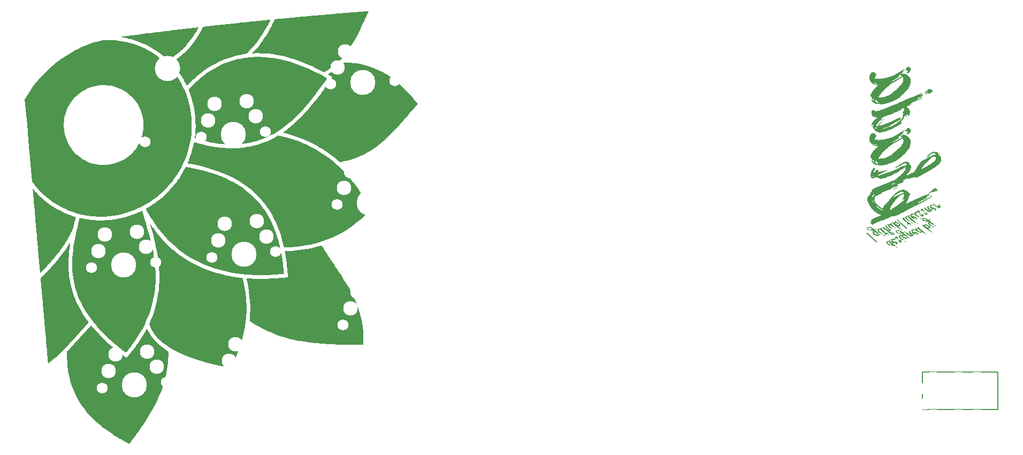
<source format=gbo>
%TF.GenerationSoftware,KiCad,Pcbnew,6.0.0-rc1-unknown-db41769bb9~144~ubuntu20.04.1*%
%TF.CreationDate,2021-12-01T14:16:25+01:00*%
%TF.ProjectId,khada,6b686164-612e-46b6-9963-61645f706362,rev?*%
%TF.SameCoordinates,Original*%
%TF.FileFunction,Legend,Bot*%
%TF.FilePolarity,Positive*%
%FSLAX46Y46*%
G04 Gerber Fmt 4.6, Leading zero omitted, Abs format (unit mm)*
G04 Created by KiCad (PCBNEW 6.0.0-rc1-unknown-db41769bb9~144~ubuntu20.04.1) date 2021-12-01 14:16:25*
%MOMM*%
%LPD*%
G01*
G04 APERTURE LIST*
G04 Aperture macros list*
%AMRoundRect*
0 Rectangle with rounded corners*
0 $1 Rounding radius*
0 $2 $3 $4 $5 $6 $7 $8 $9 X,Y pos of 4 corners*
0 Add a 4 corners polygon primitive as box body*
4,1,4,$2,$3,$4,$5,$6,$7,$8,$9,$2,$3,0*
0 Add four circle primitives for the rounded corners*
1,1,$1+$1,$2,$3*
1,1,$1+$1,$4,$5*
1,1,$1+$1,$6,$7*
1,1,$1+$1,$8,$9*
0 Add four rect primitives between the rounded corners*
20,1,$1+$1,$2,$3,$4,$5,0*
20,1,$1+$1,$4,$5,$6,$7,0*
20,1,$1+$1,$6,$7,$8,$9,0*
20,1,$1+$1,$8,$9,$2,$3,0*%
%AMHorizOval*
0 Thick line with rounded ends*
0 $1 width*
0 $2 $3 position (X,Y) of the first rounded end (center of the circle)*
0 $4 $5 position (X,Y) of the second rounded end (center of the circle)*
0 Add line between two ends*
20,1,$1,$2,$3,$4,$5,0*
0 Add two circle primitives to create the rounded ends*
1,1,$1,$2,$3*
1,1,$1,$4,$5*%
G04 Aperture macros list end*
%ADD10C,0.150000*%
%ADD11C,1.750000*%
%ADD12C,3.987800*%
%ADD13C,2.300000*%
%ADD14RoundRect,0.160000X0.693344X-0.581785X0.581785X0.693344X-0.693344X0.581785X-0.581785X-0.693344X0*%
%ADD15HorizOval,1.600000X0.000000X0.000000X0.000000X0.000000X0*%
%ADD16C,4.000000*%
%ADD17RoundRect,0.160000X0.905097X0.000000X0.000000X0.905097X-0.905097X0.000000X0.000000X-0.905097X0*%
%ADD18HorizOval,1.600000X0.000000X0.000000X0.000000X0.000000X0*%
%ADD19RoundRect,0.160000X0.353649X-0.833146X0.833146X0.353649X-0.353649X0.833146X-0.833146X-0.353649X0*%
%ADD20HorizOval,1.600000X0.000000X0.000000X0.000000X0.000000X0*%
%ADD21RoundRect,0.160000X0.672618X-0.605628X0.605628X0.672618X-0.672618X0.605628X-0.605628X-0.672618X0*%
%ADD22HorizOval,1.600000X0.000000X0.000000X0.000000X0.000000X0*%
%ADD23RoundRect,0.160000X0.640000X-0.640000X0.640000X0.640000X-0.640000X0.640000X-0.640000X-0.640000X0*%
%ADD24O,1.600000X1.600000*%
%ADD25C,1.400000*%
%ADD26O,1.400000X1.400000*%
%ADD27RoundRect,0.160000X0.605628X-0.672618X0.672618X0.605628X-0.605628X0.672618X-0.672618X-0.605628X0*%
%ADD28HorizOval,1.600000X0.000000X0.000000X0.000000X0.000000X0*%
%ADD29R,1.700000X1.700000*%
%ADD30C,1.700000*%
%ADD31RoundRect,0.160000X0.000000X-0.905097X0.905097X0.000000X0.000000X0.905097X-0.905097X0.000000X0*%
%ADD32HorizOval,1.600000X0.000000X0.000000X0.000000X0.000000X0*%
%ADD33C,1.200000*%
%ADD34O,2.500000X1.700000*%
%ADD35R,2.000000X2.000000*%
%ADD36C,2.000000*%
%ADD37R,2.000000X3.200000*%
G04 APERTURE END LIST*
D10*
%TO.C,J1*%
X192851000Y-114153000D02*
X192851000Y-108153000D01*
X204851000Y-114153000D02*
X192851000Y-114153000D01*
X204851000Y-108153000D02*
X204851000Y-114153000D01*
X192851000Y-108153000D02*
X204851000Y-108153000D01*
%TO.C,G\u002A\u002A\u002A*%
G36*
X76331556Y-75752072D02*
G01*
X76386368Y-75757106D01*
X76469590Y-75768856D01*
X76578063Y-75786681D01*
X76708627Y-75809940D01*
X76858121Y-75837991D01*
X77023385Y-75870194D01*
X77201258Y-75905906D01*
X77388580Y-75944486D01*
X77582191Y-75985294D01*
X77778931Y-76027688D01*
X77975639Y-76071026D01*
X78169155Y-76114668D01*
X78356318Y-76157971D01*
X78533969Y-76200296D01*
X79269997Y-76388372D01*
X80002602Y-76596719D01*
X80707370Y-76819653D01*
X81385464Y-77057674D01*
X82038049Y-77311284D01*
X82666287Y-77580981D01*
X83271344Y-77867268D01*
X83854382Y-78170644D01*
X84416566Y-78491609D01*
X84959059Y-78830664D01*
X85483025Y-79188310D01*
X85525541Y-79218698D01*
X85617890Y-79285500D01*
X85704305Y-79349444D01*
X85788634Y-79413612D01*
X85874725Y-79481088D01*
X85966426Y-79554953D01*
X86067587Y-79638292D01*
X86182054Y-79734185D01*
X86313677Y-79845716D01*
X86466304Y-79975968D01*
X86767623Y-80241970D01*
X87238486Y-80693267D01*
X87686814Y-81168748D01*
X88112602Y-81668405D01*
X88515845Y-82192229D01*
X88896540Y-82740210D01*
X89254682Y-83312340D01*
X89590267Y-83908609D01*
X89903291Y-84529008D01*
X90193750Y-85173529D01*
X90461639Y-85842162D01*
X90706954Y-86534898D01*
X90929692Y-87251729D01*
X91129847Y-87992644D01*
X91307416Y-88757636D01*
X91462394Y-89546696D01*
X91594777Y-90359813D01*
X91704561Y-91196980D01*
X91722186Y-91352288D01*
X91740285Y-91518542D01*
X91757713Y-91685110D01*
X91774171Y-91848675D01*
X91789362Y-92005916D01*
X91802986Y-92153517D01*
X91814745Y-92288158D01*
X91824343Y-92406521D01*
X91831481Y-92505287D01*
X91835860Y-92581139D01*
X91837182Y-92630757D01*
X91835150Y-92650823D01*
X91828024Y-92654363D01*
X91790469Y-92662652D01*
X91724161Y-92672415D01*
X91631925Y-92683427D01*
X91516589Y-92695467D01*
X91380980Y-92708313D01*
X91227926Y-92721742D01*
X91060252Y-92735531D01*
X90880786Y-92749458D01*
X90692355Y-92763300D01*
X90497786Y-92776835D01*
X90299907Y-92789840D01*
X90101544Y-92802093D01*
X89905524Y-92813371D01*
X89714674Y-92823453D01*
X89531822Y-92832114D01*
X89452871Y-92835184D01*
X89298765Y-92839536D01*
X89119443Y-92842998D01*
X88919761Y-92845582D01*
X88704574Y-92847299D01*
X88478735Y-92848162D01*
X88247101Y-92848182D01*
X88014526Y-92847370D01*
X87785864Y-92845738D01*
X87565972Y-92843299D01*
X87359702Y-92840063D01*
X87171911Y-92836043D01*
X87007454Y-92831250D01*
X86871184Y-92825696D01*
X86690914Y-92816330D01*
X85913410Y-92763993D01*
X85160718Y-92693271D01*
X84430404Y-92603764D01*
X83720036Y-92495069D01*
X83027180Y-92366784D01*
X82349403Y-92218507D01*
X81684270Y-92049836D01*
X81029349Y-91860368D01*
X80558078Y-91708745D01*
X79844813Y-91452860D01*
X79146729Y-91170084D01*
X78465179Y-90861110D01*
X77801515Y-90526633D01*
X77157089Y-90167348D01*
X76533255Y-89783947D01*
X75931365Y-89377125D01*
X75352772Y-88947577D01*
X74980733Y-88650343D01*
X74403929Y-88156609D01*
X73848086Y-87638987D01*
X73312624Y-87096829D01*
X72796964Y-86529488D01*
X72300527Y-85936317D01*
X71822734Y-85316669D01*
X71363005Y-84669896D01*
X70920762Y-83995352D01*
X70888680Y-83944176D01*
X70805672Y-83809871D01*
X70718726Y-83666807D01*
X70629605Y-83518067D01*
X70540072Y-83366734D01*
X70451890Y-83215890D01*
X70366820Y-83068618D01*
X70286626Y-82928000D01*
X70213071Y-82797120D01*
X70147918Y-82679059D01*
X70092928Y-82576900D01*
X70049866Y-82493726D01*
X70020493Y-82432619D01*
X70006572Y-82396662D01*
X70004477Y-82387013D01*
X70005289Y-82366308D01*
X70019342Y-82347175D01*
X70052028Y-82324061D01*
X70108735Y-82291413D01*
X70148396Y-82269055D01*
X70273561Y-82195932D01*
X70418132Y-82108453D01*
X70576598Y-82010156D01*
X70743448Y-81904580D01*
X70913170Y-81795263D01*
X71080252Y-81685745D01*
X71239183Y-81579564D01*
X71384452Y-81480259D01*
X71510546Y-81391368D01*
X71526012Y-81380228D01*
X71852059Y-81138812D01*
X72163655Y-80894714D01*
X72466923Y-80642698D01*
X72767985Y-80377533D01*
X73072965Y-80093986D01*
X73387985Y-79786823D01*
X73438351Y-79736512D01*
X73555350Y-79618132D01*
X73665302Y-79504314D01*
X73771625Y-79391226D01*
X73877742Y-79275038D01*
X73987073Y-79151920D01*
X74103038Y-79018039D01*
X74229059Y-78869566D01*
X74368557Y-78702668D01*
X74524951Y-78513516D01*
X74638334Y-78375147D01*
X74735167Y-78255087D01*
X74820223Y-78146925D01*
X74898406Y-78044084D01*
X74974626Y-77939988D01*
X75053788Y-77828060D01*
X75140799Y-77701723D01*
X75240567Y-77554401D01*
X75330680Y-77419265D01*
X75532188Y-77107012D01*
X75724317Y-76795329D01*
X75903639Y-76489987D01*
X76066726Y-76196762D01*
X76210150Y-75921426D01*
X76240280Y-75863022D01*
X76276781Y-75799736D01*
X76304286Y-75763488D01*
X76324379Y-75751927D01*
X76331556Y-75752072D01*
G37*
G36*
X69410289Y-82702196D02*
G01*
X69425253Y-82738483D01*
X69441693Y-82788190D01*
X69441972Y-82789126D01*
X69452212Y-82822856D01*
X69471097Y-82884543D01*
X69497561Y-82970728D01*
X69530541Y-83077953D01*
X69568973Y-83202759D01*
X69611793Y-83341689D01*
X69657935Y-83491284D01*
X69706336Y-83648086D01*
X69807430Y-83977156D01*
X69986926Y-84570847D01*
X70154114Y-85137235D01*
X70309442Y-85678348D01*
X70453354Y-86196210D01*
X70586299Y-86692848D01*
X70708723Y-87170287D01*
X70821072Y-87630553D01*
X70923792Y-88075673D01*
X71017330Y-88507671D01*
X71102134Y-88928575D01*
X71178648Y-89340410D01*
X71247321Y-89745201D01*
X71308597Y-90144975D01*
X71362925Y-90541757D01*
X71410750Y-90937574D01*
X71452519Y-91334451D01*
X71488678Y-91734414D01*
X71494833Y-91809829D01*
X71501800Y-91901388D01*
X71507651Y-91988668D01*
X71512479Y-92075402D01*
X71516379Y-92165327D01*
X71519445Y-92262177D01*
X71521772Y-92369688D01*
X71523453Y-92491596D01*
X71524583Y-92631634D01*
X71525257Y-92793539D01*
X71525568Y-92981047D01*
X71525611Y-93197891D01*
X71525455Y-93362657D01*
X71524659Y-93593080D01*
X71522972Y-93797791D01*
X71520145Y-93981258D01*
X71515929Y-94147950D01*
X71510075Y-94302335D01*
X71502336Y-94448881D01*
X71492463Y-94592057D01*
X71480207Y-94736332D01*
X71465320Y-94886172D01*
X71447553Y-95046048D01*
X71426658Y-95220426D01*
X71402387Y-95413776D01*
X71356553Y-95745942D01*
X71234501Y-96457574D01*
X71080599Y-97163459D01*
X70894751Y-97863819D01*
X70676865Y-98558874D01*
X70426845Y-99248846D01*
X70144598Y-99933954D01*
X69830031Y-100614421D01*
X69483048Y-101290467D01*
X69103557Y-101962312D01*
X68691462Y-102630178D01*
X68246671Y-103294286D01*
X67769089Y-103954857D01*
X67706760Y-104037243D01*
X67581201Y-104199855D01*
X67438726Y-104380736D01*
X67282592Y-104575798D01*
X67116056Y-104780956D01*
X66942374Y-104992123D01*
X66924366Y-105013542D01*
X66883496Y-105059577D01*
X66851880Y-105091619D01*
X66835205Y-105103744D01*
X66815602Y-105095193D01*
X66771906Y-105066993D01*
X66706915Y-105020736D01*
X66622715Y-104958099D01*
X66521392Y-104880761D01*
X66405033Y-104790400D01*
X66275723Y-104688695D01*
X66135548Y-104577325D01*
X65986595Y-104457967D01*
X65830949Y-104332301D01*
X65670696Y-104202005D01*
X65507922Y-104068757D01*
X65344713Y-103934236D01*
X65183156Y-103800121D01*
X65025336Y-103668089D01*
X64873338Y-103539820D01*
X64729250Y-103416991D01*
X64595157Y-103301282D01*
X64394831Y-103124206D01*
X64136630Y-102888470D01*
X63868198Y-102635979D01*
X63594787Y-102371945D01*
X63321651Y-102101577D01*
X63054041Y-101830086D01*
X62797208Y-101562682D01*
X62556406Y-101304575D01*
X62336887Y-101060977D01*
X62120382Y-100811926D01*
X61642553Y-100232508D01*
X61197457Y-99649129D01*
X60785023Y-99061657D01*
X60405176Y-98469956D01*
X60057846Y-97873891D01*
X59742960Y-97273329D01*
X59460447Y-96668135D01*
X59210232Y-96058174D01*
X58992246Y-95443312D01*
X58806415Y-94823414D01*
X58652667Y-94198347D01*
X58566726Y-93774965D01*
X58483962Y-93280814D01*
X58419105Y-92780252D01*
X58372210Y-92271535D01*
X58343332Y-91752916D01*
X58332529Y-91222650D01*
X58339855Y-90678992D01*
X58365367Y-90120197D01*
X58409120Y-89544519D01*
X58471170Y-88950213D01*
X58551572Y-88335533D01*
X58650383Y-87698734D01*
X58767658Y-87038070D01*
X58903454Y-86351797D01*
X58929570Y-86226508D01*
X58963062Y-86068860D01*
X58992690Y-85934359D01*
X59019842Y-85817485D01*
X59045909Y-85712716D01*
X59072281Y-85614529D01*
X59100347Y-85517404D01*
X59131498Y-85415819D01*
X59167122Y-85304251D01*
X59199455Y-85202377D01*
X59312903Y-84803592D01*
X59400609Y-84418911D01*
X59463530Y-84044276D01*
X59463620Y-84043620D01*
X59475001Y-83966158D01*
X59485983Y-83901049D01*
X59495319Y-83855111D01*
X59501762Y-83835165D01*
X59502737Y-83834674D01*
X59526293Y-83835398D01*
X59576276Y-83842089D01*
X59647607Y-83853914D01*
X59735205Y-83870041D01*
X59833992Y-83889636D01*
X59865551Y-83896079D01*
X60381807Y-83993272D01*
X60883320Y-84071521D01*
X61380643Y-84132303D01*
X61884327Y-84177098D01*
X62006115Y-84184489D01*
X62169102Y-84191334D01*
X62353007Y-84196563D01*
X62551417Y-84200147D01*
X62757918Y-84202057D01*
X62966096Y-84202262D01*
X63169538Y-84200733D01*
X63361831Y-84197440D01*
X63536561Y-84192354D01*
X63687314Y-84185445D01*
X64339921Y-84132448D01*
X65006040Y-84046709D01*
X65672705Y-83929317D01*
X66337464Y-83780763D01*
X66997865Y-83601537D01*
X67651457Y-83392130D01*
X67656533Y-83390376D01*
X67845406Y-83324016D01*
X68021911Y-83259561D01*
X68193033Y-83194219D01*
X68365755Y-83125202D01*
X68547064Y-83049720D01*
X68743943Y-82964984D01*
X68963379Y-82868204D01*
X68983039Y-82859474D01*
X69092340Y-82811710D01*
X69191225Y-82769768D01*
X69275761Y-82735222D01*
X69342014Y-82709648D01*
X69386052Y-82694623D01*
X69403941Y-82691721D01*
X69410289Y-82702196D01*
G37*
G36*
X78287521Y-53679951D02*
G01*
X78288094Y-53684457D01*
X78279162Y-53713868D01*
X78257514Y-53766108D01*
X78225308Y-53836800D01*
X78184700Y-53921568D01*
X78137846Y-54016035D01*
X78086902Y-54115824D01*
X78034026Y-54216560D01*
X77981373Y-54313864D01*
X77931100Y-54403360D01*
X77683581Y-54814162D01*
X77349123Y-55316114D01*
X76983985Y-55809873D01*
X76587212Y-56296784D01*
X76579317Y-56306004D01*
X76481395Y-56416366D01*
X76363374Y-56543463D01*
X76229765Y-56682843D01*
X76085081Y-56830057D01*
X75933834Y-56980653D01*
X75780535Y-57130181D01*
X75629698Y-57274189D01*
X75485835Y-57408226D01*
X75353457Y-57527841D01*
X75237077Y-57628584D01*
X75211071Y-57650408D01*
X75039505Y-57792509D01*
X74876167Y-57924055D01*
X74715801Y-58048930D01*
X74553151Y-58171017D01*
X74382958Y-58294201D01*
X74199968Y-58422365D01*
X73998923Y-58559393D01*
X73774567Y-58709169D01*
X73731623Y-58737420D01*
X73661633Y-58782600D01*
X73603891Y-58818779D01*
X73563461Y-58842811D01*
X73545406Y-58851549D01*
X73532489Y-58843245D01*
X73496766Y-58815872D01*
X73441413Y-58771722D01*
X73369389Y-58713201D01*
X73283651Y-58642713D01*
X73187160Y-58562665D01*
X73082872Y-58475463D01*
X73001820Y-58407510D01*
X72805037Y-58243395D01*
X72628445Y-58097724D01*
X72468702Y-57968030D01*
X72322467Y-57851843D01*
X72186398Y-57746695D01*
X72057154Y-57650116D01*
X71931392Y-57559637D01*
X71805772Y-57472791D01*
X71676952Y-57387108D01*
X71541589Y-57300118D01*
X71396343Y-57209355D01*
X71237872Y-57112348D01*
X70681943Y-56791373D01*
X70077086Y-56478599D01*
X69460512Y-56196633D01*
X68832609Y-55945639D01*
X68193768Y-55725786D01*
X67544379Y-55537237D01*
X67495490Y-55524519D01*
X67338193Y-55485494D01*
X67157412Y-55442941D01*
X66959870Y-55398333D01*
X66752286Y-55353141D01*
X66541381Y-55308839D01*
X66333875Y-55266898D01*
X66136491Y-55228792D01*
X66128179Y-55227220D01*
X66053461Y-55212075D01*
X65993552Y-55198140D01*
X65954369Y-55186905D01*
X65941829Y-55179855D01*
X65951096Y-55174877D01*
X65985799Y-55166411D01*
X66035924Y-55159026D01*
X66045165Y-55157937D01*
X66087377Y-55152764D01*
X66159421Y-55143823D01*
X66259314Y-55131364D01*
X66385076Y-55115635D01*
X66534726Y-55096885D01*
X66706282Y-55075362D01*
X66897763Y-55051316D01*
X67107188Y-55024995D01*
X67332577Y-54996647D01*
X67571947Y-54966522D01*
X67823318Y-54934868D01*
X68084709Y-54901934D01*
X68354138Y-54867969D01*
X68707725Y-54823434D01*
X69216093Y-54759580D01*
X69721254Y-54696334D01*
X70222151Y-54633822D01*
X70717727Y-54572169D01*
X71206926Y-54511503D01*
X71688691Y-54451949D01*
X72161966Y-54393635D01*
X72625694Y-54336686D01*
X73078818Y-54281228D01*
X73520283Y-54227389D01*
X73949031Y-54175295D01*
X74364006Y-54125071D01*
X74764152Y-54076844D01*
X75148411Y-54030741D01*
X75515728Y-53986888D01*
X75865045Y-53945411D01*
X76195307Y-53906437D01*
X76505457Y-53870092D01*
X76794437Y-53836502D01*
X77061193Y-53805794D01*
X77304666Y-53778095D01*
X77523801Y-53753529D01*
X77717541Y-53732225D01*
X77884830Y-53714307D01*
X78024610Y-53699903D01*
X78135826Y-53689139D01*
X78217421Y-53682142D01*
X78268338Y-53679037D01*
X78287521Y-53679951D01*
G37*
G36*
X97839969Y-88197265D02*
G01*
X97859462Y-88214846D01*
X97885456Y-88246732D01*
X97919964Y-88295787D01*
X97964996Y-88364874D01*
X98022566Y-88456855D01*
X98094685Y-88574595D01*
X98108158Y-88596732D01*
X98167170Y-88693565D01*
X98223376Y-88785493D01*
X98277738Y-88873986D01*
X98331221Y-88960518D01*
X98384789Y-89046560D01*
X98439407Y-89133583D01*
X98496038Y-89223059D01*
X98555647Y-89316459D01*
X98619197Y-89415256D01*
X98687653Y-89520921D01*
X98761980Y-89634926D01*
X98843140Y-89758742D01*
X98932099Y-89893841D01*
X99029820Y-90041695D01*
X99137268Y-90203775D01*
X99255406Y-90381554D01*
X99385200Y-90576502D01*
X99527612Y-90790091D01*
X99683607Y-91023793D01*
X99854150Y-91279081D01*
X100040203Y-91557424D01*
X100242733Y-91860296D01*
X100462702Y-92189167D01*
X100623571Y-92430685D01*
X100928681Y-92895101D01*
X101213580Y-93337881D01*
X101479435Y-93761080D01*
X101727409Y-94166751D01*
X101958669Y-94556947D01*
X102174378Y-94933723D01*
X102375702Y-95299132D01*
X102563807Y-95655228D01*
X102739856Y-96004065D01*
X102905015Y-96347696D01*
X103060449Y-96688176D01*
X103207322Y-97027557D01*
X103245492Y-97118913D01*
X103502032Y-97776049D01*
X103725940Y-98431274D01*
X103917445Y-99085749D01*
X104076777Y-99740636D01*
X104204165Y-100397096D01*
X104299838Y-101056290D01*
X104364026Y-101719379D01*
X104396958Y-102387525D01*
X104398863Y-103061888D01*
X104397746Y-103115818D01*
X104394612Y-103250592D01*
X104391175Y-103378652D01*
X104387604Y-103494728D01*
X104384069Y-103593548D01*
X104380737Y-103669842D01*
X104377780Y-103718338D01*
X104373096Y-103772058D01*
X104367087Y-103814896D01*
X104357767Y-103837848D01*
X104341806Y-103848167D01*
X104315872Y-103853105D01*
X104310785Y-103853613D01*
X104273328Y-103855095D01*
X104206061Y-103856289D01*
X104111470Y-103857207D01*
X103992040Y-103857862D01*
X103850259Y-103858265D01*
X103688612Y-103858429D01*
X103509586Y-103858366D01*
X103315667Y-103858089D01*
X103109341Y-103857609D01*
X102893095Y-103856940D01*
X102669414Y-103856093D01*
X102440785Y-103855081D01*
X102209695Y-103853916D01*
X101978629Y-103852611D01*
X101750073Y-103851177D01*
X101526515Y-103849627D01*
X101310440Y-103847973D01*
X101104334Y-103846228D01*
X100910684Y-103844404D01*
X100731976Y-103842513D01*
X100570696Y-103840568D01*
X100429330Y-103838580D01*
X100310366Y-103836562D01*
X100216288Y-103834527D01*
X100149584Y-103832487D01*
X99933250Y-103823809D01*
X99498723Y-103804821D01*
X99090594Y-103784688D01*
X98704352Y-103763114D01*
X98335488Y-103739805D01*
X97979490Y-103714468D01*
X97631849Y-103686808D01*
X97288055Y-103656531D01*
X96943598Y-103623343D01*
X96906266Y-103619578D01*
X96021023Y-103518362D01*
X95161404Y-103396739D01*
X94326915Y-103254547D01*
X93517060Y-103091625D01*
X92731345Y-102907815D01*
X91969275Y-102702954D01*
X91230357Y-102476882D01*
X90514095Y-102229440D01*
X89819995Y-101960465D01*
X89147562Y-101669799D01*
X88496302Y-101357279D01*
X87865720Y-101022747D01*
X87255322Y-100666040D01*
X86664613Y-100287000D01*
X86433253Y-100131602D01*
X86435595Y-100000977D01*
X86437612Y-99944481D01*
X86442002Y-99861495D01*
X86448252Y-99761102D01*
X86455870Y-99651184D01*
X86464366Y-99539623D01*
X86492559Y-99116543D01*
X86515484Y-98402912D01*
X86508621Y-97675796D01*
X86472005Y-96935649D01*
X86405671Y-96182925D01*
X86309653Y-95418079D01*
X86183986Y-94641564D01*
X86028705Y-93853836D01*
X86020671Y-93816269D01*
X85995747Y-93698430D01*
X85973798Y-93592694D01*
X85955636Y-93503104D01*
X85942071Y-93433703D01*
X85933913Y-93388532D01*
X85931975Y-93371634D01*
X85947576Y-93370620D01*
X85989907Y-93371792D01*
X86052140Y-93375019D01*
X86127528Y-93380011D01*
X86287829Y-93391017D01*
X86487814Y-93402914D01*
X86691103Y-93412836D01*
X86901942Y-93420900D01*
X87124577Y-93427222D01*
X87363257Y-93431920D01*
X87622228Y-93435109D01*
X87905736Y-93436908D01*
X88218029Y-93437431D01*
X88528850Y-93436612D01*
X88836091Y-93434005D01*
X89128597Y-93429375D01*
X89410682Y-93422485D01*
X89686662Y-93413099D01*
X89960850Y-93400982D01*
X90237562Y-93385896D01*
X90521113Y-93367606D01*
X90815816Y-93345875D01*
X91125988Y-93320468D01*
X91455943Y-93291147D01*
X91809995Y-93257677D01*
X92192459Y-93219821D01*
X92259256Y-93213027D01*
X92341729Y-93204451D01*
X92407833Y-93197351D01*
X92452061Y-93192322D01*
X92468906Y-93189961D01*
X92470413Y-93183813D01*
X92470664Y-93148767D01*
X92467928Y-93085479D01*
X92462477Y-92996956D01*
X92454585Y-92886203D01*
X92444527Y-92756225D01*
X92432574Y-92610026D01*
X92419001Y-92450613D01*
X92404081Y-92280990D01*
X92388088Y-92104162D01*
X92371294Y-91923134D01*
X92353974Y-91740913D01*
X92336400Y-91560502D01*
X92318846Y-91384906D01*
X92301585Y-91217132D01*
X92284892Y-91060184D01*
X92269038Y-90917068D01*
X92254298Y-90790788D01*
X92240946Y-90684349D01*
X92226214Y-90575758D01*
X92207355Y-90443110D01*
X92186101Y-90298677D01*
X92163102Y-90146504D01*
X92139011Y-89990638D01*
X92114479Y-89835126D01*
X92090159Y-89684015D01*
X92066701Y-89541351D01*
X92044758Y-89411180D01*
X92024981Y-89297550D01*
X92008023Y-89204506D01*
X91994535Y-89136095D01*
X91985168Y-89096363D01*
X91984960Y-89095517D01*
X91987298Y-89088881D01*
X91999067Y-89083041D01*
X92023215Y-89077736D01*
X92062693Y-89072704D01*
X92120449Y-89067684D01*
X92199433Y-89062415D01*
X92302596Y-89056636D01*
X92432885Y-89050085D01*
X92593251Y-89042501D01*
X92943031Y-89024066D01*
X93606554Y-88976077D01*
X94248922Y-88911526D01*
X94875521Y-88829580D01*
X95491738Y-88729410D01*
X96102958Y-88610183D01*
X96714567Y-88471070D01*
X97331952Y-88311238D01*
X97350303Y-88306221D01*
X97468195Y-88274582D01*
X97576527Y-88246482D01*
X97670849Y-88223006D01*
X97746710Y-88205237D01*
X97799656Y-88194260D01*
X97825239Y-88191157D01*
X97839969Y-88197265D01*
G37*
G36*
X101879431Y-59258710D02*
G01*
X102136720Y-59265660D01*
X102403025Y-59278588D01*
X102670121Y-59297080D01*
X102929784Y-59320723D01*
X103173786Y-59349102D01*
X103195322Y-59351946D01*
X103803552Y-59449517D01*
X104408478Y-59579851D01*
X105009624Y-59742766D01*
X105606511Y-59938079D01*
X106198662Y-60165606D01*
X106785598Y-60425165D01*
X107366844Y-60716572D01*
X107941919Y-61039644D01*
X108510348Y-61394199D01*
X108605191Y-61456742D01*
X108851431Y-61623277D01*
X109085441Y-61788307D01*
X109312922Y-61956199D01*
X109539575Y-62131322D01*
X109771101Y-62318044D01*
X110013201Y-62520733D01*
X110271574Y-62743757D01*
X110521348Y-62966817D01*
X111029724Y-63450699D01*
X111524963Y-63962798D01*
X112005074Y-64500926D01*
X112468066Y-65062893D01*
X112911949Y-65646512D01*
X113013420Y-65785433D01*
X112937322Y-65869754D01*
X112930710Y-65877083D01*
X112829852Y-65989178D01*
X112724050Y-66107383D01*
X112611451Y-66233798D01*
X112490202Y-66370523D01*
X112358450Y-66519660D01*
X112214343Y-66683309D01*
X112056027Y-66863571D01*
X111881650Y-67062546D01*
X111689358Y-67282335D01*
X111477299Y-67525039D01*
X111316823Y-67708736D01*
X111100797Y-67955738D01*
X110903174Y-68181284D01*
X110722059Y-68387488D01*
X110555551Y-68576465D01*
X110401756Y-68750328D01*
X110258773Y-68911192D01*
X110124707Y-69061169D01*
X109997660Y-69202375D01*
X109875733Y-69336922D01*
X109757029Y-69466926D01*
X109639651Y-69594500D01*
X109521701Y-69721758D01*
X109401282Y-69850814D01*
X109276495Y-69983782D01*
X109145444Y-70122776D01*
X109001669Y-70273844D01*
X108497127Y-70785878D01*
X107995951Y-71265907D01*
X107497258Y-71714524D01*
X107000162Y-72132320D01*
X106503780Y-72519889D01*
X106007227Y-72877821D01*
X105509617Y-73206710D01*
X105010068Y-73507147D01*
X104507693Y-73779724D01*
X104001608Y-74025034D01*
X103490929Y-74243669D01*
X102974772Y-74436221D01*
X102452251Y-74603282D01*
X102440986Y-74606585D01*
X102233831Y-74665126D01*
X102026914Y-74719131D01*
X101814704Y-74769805D01*
X101591672Y-74818357D01*
X101352289Y-74865992D01*
X101091024Y-74913918D01*
X100802349Y-74963342D01*
X100801277Y-74963520D01*
X100767020Y-74968640D01*
X100737178Y-74970016D01*
X100708034Y-74965459D01*
X100675870Y-74952782D01*
X100636968Y-74929795D01*
X100587611Y-74894311D01*
X100524080Y-74844142D01*
X100442659Y-74777099D01*
X100339629Y-74690994D01*
X100233684Y-74602581D01*
X99898170Y-74327097D01*
X99578649Y-74072288D01*
X99270655Y-73834959D01*
X98969719Y-73611915D01*
X98671376Y-73399962D01*
X98371157Y-73195906D01*
X98064597Y-72996550D01*
X97747227Y-72798701D01*
X97414580Y-72599165D01*
X97177605Y-72461484D01*
X96497504Y-72088624D01*
X95813576Y-71747003D01*
X95122531Y-71435266D01*
X94421079Y-71152058D01*
X93705930Y-70896024D01*
X92973793Y-70665808D01*
X92221379Y-70460055D01*
X92124441Y-70435232D01*
X92004089Y-70403815D01*
X91897331Y-70375267D01*
X91807864Y-70350609D01*
X91739382Y-70330866D01*
X91695584Y-70317061D01*
X91680163Y-70310216D01*
X91684784Y-70304677D01*
X91711687Y-70281528D01*
X91759375Y-70243511D01*
X91824134Y-70193514D01*
X91902253Y-70134426D01*
X91990019Y-70069133D01*
X92116283Y-69975331D01*
X92385356Y-69770921D01*
X92644014Y-69567624D01*
X92896729Y-69361619D01*
X93147974Y-69149086D01*
X93402219Y-68926204D01*
X93663936Y-68689153D01*
X93937597Y-68434111D01*
X94227673Y-68157258D01*
X94252320Y-68133442D01*
X94531979Y-67856131D01*
X94823265Y-67554532D01*
X95126778Y-67227966D01*
X95443120Y-66875756D01*
X95772891Y-66497224D01*
X96116689Y-66091692D01*
X96475116Y-65658482D01*
X96848772Y-65196917D01*
X96919958Y-65107592D01*
X97088899Y-64892228D01*
X97272445Y-64654112D01*
X97468138Y-64396595D01*
X97673523Y-64123026D01*
X97886141Y-63836755D01*
X98103535Y-63541134D01*
X98323249Y-63239511D01*
X98542825Y-62935236D01*
X98759806Y-62631661D01*
X98971734Y-62332134D01*
X99176154Y-62040007D01*
X99370607Y-61758628D01*
X99514837Y-61548468D01*
X99443856Y-61503547D01*
X99416643Y-61486644D01*
X99361202Y-61452809D01*
X99288539Y-61408854D01*
X99204949Y-61358587D01*
X99116727Y-61305810D01*
X99043292Y-61261801D01*
X98965545Y-61214750D01*
X98900529Y-61174904D01*
X98853479Y-61145478D01*
X98829635Y-61129684D01*
X98827515Y-61128038D01*
X98819019Y-61117847D01*
X98821429Y-61105834D01*
X98838311Y-61089092D01*
X98873226Y-61064715D01*
X98929741Y-61029795D01*
X99011418Y-60981425D01*
X99162189Y-60891124D01*
X99537938Y-60649600D01*
X99899955Y-60391848D01*
X100253449Y-60113848D01*
X100603625Y-59811583D01*
X100955691Y-59481034D01*
X101166873Y-59275041D01*
X101459725Y-59262818D01*
X101639384Y-59258153D01*
X101879431Y-59258710D01*
G37*
G36*
X58031858Y-87688205D02*
G01*
X58033194Y-87714302D01*
X58032138Y-87732328D01*
X58027016Y-87781989D01*
X58018222Y-87855601D01*
X58006398Y-87948056D01*
X57992182Y-88054243D01*
X57976216Y-88169055D01*
X57920260Y-88585992D01*
X57847790Y-89221206D01*
X57794292Y-89833209D01*
X57759716Y-90424334D01*
X57744012Y-90996912D01*
X57747129Y-91553274D01*
X57769017Y-92095752D01*
X57809626Y-92626677D01*
X57868906Y-93148380D01*
X57889240Y-93295842D01*
X58000595Y-93958140D01*
X58143808Y-94613319D01*
X58318955Y-95261559D01*
X58526112Y-95903039D01*
X58765356Y-96537937D01*
X59036762Y-97166431D01*
X59340407Y-97788702D01*
X59676367Y-98404927D01*
X60044718Y-99015286D01*
X60445536Y-99619958D01*
X60878897Y-100219120D01*
X60908828Y-100260630D01*
X60933019Y-100298203D01*
X60942260Y-100318339D01*
X60938573Y-100325352D01*
X60916491Y-100353922D01*
X60877820Y-100399471D01*
X60826416Y-100457508D01*
X60766132Y-100523542D01*
X60748986Y-100542094D01*
X60675528Y-100622005D01*
X60582145Y-100724109D01*
X60470527Y-100846545D01*
X60342364Y-100987447D01*
X60199346Y-101144952D01*
X60043164Y-101317197D01*
X59875508Y-101502318D01*
X59698068Y-101698450D01*
X59512535Y-101903731D01*
X59320598Y-102116297D01*
X59123947Y-102334284D01*
X58899054Y-102583447D01*
X58677086Y-102828755D01*
X58473154Y-103053371D01*
X58285274Y-103259420D01*
X58111462Y-103449027D01*
X57949733Y-103624317D01*
X57798104Y-103787414D01*
X57654589Y-103940443D01*
X57517205Y-104085529D01*
X57383968Y-104224796D01*
X57252892Y-104360370D01*
X57121994Y-104494374D01*
X56989290Y-104628935D01*
X56852794Y-104766176D01*
X56733459Y-104885187D01*
X56370894Y-105239798D01*
X56020128Y-105571751D01*
X55676712Y-105885052D01*
X55336196Y-106183708D01*
X54994132Y-106471724D01*
X54646070Y-106753107D01*
X54595569Y-106792571D01*
X54553349Y-106823122D01*
X54528536Y-106836227D01*
X54516813Y-106834026D01*
X54513865Y-106818660D01*
X54513654Y-106815682D01*
X54511141Y-106785568D01*
X54505864Y-106724029D01*
X54497919Y-106632164D01*
X54487402Y-106511075D01*
X54474411Y-106361862D01*
X54459041Y-106185624D01*
X54441388Y-105983462D01*
X54421550Y-105756477D01*
X54399622Y-105505769D01*
X54375701Y-105232438D01*
X54349883Y-104937584D01*
X54322265Y-104622307D01*
X54292942Y-104287709D01*
X54262012Y-103934889D01*
X54229571Y-103564947D01*
X54195715Y-103178984D01*
X54160541Y-102778101D01*
X54124144Y-102363396D01*
X54086622Y-101935972D01*
X54048070Y-101496927D01*
X54008585Y-101047362D01*
X53968264Y-100588378D01*
X53927202Y-100121075D01*
X53911908Y-99947025D01*
X53871090Y-99482328D01*
X53831049Y-99026227D01*
X53791880Y-98579829D01*
X53753682Y-98144242D01*
X53716550Y-97720572D01*
X53680580Y-97309926D01*
X53645870Y-96913411D01*
X53612516Y-96532133D01*
X53580614Y-96167199D01*
X53550262Y-95819716D01*
X53521554Y-95490791D01*
X53494589Y-95181530D01*
X53469462Y-94893040D01*
X53446269Y-94626428D01*
X53425109Y-94382801D01*
X53406076Y-94163265D01*
X53389268Y-93968927D01*
X53374781Y-93800894D01*
X53362712Y-93660272D01*
X53353156Y-93548169D01*
X53346212Y-93465691D01*
X53341974Y-93413945D01*
X53340540Y-93394038D01*
X53341512Y-93384283D01*
X53347525Y-93366908D01*
X53360781Y-93344183D01*
X53383279Y-93313836D01*
X53417019Y-93273596D01*
X53464000Y-93221192D01*
X53526221Y-93154353D01*
X53605682Y-93070809D01*
X53704382Y-92968288D01*
X53824319Y-92844519D01*
X53959319Y-92705286D01*
X54175525Y-92481347D01*
X54370235Y-92278333D01*
X54544783Y-92094833D01*
X54700505Y-91929434D01*
X54838734Y-91780722D01*
X54960805Y-91647284D01*
X55068053Y-91527709D01*
X55218783Y-91356616D01*
X55447082Y-91093617D01*
X55676503Y-90824951D01*
X55904378Y-90553899D01*
X56128040Y-90283741D01*
X56344822Y-90017759D01*
X56552057Y-89759235D01*
X56747077Y-89511450D01*
X56927215Y-89277685D01*
X57089805Y-89061220D01*
X57232178Y-88865339D01*
X57244827Y-88847523D01*
X57305916Y-88760423D01*
X57376921Y-88657808D01*
X57454971Y-88543950D01*
X57537193Y-88423118D01*
X57620716Y-88299586D01*
X57702667Y-88177624D01*
X57780174Y-88061503D01*
X57850364Y-87955495D01*
X57910366Y-87863870D01*
X57957308Y-87790902D01*
X57988317Y-87740860D01*
X58011414Y-87702734D01*
X58026005Y-87683516D01*
X58031858Y-87688205D01*
G37*
G36*
X77259895Y-69401533D02*
G01*
X77257261Y-69593576D01*
X77253019Y-69770292D01*
X77247145Y-69926024D01*
X77239612Y-70055118D01*
X77191673Y-70583058D01*
X77100393Y-71275513D01*
X76977609Y-71957965D01*
X76823316Y-72630434D01*
X76637508Y-73292937D01*
X76420179Y-73945492D01*
X76171323Y-74588119D01*
X75890936Y-75220836D01*
X75579010Y-75843660D01*
X75235541Y-76456610D01*
X75121111Y-76648181D01*
X74998421Y-76848043D01*
X74878152Y-77037231D01*
X74757765Y-77219187D01*
X74634717Y-77397356D01*
X74506467Y-77575180D01*
X74370473Y-77756102D01*
X74224193Y-77943567D01*
X74065087Y-78141016D01*
X73890613Y-78351894D01*
X73698229Y-78579644D01*
X73485393Y-78827709D01*
X73471182Y-78844120D01*
X73259126Y-79078862D01*
X73022368Y-79323973D01*
X72765444Y-79575329D01*
X72492888Y-79828807D01*
X72209233Y-80080282D01*
X71919015Y-80325631D01*
X71626768Y-80560730D01*
X71337027Y-80781457D01*
X71131992Y-80930410D01*
X70555762Y-81321879D01*
X69965999Y-81683494D01*
X69363368Y-82015018D01*
X68748539Y-82316211D01*
X68122177Y-82586833D01*
X67484951Y-82826644D01*
X66837526Y-83035406D01*
X66180572Y-83212878D01*
X65514754Y-83358821D01*
X64840740Y-83472996D01*
X64159198Y-83555163D01*
X63470794Y-83605083D01*
X63392045Y-83608641D01*
X62882360Y-83618971D01*
X62357337Y-83608686D01*
X61825662Y-83578256D01*
X61296023Y-83528154D01*
X60777105Y-83458851D01*
X60406005Y-83396365D01*
X59754861Y-83260745D01*
X59113683Y-83093637D01*
X58482849Y-82895185D01*
X57862740Y-82665536D01*
X57253736Y-82404835D01*
X56656215Y-82113226D01*
X56070558Y-81790856D01*
X55497144Y-81437869D01*
X55434377Y-81396560D01*
X55244672Y-81266102D01*
X55038912Y-81117330D01*
X54822205Y-80954266D01*
X54599659Y-80780928D01*
X54376382Y-80601339D01*
X54157482Y-80419518D01*
X53948067Y-80239485D01*
X53753245Y-80065262D01*
X53695334Y-80011662D01*
X53494454Y-79817171D01*
X53283108Y-79600566D01*
X53065786Y-79366958D01*
X52846976Y-79121455D01*
X52631167Y-78869168D01*
X52422849Y-78615206D01*
X52226509Y-78364679D01*
X52046638Y-78122696D01*
X51985436Y-78037801D01*
X51414258Y-71541754D01*
X51195184Y-69050211D01*
X57009433Y-69050211D01*
X57010104Y-69238665D01*
X57014376Y-69422440D01*
X57022240Y-69592778D01*
X57033690Y-69740925D01*
X57063008Y-69988501D01*
X57141739Y-70438537D01*
X57252166Y-70880451D01*
X57393773Y-71312908D01*
X57566045Y-71734572D01*
X57768464Y-72144107D01*
X58000516Y-72540176D01*
X58261684Y-72921444D01*
X58272665Y-72936257D01*
X58476174Y-73190950D01*
X58706293Y-73445741D01*
X58957370Y-73695531D01*
X59223754Y-73935219D01*
X59499794Y-74159707D01*
X59779838Y-74363894D01*
X60058237Y-74542680D01*
X60087674Y-74560134D01*
X60494443Y-74781517D01*
X60909641Y-74970946D01*
X61333583Y-75128526D01*
X61766585Y-75254364D01*
X62208964Y-75348563D01*
X62661034Y-75411231D01*
X62914362Y-75432272D01*
X63371341Y-75445035D01*
X63824279Y-75425435D01*
X64271869Y-75373892D01*
X64712803Y-75290824D01*
X65145772Y-75176649D01*
X65569468Y-75031787D01*
X65982582Y-74856656D01*
X66383808Y-74651675D01*
X66771835Y-74417262D01*
X67145357Y-74153836D01*
X67503064Y-73861815D01*
X67636428Y-73739512D01*
X67809894Y-73566646D01*
X67986742Y-73376777D01*
X68160861Y-73176964D01*
X68326139Y-72974265D01*
X68476466Y-72775736D01*
X68605728Y-72588437D01*
X68769145Y-72322975D01*
X68982522Y-71923570D01*
X69167008Y-71509171D01*
X69322059Y-71081329D01*
X69447134Y-70641595D01*
X69541690Y-70191520D01*
X69605182Y-69732657D01*
X69611417Y-69660200D01*
X69618845Y-69524135D01*
X69623436Y-69367616D01*
X69625249Y-69198272D01*
X69624345Y-69023736D01*
X69620786Y-68851637D01*
X69614631Y-68689608D01*
X69605942Y-68545277D01*
X69594780Y-68426276D01*
X69528661Y-67989353D01*
X69429626Y-67540248D01*
X69300592Y-67104847D01*
X69141388Y-66682692D01*
X68951839Y-66273327D01*
X68731772Y-65876295D01*
X68481014Y-65491139D01*
X68475386Y-65483131D01*
X68203545Y-65125346D01*
X67907319Y-64788832D01*
X67588406Y-64474760D01*
X67248509Y-64184300D01*
X66889328Y-63918620D01*
X66512564Y-63678892D01*
X66119917Y-63466285D01*
X65713088Y-63281968D01*
X65293778Y-63127113D01*
X64863687Y-63002887D01*
X64543097Y-62931420D01*
X64093128Y-62859379D01*
X63643170Y-62819710D01*
X63194668Y-62812056D01*
X62749070Y-62836061D01*
X62307821Y-62891370D01*
X61872369Y-62977627D01*
X61444159Y-63094476D01*
X61024639Y-63241562D01*
X60615255Y-63418529D01*
X60217454Y-63625021D01*
X59832681Y-63860683D01*
X59462384Y-64125159D01*
X59108009Y-64418094D01*
X58956718Y-64557679D01*
X58722337Y-64794658D01*
X58496818Y-65047436D01*
X58285738Y-65309314D01*
X58094675Y-65573594D01*
X57929206Y-65833580D01*
X57798070Y-66064306D01*
X57596917Y-66460272D01*
X57426671Y-66856265D01*
X57286228Y-67255570D01*
X57174487Y-67661475D01*
X57090345Y-68077262D01*
X57032701Y-68506219D01*
X57029085Y-68544317D01*
X57018916Y-68694281D01*
X57012367Y-68865831D01*
X57009433Y-69050211D01*
X51195184Y-69050211D01*
X50843079Y-65045707D01*
X50879856Y-64978993D01*
X50887880Y-64964488D01*
X50973270Y-64814935D01*
X51074840Y-64644227D01*
X51189426Y-64457262D01*
X51313868Y-64258934D01*
X51445004Y-64054139D01*
X51579672Y-63847774D01*
X51714711Y-63644733D01*
X51846957Y-63449912D01*
X51973251Y-63268208D01*
X52090430Y-63104516D01*
X52443057Y-62635620D01*
X52947433Y-62012206D01*
X53475740Y-61411423D01*
X54027488Y-60833702D01*
X54602186Y-60279473D01*
X55199342Y-59749168D01*
X55818465Y-59243218D01*
X56459066Y-58762055D01*
X57120653Y-58306108D01*
X57802735Y-57875809D01*
X58504821Y-57471589D01*
X58808301Y-57309109D01*
X59213132Y-57104224D01*
X59630072Y-56905656D01*
X60054945Y-56715049D01*
X60483579Y-56534043D01*
X60911801Y-56364282D01*
X61335437Y-56207408D01*
X61750314Y-56065063D01*
X62152258Y-55938890D01*
X62537097Y-55830531D01*
X62900657Y-55741629D01*
X63214645Y-55671399D01*
X63900462Y-55669899D01*
X63979368Y-55669783D01*
X64186079Y-55670227D01*
X64368317Y-55672079D01*
X64532437Y-55675668D01*
X64684790Y-55681321D01*
X64831729Y-55689365D01*
X64979607Y-55700129D01*
X65134777Y-55713940D01*
X65303592Y-55731125D01*
X65492404Y-55752013D01*
X65499539Y-55752827D01*
X66132621Y-55841014D01*
X66762905Y-55960188D01*
X67387939Y-56109512D01*
X68005268Y-56288149D01*
X68612440Y-56495265D01*
X69207002Y-56730023D01*
X69786501Y-56991586D01*
X70348483Y-57279120D01*
X70890495Y-57591786D01*
X71185581Y-57777476D01*
X71734875Y-58152317D01*
X72261587Y-58551093D01*
X72765261Y-58973247D01*
X73245443Y-59418224D01*
X73701676Y-59885467D01*
X74133504Y-60374421D01*
X74540473Y-60884531D01*
X74922127Y-61415239D01*
X75278011Y-61965990D01*
X75607668Y-62536229D01*
X75910644Y-63125398D01*
X76186482Y-63732943D01*
X76434728Y-64358308D01*
X76499495Y-64537537D01*
X76680263Y-65087936D01*
X76836478Y-65646988D01*
X76968874Y-66218091D01*
X77078186Y-66804641D01*
X77165149Y-67410035D01*
X77230497Y-68037670D01*
X77235469Y-68103123D01*
X77243372Y-68244104D01*
X77249847Y-68409346D01*
X77254867Y-68593193D01*
X77258407Y-68789992D01*
X77260442Y-68994085D01*
X77260943Y-69198272D01*
X77260947Y-69199817D01*
X77259895Y-69401533D01*
G37*
G36*
X91136687Y-70833217D02*
G01*
X91236420Y-70851620D01*
X91384801Y-70881179D01*
X91552149Y-70916422D01*
X91731244Y-70955758D01*
X91914867Y-70997595D01*
X92095801Y-71040341D01*
X92266825Y-71082405D01*
X92751777Y-71212875D01*
X93410794Y-71416508D01*
X94071232Y-71650181D01*
X94730356Y-71912487D01*
X95385431Y-72202017D01*
X96033723Y-72517363D01*
X96672497Y-72857118D01*
X97299019Y-73219873D01*
X97910554Y-73604220D01*
X98504368Y-74008751D01*
X99077726Y-74432058D01*
X99627894Y-74872734D01*
X99799124Y-75016093D01*
X99959451Y-75151414D01*
X100102080Y-75273284D01*
X100231167Y-75385436D01*
X100350870Y-75491599D01*
X100465345Y-75595506D01*
X100578748Y-75700887D01*
X100695235Y-75811473D01*
X100818964Y-75930996D01*
X100954091Y-76063186D01*
X100989701Y-76098270D01*
X101562230Y-76686919D01*
X102110334Y-77297830D01*
X102633957Y-77930923D01*
X103133043Y-78586118D01*
X103607536Y-79263337D01*
X104057381Y-79962498D01*
X104482520Y-80683523D01*
X104882899Y-81426332D01*
X105258460Y-82190844D01*
X105262828Y-82200178D01*
X105305782Y-82292880D01*
X105343919Y-82376753D01*
X105374897Y-82446535D01*
X105396379Y-82496965D01*
X105406025Y-82522780D01*
X105401765Y-82544188D01*
X105374677Y-82590684D01*
X105323701Y-82658851D01*
X105249130Y-82748349D01*
X105151261Y-82858837D01*
X105030389Y-82989975D01*
X104886809Y-83141423D01*
X104720817Y-83312840D01*
X104497954Y-83536707D01*
X103961028Y-84042942D01*
X103404173Y-84522911D01*
X102827749Y-84976416D01*
X102232115Y-85403265D01*
X101617632Y-85803260D01*
X100984659Y-86176207D01*
X100333556Y-86521909D01*
X99664683Y-86840172D01*
X98978400Y-87130801D01*
X98275066Y-87393598D01*
X97555042Y-87628371D01*
X96818688Y-87834922D01*
X96066363Y-88013056D01*
X95312690Y-88160306D01*
X94520846Y-88283279D01*
X93724279Y-88375135D01*
X92927853Y-88435221D01*
X92830549Y-88440649D01*
X92732059Y-88446230D01*
X92646192Y-88451184D01*
X92579741Y-88455118D01*
X92539499Y-88457642D01*
X92506273Y-88459172D01*
X92442783Y-88461008D01*
X92359175Y-88462771D01*
X92262400Y-88464315D01*
X92159408Y-88465499D01*
X91853682Y-88468312D01*
X91805286Y-88257548D01*
X91730893Y-87944486D01*
X91544155Y-87238007D01*
X91335138Y-86547256D01*
X91104504Y-85873815D01*
X90852915Y-85219263D01*
X90581032Y-84585183D01*
X90289517Y-83973152D01*
X89979033Y-83384753D01*
X89650242Y-82821566D01*
X89303804Y-82285171D01*
X89194334Y-82126215D01*
X88799060Y-81585903D01*
X88384164Y-81069869D01*
X87948597Y-80577163D01*
X87491309Y-80106837D01*
X87011250Y-79657942D01*
X86507370Y-79229530D01*
X85978620Y-78820652D01*
X85423950Y-78430359D01*
X84842310Y-78057702D01*
X84232651Y-77701733D01*
X83679746Y-77407462D01*
X83074782Y-77114723D01*
X82441259Y-76836689D01*
X81778919Y-76573258D01*
X81087502Y-76324326D01*
X80366750Y-76089792D01*
X79616402Y-75869551D01*
X79300357Y-75783531D01*
X78975445Y-75699393D01*
X78643847Y-75617988D01*
X78300323Y-75538097D01*
X77939635Y-75458502D01*
X77556543Y-75377987D01*
X77145810Y-75295334D01*
X77035817Y-75273554D01*
X76912689Y-75248987D01*
X76803279Y-75226954D01*
X76711329Y-75208218D01*
X76640584Y-75193544D01*
X76594787Y-75183694D01*
X76577683Y-75179434D01*
X76577526Y-75178756D01*
X76583568Y-75158099D01*
X76600300Y-75112410D01*
X76625910Y-75046373D01*
X76658589Y-74964672D01*
X76696525Y-74871994D01*
X76762006Y-74711506D01*
X76926173Y-74286637D01*
X77075348Y-73864358D01*
X77211718Y-73437586D01*
X77337473Y-72999238D01*
X77454804Y-72542231D01*
X77565899Y-72059483D01*
X77572173Y-72030945D01*
X77590281Y-71950869D01*
X77606053Y-71884362D01*
X77617975Y-71837685D01*
X77624533Y-71817096D01*
X77642310Y-71814222D01*
X77682762Y-71820507D01*
X77736637Y-71834843D01*
X78183274Y-71967522D01*
X78662819Y-72098100D01*
X79155848Y-72221228D01*
X79653993Y-72334998D01*
X80148888Y-72437500D01*
X80632163Y-72526827D01*
X81095452Y-72601069D01*
X81375115Y-72640499D01*
X81718291Y-72683717D01*
X82046003Y-72718404D01*
X82367353Y-72745298D01*
X82691444Y-72765137D01*
X83027379Y-72778660D01*
X83384261Y-72786603D01*
X83603148Y-72788784D01*
X83988125Y-72786911D01*
X84352823Y-72776873D01*
X84705013Y-72758100D01*
X85052462Y-72730022D01*
X85402939Y-72692070D01*
X85764213Y-72643675D01*
X86144053Y-72584267D01*
X86467335Y-72525525D01*
X87015692Y-72404013D01*
X87569899Y-72254803D01*
X88125437Y-72079571D01*
X88677784Y-71879991D01*
X89222420Y-71657740D01*
X89754825Y-71414492D01*
X90270478Y-71151922D01*
X90764859Y-70871707D01*
X90898937Y-70791501D01*
X91136687Y-70833217D01*
G37*
G36*
X105210461Y-51119377D02*
G01*
X105210986Y-51120175D01*
X105208244Y-51143339D01*
X105192978Y-51193249D01*
X105166409Y-51266967D01*
X105129761Y-51361552D01*
X105084258Y-51474067D01*
X105031120Y-51601573D01*
X104971573Y-51741131D01*
X104906838Y-51889802D01*
X104838139Y-52044648D01*
X104766698Y-52202729D01*
X104693739Y-52361107D01*
X104688680Y-52371979D01*
X104473227Y-52832047D01*
X104268400Y-53263430D01*
X104073045Y-53668284D01*
X103886009Y-54048768D01*
X103706138Y-54407036D01*
X103532279Y-54745247D01*
X103363278Y-55065557D01*
X103197982Y-55370123D01*
X103035237Y-55661102D01*
X102873890Y-55940650D01*
X102712787Y-56210924D01*
X102550774Y-56474082D01*
X102386699Y-56732279D01*
X102219408Y-56987674D01*
X102152871Y-57087105D01*
X102031393Y-57264626D01*
X101911487Y-57433981D01*
X101789642Y-57599728D01*
X101662346Y-57766426D01*
X101526088Y-57938634D01*
X101377357Y-58120910D01*
X101212640Y-58317814D01*
X101028428Y-58533903D01*
X100837397Y-58748505D01*
X100550267Y-59045897D01*
X100246110Y-59334174D01*
X99928926Y-59610180D01*
X99602714Y-59870762D01*
X99271474Y-60112763D01*
X98939204Y-60333031D01*
X98609906Y-60528409D01*
X98287578Y-60695744D01*
X98270699Y-60703808D01*
X98216943Y-60729058D01*
X98177925Y-60746715D01*
X98161147Y-60753360D01*
X98147628Y-60747083D01*
X98107812Y-60727243D01*
X98045076Y-60695505D01*
X97962767Y-60653573D01*
X97864230Y-60603151D01*
X97752812Y-60545946D01*
X97631859Y-60483662D01*
X97129756Y-60229766D01*
X96395311Y-59877197D01*
X95672766Y-59553431D01*
X94960471Y-59257967D01*
X94256774Y-58990306D01*
X93560024Y-58749948D01*
X92868569Y-58536392D01*
X92180759Y-58349138D01*
X91494943Y-58187686D01*
X90809469Y-58051536D01*
X90122686Y-57940188D01*
X89432943Y-57853141D01*
X88738588Y-57789896D01*
X88722310Y-57788746D01*
X88610099Y-57782791D01*
X88467142Y-57777942D01*
X88295388Y-57774234D01*
X88096785Y-57771701D01*
X87873282Y-57770377D01*
X87626828Y-57770297D01*
X86804267Y-57772065D01*
X86990974Y-57580128D01*
X87139851Y-57423598D01*
X87316963Y-57230019D01*
X87500868Y-57022220D01*
X87685542Y-56807225D01*
X87864960Y-56592058D01*
X88033098Y-56383741D01*
X88183933Y-56189297D01*
X88470185Y-55797841D01*
X88757013Y-55379595D01*
X89039234Y-54942776D01*
X89313122Y-54493671D01*
X89574954Y-54038565D01*
X89821006Y-53583744D01*
X90047554Y-53135495D01*
X90250875Y-52700105D01*
X90253431Y-52694378D01*
X90293960Y-52604123D01*
X90330102Y-52524612D01*
X90359607Y-52460720D01*
X90380226Y-52417320D01*
X90389710Y-52399285D01*
X90392723Y-52398250D01*
X90422814Y-52393555D01*
X90483852Y-52386147D01*
X90574398Y-52376160D01*
X90693015Y-52363726D01*
X90838263Y-52348979D01*
X91008706Y-52332052D01*
X91202904Y-52313077D01*
X91419420Y-52292188D01*
X91656815Y-52269517D01*
X91913652Y-52245198D01*
X92188491Y-52219364D01*
X92479895Y-52192147D01*
X92786426Y-52163681D01*
X93106645Y-52134098D01*
X93439115Y-52103531D01*
X93782397Y-52072115D01*
X94135052Y-52039980D01*
X94495644Y-52007262D01*
X94862732Y-51974091D01*
X95234881Y-51940602D01*
X95610650Y-51906928D01*
X95988603Y-51873201D01*
X96367300Y-51839554D01*
X96745304Y-51806121D01*
X97121176Y-51773034D01*
X97493479Y-51740427D01*
X97860774Y-51708432D01*
X98171109Y-51681573D01*
X98508559Y-51652571D01*
X98852856Y-51623177D01*
X99202472Y-51593512D01*
X99555875Y-51563700D01*
X99911536Y-51533863D01*
X100267924Y-51504124D01*
X100623510Y-51474605D01*
X100976763Y-51445430D01*
X101326154Y-51416720D01*
X101670152Y-51388598D01*
X102007228Y-51361188D01*
X102335851Y-51334611D01*
X102654491Y-51308990D01*
X102961619Y-51284448D01*
X103255704Y-51261108D01*
X103535216Y-51239092D01*
X103798625Y-51218522D01*
X104044402Y-51199522D01*
X104271016Y-51182214D01*
X104476937Y-51166721D01*
X104660635Y-51153165D01*
X104820580Y-51141668D01*
X104955242Y-51132354D01*
X105063092Y-51125346D01*
X105142598Y-51120765D01*
X105192231Y-51118734D01*
X105210461Y-51119377D01*
G37*
G36*
X52092088Y-79163958D02*
G01*
X52109480Y-79181179D01*
X52144113Y-79218899D01*
X52192758Y-79273504D01*
X52252182Y-79341378D01*
X52319157Y-79418906D01*
X52429569Y-79545664D01*
X52573103Y-79705802D01*
X52721232Y-79866521D01*
X52869735Y-80023432D01*
X53014391Y-80172145D01*
X53150978Y-80308270D01*
X53275275Y-80427419D01*
X53383060Y-80525200D01*
X53594898Y-80709045D01*
X53826554Y-80907110D01*
X54040906Y-81086584D01*
X54241300Y-81250005D01*
X54431080Y-81399914D01*
X54613593Y-81538848D01*
X54792185Y-81669348D01*
X54970202Y-81793951D01*
X55150988Y-81915198D01*
X55337891Y-82035628D01*
X55534255Y-82157780D01*
X55827348Y-82332300D01*
X56385715Y-82638760D01*
X56958731Y-82920685D01*
X57541793Y-83175993D01*
X58130301Y-83402605D01*
X58719655Y-83598438D01*
X58792808Y-83621418D01*
X58847669Y-83640896D01*
X58880126Y-83656560D01*
X58895182Y-83670879D01*
X58897842Y-83686319D01*
X58893967Y-83707260D01*
X58883116Y-83757901D01*
X58866282Y-83833367D01*
X58844378Y-83929757D01*
X58818320Y-84043171D01*
X58789020Y-84169707D01*
X58757392Y-84305464D01*
X58724351Y-84446542D01*
X58690810Y-84589040D01*
X58657683Y-84729057D01*
X58625883Y-84862692D01*
X58596326Y-84986044D01*
X58569925Y-85095212D01*
X58547593Y-85186296D01*
X58530244Y-85255395D01*
X58520835Y-85291699D01*
X58490400Y-85402330D01*
X58458655Y-85505296D01*
X58423238Y-85606744D01*
X58381783Y-85712821D01*
X58331927Y-85829673D01*
X58271305Y-85963446D01*
X58197553Y-86120287D01*
X58100688Y-86319359D01*
X57936206Y-86638634D01*
X57759256Y-86959644D01*
X57567783Y-87285747D01*
X57359737Y-87620301D01*
X57133065Y-87966663D01*
X56885714Y-88328191D01*
X56615632Y-88708243D01*
X56604976Y-88722963D01*
X56493366Y-88874305D01*
X56369785Y-89036890D01*
X56232916Y-89212339D01*
X56081442Y-89402275D01*
X55914047Y-89608320D01*
X55729414Y-89832097D01*
X55526226Y-90075227D01*
X55303165Y-90339334D01*
X55058916Y-90626039D01*
X54906076Y-90804168D01*
X54725883Y-91012145D01*
X54557238Y-91204059D01*
X54395104Y-91385429D01*
X54234444Y-91561772D01*
X54070221Y-91738604D01*
X53897396Y-91921444D01*
X53710934Y-92115809D01*
X53505797Y-92327216D01*
X53463410Y-92370495D01*
X53387549Y-92446375D01*
X53331226Y-92499948D01*
X53292681Y-92532766D01*
X53270155Y-92546381D01*
X53261890Y-92542345D01*
X53261703Y-92540794D01*
X53259040Y-92513417D01*
X53253661Y-92454882D01*
X53245683Y-92366526D01*
X53235222Y-92249684D01*
X53222396Y-92105691D01*
X53207321Y-91935883D01*
X53190114Y-91741595D01*
X53170893Y-91524163D01*
X53149773Y-91284922D01*
X53126872Y-91025207D01*
X53102307Y-90746355D01*
X53076195Y-90449700D01*
X53048653Y-90136578D01*
X53019797Y-89808325D01*
X52989745Y-89466276D01*
X52958613Y-89111766D01*
X52926518Y-88746131D01*
X52893577Y-88370707D01*
X52859908Y-87986829D01*
X52825626Y-87595832D01*
X52790850Y-87199052D01*
X52755695Y-86797824D01*
X52720279Y-86393485D01*
X52684718Y-85987368D01*
X52649130Y-85580811D01*
X52613632Y-85175148D01*
X52578339Y-84771714D01*
X52543370Y-84371846D01*
X52508841Y-83976879D01*
X52474869Y-83588147D01*
X52441572Y-83206988D01*
X52409064Y-82834736D01*
X52377465Y-82472726D01*
X52346890Y-82122294D01*
X52317457Y-81784776D01*
X52289283Y-81461507D01*
X52262483Y-81153823D01*
X52237176Y-80863059D01*
X52213478Y-80590550D01*
X52191507Y-80337632D01*
X52171378Y-80105641D01*
X52153209Y-79895912D01*
X52137117Y-79709780D01*
X52123218Y-79548581D01*
X52111631Y-79413650D01*
X52102470Y-79306324D01*
X52095854Y-79227936D01*
X52091900Y-79179824D01*
X52090723Y-79163322D01*
X52092088Y-79163958D01*
G37*
G36*
X70676821Y-84739411D02*
G01*
X70705596Y-84775544D01*
X70747893Y-84831896D01*
X70801285Y-84905184D01*
X70863346Y-84992130D01*
X70931649Y-85089451D01*
X70958461Y-85127882D01*
X71358159Y-85682793D01*
X71762276Y-86209625D01*
X72174765Y-86713052D01*
X72599582Y-87197754D01*
X73040681Y-87668406D01*
X73502016Y-88129687D01*
X73554348Y-88180327D01*
X73654971Y-88277061D01*
X73745705Y-88363079D01*
X73830990Y-88442332D01*
X73915267Y-88518768D01*
X74002974Y-88596339D01*
X74098552Y-88678992D01*
X74206441Y-88770678D01*
X74331080Y-88875346D01*
X74476909Y-88996947D01*
X74599169Y-89098329D01*
X74777898Y-89244937D01*
X74939684Y-89375292D01*
X75089213Y-89493016D01*
X75231172Y-89601730D01*
X75370248Y-89705057D01*
X75511127Y-89806618D01*
X75658497Y-89910035D01*
X76284698Y-90326008D01*
X76938042Y-90722501D01*
X77606940Y-91091288D01*
X78291997Y-91432612D01*
X78993822Y-91746713D01*
X79713019Y-92033835D01*
X80450196Y-92294218D01*
X81205959Y-92528105D01*
X81980916Y-92735738D01*
X82775671Y-92917358D01*
X83590833Y-93073208D01*
X83654490Y-93084109D01*
X83837139Y-93114192D01*
X84031199Y-93144633D01*
X84230392Y-93174540D01*
X84428442Y-93203025D01*
X84619072Y-93229196D01*
X84796006Y-93252164D01*
X84952966Y-93271038D01*
X85083678Y-93284928D01*
X85099587Y-93286482D01*
X85188400Y-93296534D01*
X85248857Y-93306537D01*
X85285036Y-93317330D01*
X85301008Y-93329755D01*
X85303279Y-93335467D01*
X85313401Y-93370932D01*
X85328915Y-93432878D01*
X85348878Y-93517045D01*
X85372347Y-93619177D01*
X85398380Y-93735016D01*
X85426032Y-93860304D01*
X85454362Y-93990783D01*
X85482427Y-94122197D01*
X85509284Y-94250287D01*
X85533990Y-94370796D01*
X85555603Y-94479466D01*
X85569140Y-94549478D01*
X85632530Y-94895093D01*
X85688684Y-95234519D01*
X85738447Y-95574287D01*
X85782666Y-95920930D01*
X85822185Y-96280979D01*
X85857849Y-96660965D01*
X85890504Y-97067422D01*
X85896207Y-97152281D01*
X85905483Y-97336829D01*
X85912577Y-97544811D01*
X85917488Y-97769957D01*
X85920217Y-98005996D01*
X85920763Y-98246659D01*
X85919124Y-98485673D01*
X85915301Y-98716770D01*
X85909293Y-98933677D01*
X85901099Y-99130126D01*
X85890718Y-99299844D01*
X85867968Y-99579840D01*
X85788525Y-100321969D01*
X85681632Y-101054772D01*
X85546664Y-101780857D01*
X85382996Y-102502832D01*
X85190005Y-103223306D01*
X84967064Y-103944886D01*
X84713549Y-104670180D01*
X84428835Y-105401797D01*
X84407269Y-105454219D01*
X84349052Y-105592837D01*
X84284161Y-105743895D01*
X84214011Y-105904339D01*
X84140023Y-106071114D01*
X84063612Y-106241163D01*
X83986199Y-106411433D01*
X83909200Y-106578868D01*
X83834034Y-106740413D01*
X83762118Y-106893013D01*
X83694871Y-107033613D01*
X83633711Y-107159158D01*
X83580056Y-107266592D01*
X83535324Y-107352861D01*
X83500932Y-107414909D01*
X83478300Y-107449681D01*
X83476319Y-107451931D01*
X83465203Y-107459394D01*
X83446709Y-107463609D01*
X83417240Y-107464225D01*
X83373199Y-107460891D01*
X83310990Y-107453256D01*
X83227015Y-107440969D01*
X83117678Y-107423681D01*
X82979382Y-107401040D01*
X82717228Y-107356837D01*
X81947283Y-107216465D01*
X81191000Y-107062792D01*
X80450221Y-106896352D01*
X79726788Y-106717681D01*
X79022544Y-106527316D01*
X78339330Y-106325791D01*
X77678990Y-106113642D01*
X77043363Y-105891404D01*
X76434294Y-105659613D01*
X75853624Y-105418804D01*
X75303194Y-105169514D01*
X74946202Y-104994820D01*
X74458837Y-104737151D01*
X73995051Y-104468790D01*
X73555778Y-104190497D01*
X73141949Y-103903030D01*
X72754497Y-103607148D01*
X72394356Y-103303609D01*
X72062456Y-102993173D01*
X71759732Y-102676599D01*
X71487116Y-102354644D01*
X71245540Y-102028069D01*
X71035937Y-101697631D01*
X71027335Y-101682748D01*
X70972583Y-101583953D01*
X70913924Y-101472070D01*
X70853277Y-101351340D01*
X70792567Y-101226002D01*
X70733715Y-101100296D01*
X70678643Y-100978461D01*
X70629274Y-100864737D01*
X70587529Y-100763364D01*
X70555332Y-100678580D01*
X70534604Y-100614626D01*
X70527267Y-100575741D01*
X70528997Y-100567536D01*
X70541506Y-100531099D01*
X70564514Y-100471518D01*
X70596139Y-100393488D01*
X70634497Y-100301700D01*
X70677706Y-100200847D01*
X70746431Y-100040411D01*
X71019307Y-99359864D01*
X71260647Y-98681456D01*
X71471228Y-98002036D01*
X71651828Y-97318453D01*
X71803224Y-96627556D01*
X71926195Y-95926193D01*
X72021518Y-95211214D01*
X72089971Y-94479466D01*
X72098516Y-94345400D01*
X72106723Y-94172366D01*
X72113665Y-93977593D01*
X72119271Y-93766993D01*
X72123472Y-93546478D01*
X72126198Y-93321960D01*
X72127378Y-93099352D01*
X72126943Y-92884566D01*
X72124822Y-92683514D01*
X72120946Y-92502109D01*
X72115244Y-92346263D01*
X72093841Y-91959814D01*
X72056997Y-91466328D01*
X72009043Y-90969836D01*
X71949544Y-90467974D01*
X71878066Y-89958380D01*
X71794172Y-89438691D01*
X71697430Y-88906543D01*
X71587404Y-88359574D01*
X71463660Y-87795421D01*
X71325762Y-87211720D01*
X71173278Y-86606110D01*
X71005770Y-85976226D01*
X70822806Y-85319706D01*
X70785908Y-85189186D01*
X70751626Y-85066225D01*
X70721595Y-84956769D01*
X70696795Y-84864472D01*
X70678209Y-84792990D01*
X70666819Y-84745977D01*
X70663606Y-84727086D01*
X70663996Y-84726776D01*
X70676821Y-84739411D01*
G37*
G36*
X88069080Y-58358572D02*
G01*
X88534103Y-58377604D01*
X89010299Y-58410337D01*
X89492400Y-58456299D01*
X89975135Y-58515018D01*
X90453232Y-58586021D01*
X90921423Y-58668837D01*
X91374437Y-58762993D01*
X91702590Y-58839274D01*
X92369816Y-59010625D01*
X93031546Y-59202897D01*
X93690867Y-59417227D01*
X94350861Y-59654754D01*
X95014615Y-59916615D01*
X95685212Y-60203947D01*
X96365738Y-60517890D01*
X97059278Y-60859579D01*
X97128049Y-60894598D01*
X97290715Y-60978166D01*
X97457197Y-61064627D01*
X97624168Y-61152189D01*
X97788301Y-61239061D01*
X97946271Y-61323453D01*
X98094751Y-61403574D01*
X98230414Y-61477633D01*
X98349935Y-61543839D01*
X98449987Y-61600401D01*
X98527243Y-61645529D01*
X98578377Y-61677431D01*
X98598148Y-61691294D01*
X98632762Y-61719471D01*
X98649121Y-61738810D01*
X98645569Y-61749312D01*
X98624663Y-61785374D01*
X98586480Y-61844447D01*
X98532497Y-61924497D01*
X98464190Y-62023490D01*
X98383035Y-62139392D01*
X98290509Y-62270168D01*
X98188089Y-62413785D01*
X98077250Y-62568207D01*
X97959469Y-62731401D01*
X97836223Y-62901332D01*
X97708987Y-63075967D01*
X97579238Y-63253271D01*
X97448454Y-63431209D01*
X97318109Y-63607748D01*
X97189680Y-63780853D01*
X97064644Y-63948490D01*
X96944478Y-64108624D01*
X96830657Y-64259222D01*
X96724657Y-64398250D01*
X96627956Y-64523672D01*
X96536983Y-64639966D01*
X96394874Y-64818986D01*
X96238336Y-65013635D01*
X96071687Y-65218681D01*
X95899247Y-65428889D01*
X95725331Y-65639025D01*
X95554259Y-65843855D01*
X95390349Y-66038146D01*
X95237919Y-66216662D01*
X95101287Y-66374171D01*
X94966283Y-66526835D01*
X94600182Y-66927826D01*
X94222412Y-67323707D01*
X93837247Y-67710336D01*
X93448963Y-68083569D01*
X93061834Y-68439263D01*
X92680134Y-68773275D01*
X92308139Y-69081462D01*
X91907536Y-69392567D01*
X91412728Y-69749021D01*
X90906114Y-70084916D01*
X90391015Y-70398335D01*
X89870750Y-70687361D01*
X89348640Y-70950076D01*
X88828003Y-71184564D01*
X88312161Y-71388909D01*
X88086623Y-71469761D01*
X87505099Y-71657830D01*
X86921051Y-71816941D01*
X86330658Y-71947884D01*
X85730101Y-72051446D01*
X85115562Y-72128417D01*
X84483220Y-72179584D01*
X84416128Y-72182821D01*
X84298899Y-72186329D01*
X84157755Y-72188748D01*
X83997445Y-72190128D01*
X83822714Y-72190519D01*
X83638311Y-72189970D01*
X83448981Y-72188531D01*
X83259471Y-72186251D01*
X83074528Y-72183179D01*
X82898899Y-72179366D01*
X82737330Y-72174860D01*
X82594569Y-72169712D01*
X82475363Y-72163970D01*
X82384457Y-72157685D01*
X82269660Y-72147392D01*
X81749451Y-72092786D01*
X81235612Y-72025288D01*
X80722571Y-71943879D01*
X80204761Y-71847540D01*
X79676612Y-71735251D01*
X79132555Y-71605992D01*
X78567020Y-71458744D01*
X78512111Y-71443645D01*
X78430994Y-71420877D01*
X78337070Y-71394164D01*
X78235296Y-71364949D01*
X78130625Y-71334677D01*
X78028015Y-71304792D01*
X77932418Y-71276737D01*
X77848791Y-71251957D01*
X77782088Y-71231896D01*
X77737266Y-71217997D01*
X77719278Y-71211704D01*
X77719252Y-71211684D01*
X77719362Y-71194600D01*
X77723200Y-71151308D01*
X77730109Y-71088297D01*
X77739435Y-71012053D01*
X77776337Y-70697070D01*
X77834055Y-70002057D01*
X77859267Y-69307447D01*
X77852028Y-68614436D01*
X77812395Y-67924221D01*
X77740423Y-67238000D01*
X77636168Y-66556968D01*
X77499687Y-65882323D01*
X77336737Y-65235551D01*
X77137322Y-64577117D01*
X76906319Y-63928360D01*
X76885225Y-63873447D01*
X76846995Y-63774563D01*
X76813009Y-63687465D01*
X76785149Y-63616931D01*
X76765295Y-63567742D01*
X76755329Y-63544678D01*
X76753117Y-63531573D01*
X76762040Y-63508323D01*
X76786417Y-63473624D01*
X76829023Y-63423633D01*
X76892629Y-63354509D01*
X76920840Y-63324508D01*
X77193249Y-63041070D01*
X77476239Y-62757218D01*
X77762599Y-62479950D01*
X78045119Y-62216258D01*
X78316589Y-61973138D01*
X78603748Y-61727672D01*
X79156605Y-61286036D01*
X79721278Y-60874709D01*
X80297433Y-60493865D01*
X80884730Y-60143679D01*
X81482836Y-59824327D01*
X82091411Y-59535982D01*
X82710121Y-59278821D01*
X83338628Y-59053017D01*
X83976597Y-58858747D01*
X84623689Y-58696184D01*
X84759733Y-58666211D01*
X84966848Y-58622938D01*
X85170656Y-58583034D01*
X85366378Y-58547326D01*
X85549234Y-58516639D01*
X85714443Y-58491800D01*
X85857225Y-58473636D01*
X85972801Y-58462972D01*
X85985583Y-58462099D01*
X86049227Y-58456931D01*
X86099876Y-58451528D01*
X86127528Y-58446928D01*
X86135334Y-58445253D01*
X86175119Y-58439883D01*
X86240879Y-58432872D01*
X86327694Y-58424633D01*
X86430643Y-58415577D01*
X86544805Y-58406118D01*
X86665257Y-58396668D01*
X86787079Y-58387640D01*
X86905348Y-58379447D01*
X87015145Y-58372501D01*
X87193639Y-58363499D01*
X87620502Y-58353713D01*
X88069080Y-58358572D01*
G37*
G36*
X89694558Y-52462341D02*
G01*
X89687860Y-52488369D01*
X89668810Y-52538652D01*
X89639310Y-52609052D01*
X89601262Y-52695431D01*
X89556567Y-52793648D01*
X89507126Y-52899566D01*
X89454842Y-53009046D01*
X89401615Y-53117950D01*
X89349348Y-53222138D01*
X89299941Y-53317473D01*
X89103353Y-53680668D01*
X88751645Y-54289649D01*
X88386842Y-54870427D01*
X88007549Y-55424920D01*
X87612372Y-55955048D01*
X87199913Y-56462729D01*
X86768779Y-56949882D01*
X86317573Y-57418425D01*
X86267130Y-57468567D01*
X86175051Y-57559573D01*
X86090014Y-57642963D01*
X86015278Y-57715578D01*
X85954104Y-57774257D01*
X85909753Y-57815841D01*
X85885484Y-57837170D01*
X85881481Y-57840172D01*
X85857239Y-57854760D01*
X85824702Y-57867688D01*
X85778972Y-57880132D01*
X85715153Y-57893266D01*
X85628347Y-57908262D01*
X85513656Y-57926296D01*
X84870702Y-58039284D01*
X84198113Y-58189614D01*
X83536308Y-58371169D01*
X82885244Y-58583966D01*
X82244875Y-58828025D01*
X81615160Y-59103365D01*
X80996055Y-59410005D01*
X80387516Y-59747964D01*
X79789499Y-60117262D01*
X79201962Y-60517917D01*
X78624860Y-60949948D01*
X78338584Y-61179670D01*
X77943694Y-61514005D01*
X77551412Y-61865599D01*
X77170328Y-62226698D01*
X76809033Y-62589544D01*
X76488781Y-62921370D01*
X76461044Y-62875028D01*
X76449391Y-62854437D01*
X76423142Y-62806112D01*
X76387233Y-62738837D01*
X76344801Y-62658497D01*
X76298982Y-62570977D01*
X76162999Y-62315421D01*
X75915895Y-61877921D01*
X75659131Y-61458042D01*
X75389205Y-61050794D01*
X75102614Y-60651186D01*
X74795857Y-60254227D01*
X74465432Y-59854926D01*
X74107837Y-59448294D01*
X73967036Y-59292513D01*
X74261806Y-59098543D01*
X74475054Y-58955542D01*
X74987426Y-58588177D01*
X75475384Y-58202765D01*
X75943108Y-57795908D01*
X76394776Y-57364210D01*
X76556486Y-57199961D01*
X76946530Y-56780881D01*
X77308769Y-56356229D01*
X77646949Y-55921038D01*
X77964817Y-55470347D01*
X78266119Y-54999190D01*
X78554601Y-54502604D01*
X78570527Y-54473742D01*
X78628810Y-54366040D01*
X78689014Y-54251959D01*
X78748938Y-54135933D01*
X78806378Y-54022398D01*
X78859132Y-53915791D01*
X78904999Y-53820546D01*
X78941776Y-53741098D01*
X78967260Y-53681885D01*
X78979249Y-53647341D01*
X78984357Y-53628006D01*
X79003953Y-53598375D01*
X79043332Y-53584922D01*
X79046667Y-53584407D01*
X79079843Y-53580201D01*
X79143342Y-53572713D01*
X79235137Y-53562165D01*
X79353200Y-53548780D01*
X79495507Y-53532782D01*
X79660029Y-53514395D01*
X79844741Y-53493841D01*
X80047616Y-53471345D01*
X80266627Y-53447129D01*
X80499748Y-53421416D01*
X80744953Y-53394430D01*
X81000214Y-53366395D01*
X81263506Y-53337533D01*
X81532801Y-53308069D01*
X81806074Y-53278224D01*
X82081297Y-53248223D01*
X82356444Y-53218290D01*
X82629489Y-53188646D01*
X82898404Y-53159516D01*
X83161165Y-53131124D01*
X83200070Y-53126927D01*
X83481339Y-53096682D01*
X83773497Y-53065422D01*
X84074862Y-53033321D01*
X84383752Y-53000551D01*
X84698482Y-52967285D01*
X85017370Y-52933696D01*
X85338733Y-52899957D01*
X85660889Y-52866240D01*
X85982153Y-52832720D01*
X86300843Y-52799568D01*
X86615276Y-52766958D01*
X86923770Y-52735062D01*
X87224640Y-52704053D01*
X87516204Y-52674105D01*
X87796780Y-52645390D01*
X88064683Y-52618081D01*
X88318232Y-52592352D01*
X88555743Y-52568374D01*
X88775532Y-52546321D01*
X88975918Y-52526365D01*
X89155217Y-52508681D01*
X89311747Y-52493440D01*
X89443823Y-52480816D01*
X89549763Y-52470980D01*
X89627885Y-52464108D01*
X89676505Y-52460370D01*
X89693940Y-52459941D01*
X89694558Y-52462341D01*
G37*
G36*
X61341239Y-100810537D02*
G01*
X61366755Y-100836071D01*
X61398442Y-100875587D01*
X61407866Y-100887885D01*
X61442411Y-100930438D01*
X61493101Y-100991013D01*
X61556016Y-101064984D01*
X61627233Y-101147725D01*
X61702831Y-101234610D01*
X61927317Y-101488189D01*
X62283325Y-101877934D01*
X62645094Y-102258519D01*
X63015660Y-102632810D01*
X63398059Y-103003672D01*
X63795328Y-103373971D01*
X64210503Y-103746573D01*
X64646621Y-104124344D01*
X65106718Y-104510150D01*
X65593831Y-104906855D01*
X65603404Y-104914532D01*
X65672994Y-104969664D01*
X65758160Y-105036225D01*
X65855919Y-105111958D01*
X65963287Y-105194605D01*
X66077281Y-105281909D01*
X66194917Y-105371612D01*
X66313214Y-105461457D01*
X66429187Y-105549186D01*
X66539853Y-105632542D01*
X66642229Y-105709268D01*
X66733331Y-105777105D01*
X66810177Y-105833798D01*
X66869784Y-105877087D01*
X66909167Y-105904716D01*
X66925344Y-105914427D01*
X66937079Y-105905681D01*
X66968305Y-105873408D01*
X67016317Y-105819718D01*
X67079098Y-105747086D01*
X67154631Y-105657992D01*
X67240899Y-105554913D01*
X67335885Y-105440326D01*
X67437571Y-105316708D01*
X67543940Y-105186538D01*
X67652975Y-105052292D01*
X67762659Y-104916449D01*
X67870973Y-104781486D01*
X67975902Y-104649880D01*
X68075427Y-104524109D01*
X68167531Y-104406650D01*
X68250198Y-104299982D01*
X68321410Y-104206580D01*
X68379149Y-104128924D01*
X68434130Y-104053342D01*
X68768835Y-103581148D01*
X69080763Y-103118812D01*
X69374313Y-102659482D01*
X69653882Y-102196307D01*
X69923868Y-101722435D01*
X69976925Y-101626933D01*
X70029446Y-101533035D01*
X70075032Y-101452204D01*
X70111428Y-101388413D01*
X70136380Y-101345639D01*
X70147634Y-101327856D01*
X70155034Y-101332286D01*
X70175592Y-101360911D01*
X70205947Y-101411313D01*
X70243414Y-101478971D01*
X70285304Y-101559366D01*
X70424318Y-101821237D01*
X70606823Y-102130386D01*
X70803698Y-102426574D01*
X71017854Y-102713445D01*
X71252200Y-102994648D01*
X71509646Y-103273829D01*
X71793100Y-103554633D01*
X72105472Y-103840708D01*
X72159806Y-103888023D01*
X72307920Y-104011475D01*
X72474918Y-104144259D01*
X72653930Y-104281263D01*
X72838088Y-104417372D01*
X73020524Y-104547474D01*
X73194368Y-104666455D01*
X73352752Y-104769203D01*
X73531084Y-104880899D01*
X73543581Y-105120677D01*
X73546195Y-105184520D01*
X73548732Y-105316350D01*
X73548948Y-105471242D01*
X73546995Y-105642940D01*
X73543020Y-105825188D01*
X73537174Y-106011729D01*
X73529604Y-106196306D01*
X73520460Y-106372664D01*
X73509891Y-106534545D01*
X73494466Y-106725698D01*
X73432628Y-107293355D01*
X73346112Y-107865843D01*
X73234139Y-108447899D01*
X73095925Y-109044263D01*
X73034097Y-109283526D01*
X72843121Y-109947084D01*
X72621763Y-110617272D01*
X72369878Y-111294400D01*
X72087320Y-111978778D01*
X71773947Y-112670716D01*
X71429613Y-113370524D01*
X71054175Y-114078512D01*
X70647487Y-114794991D01*
X70209406Y-115520271D01*
X69739787Y-116254661D01*
X69564944Y-116518339D01*
X69386093Y-116782744D01*
X69203368Y-117047349D01*
X69014530Y-117315239D01*
X68817341Y-117589498D01*
X68609561Y-117873210D01*
X68388952Y-118169458D01*
X68153275Y-118481327D01*
X67900292Y-118811901D01*
X67627763Y-119164265D01*
X67620868Y-119173136D01*
X67548074Y-119266400D01*
X67482132Y-119350200D01*
X67425712Y-119421195D01*
X67381485Y-119476044D01*
X67352122Y-119511403D01*
X67340295Y-119523933D01*
X67331995Y-119521459D01*
X67296428Y-119505338D01*
X67237008Y-119475686D01*
X67156914Y-119434232D01*
X67059323Y-119382704D01*
X66947413Y-119322828D01*
X66824362Y-119256332D01*
X66693347Y-119184945D01*
X66557547Y-119110394D01*
X66420139Y-119034406D01*
X66284301Y-118958710D01*
X66153210Y-118885032D01*
X66030045Y-118815102D01*
X65917983Y-118750645D01*
X65884729Y-118731325D01*
X65611892Y-118570034D01*
X65332704Y-118400341D01*
X65051132Y-118224865D01*
X64771148Y-118046223D01*
X64496720Y-117867034D01*
X64231817Y-117689917D01*
X63980410Y-117517490D01*
X63746467Y-117352372D01*
X63533957Y-117197181D01*
X63346851Y-117054535D01*
X63275511Y-116998356D01*
X63080959Y-116842200D01*
X62877703Y-116675207D01*
X62670148Y-116501196D01*
X62462700Y-116323985D01*
X62259762Y-116147395D01*
X62065741Y-115975245D01*
X61885041Y-115811354D01*
X61722067Y-115659542D01*
X61581224Y-115523627D01*
X61109663Y-115038374D01*
X60667025Y-114541744D01*
X60255460Y-114035501D01*
X59874454Y-113518784D01*
X59523493Y-112990728D01*
X59202064Y-112450469D01*
X58909654Y-111897144D01*
X58645748Y-111329890D01*
X58409832Y-110747842D01*
X58201394Y-110150137D01*
X58019919Y-109535912D01*
X57898496Y-109047481D01*
X57780433Y-108474722D01*
X57682782Y-107882095D01*
X57605990Y-107273195D01*
X57550502Y-106651619D01*
X57516763Y-106020961D01*
X57505220Y-105384817D01*
X57505016Y-104946158D01*
X57622326Y-104830846D01*
X57673987Y-104779352D01*
X57772902Y-104678126D01*
X57893089Y-104552503D01*
X58034258Y-104402795D01*
X58196123Y-104229315D01*
X58378394Y-104032377D01*
X58580784Y-103812292D01*
X58803003Y-103569374D01*
X59044765Y-103303935D01*
X59305781Y-103016289D01*
X59585762Y-102706748D01*
X59884420Y-102375625D01*
X59961921Y-102289633D01*
X60122167Y-102112099D01*
X60281557Y-101935853D01*
X60437733Y-101763487D01*
X60588336Y-101597592D01*
X60731008Y-101440759D01*
X60863391Y-101295579D01*
X60983125Y-101164643D01*
X61087852Y-101050542D01*
X61175215Y-100955867D01*
X61242854Y-100883210D01*
X61280417Y-100845288D01*
X61313454Y-100816199D01*
X61331871Y-100805307D01*
X61341239Y-100810537D01*
G37*
G36*
X189018427Y-87430758D02*
G01*
X189027238Y-87441286D01*
X189030042Y-87444608D01*
X189037691Y-87452562D01*
X189048772Y-87463468D01*
X189062284Y-87476348D01*
X189077223Y-87490218D01*
X189081670Y-87494298D01*
X189096536Y-87508093D01*
X189107032Y-87518227D01*
X189113814Y-87525448D01*
X189117538Y-87530504D01*
X189118861Y-87534140D01*
X189118440Y-87537102D01*
X189118394Y-87537226D01*
X189115902Y-87541324D01*
X189111377Y-87542163D01*
X189102583Y-87540177D01*
X189093158Y-87535980D01*
X189079980Y-87527833D01*
X189064689Y-87516864D01*
X189048690Y-87504139D01*
X189033388Y-87490724D01*
X189020186Y-87477683D01*
X189016872Y-87474007D01*
X189007352Y-87461870D01*
X188999878Y-87450052D01*
X188995360Y-87440123D01*
X188994705Y-87433650D01*
X188996893Y-87431113D01*
X189003094Y-87427288D01*
X189003146Y-87427264D01*
X189010723Y-87426273D01*
X189018427Y-87430758D01*
G37*
G36*
X193317246Y-86298916D02*
G01*
X193328398Y-86302571D01*
X193335902Y-86307128D01*
X193337572Y-86311646D01*
X193337491Y-86311835D01*
X193333504Y-86312871D01*
X193325515Y-86309855D01*
X193314709Y-86303221D01*
X193303799Y-86295561D01*
X193317246Y-86298916D01*
G37*
G36*
X187967352Y-85504223D02*
G01*
X187980744Y-85509662D01*
X187993640Y-85515761D01*
X188007065Y-85523130D01*
X188018546Y-85530406D01*
X188026630Y-85536663D01*
X188029862Y-85540972D01*
X188029581Y-85541274D01*
X188025244Y-85540168D01*
X188016779Y-85536620D01*
X188005615Y-85531345D01*
X187993183Y-85525061D01*
X187980914Y-85518482D01*
X187970236Y-85512323D01*
X187962579Y-85507302D01*
X187961377Y-85506389D01*
X187957477Y-85502561D01*
X187959533Y-85501848D01*
X187967352Y-85504223D01*
G37*
G36*
X188731041Y-88328640D02*
G01*
X188745116Y-88334830D01*
X188763922Y-88344357D01*
X188787165Y-88357084D01*
X188814546Y-88372877D01*
X188826615Y-88379833D01*
X188837890Y-88386000D01*
X188845660Y-88389858D01*
X188848712Y-88390773D01*
X188847745Y-88388579D01*
X188843065Y-88384130D01*
X188839530Y-88380439D01*
X188838706Y-88376361D01*
X188842694Y-88374910D01*
X188849112Y-88377236D01*
X188855469Y-88382257D01*
X188859441Y-88388600D01*
X188862353Y-88394236D01*
X188868641Y-88399997D01*
X188871222Y-88401905D01*
X188876604Y-88409999D01*
X188880755Y-88421248D01*
X188882852Y-88433038D01*
X188882075Y-88442759D01*
X188881014Y-88449219D01*
X188882036Y-88458059D01*
X188882467Y-88460183D01*
X188881545Y-88468858D01*
X188878005Y-88478971D01*
X188876335Y-88482864D01*
X188873947Y-88491621D01*
X188874422Y-88497064D01*
X188875828Y-88500310D01*
X188873596Y-88504922D01*
X188866405Y-88507554D01*
X188855471Y-88507533D01*
X188851432Y-88506866D01*
X188836769Y-88502956D01*
X188818766Y-88496614D01*
X188798839Y-88488501D01*
X188778405Y-88479278D01*
X188758880Y-88469601D01*
X188741681Y-88460131D01*
X188728226Y-88451527D01*
X188719929Y-88444448D01*
X188717530Y-88441181D01*
X188717087Y-88437263D01*
X188721664Y-88436606D01*
X188730549Y-88439189D01*
X188743027Y-88444998D01*
X188753977Y-88450682D01*
X188770873Y-88458979D01*
X188784089Y-88464819D01*
X188792847Y-88467869D01*
X188796372Y-88467800D01*
X188795267Y-88465532D01*
X188789912Y-88462077D01*
X188789245Y-88461770D01*
X188777109Y-88454306D01*
X188766438Y-88443321D01*
X188755660Y-88427213D01*
X188747720Y-88415382D01*
X188736598Y-88401168D01*
X188725246Y-88388513D01*
X188724283Y-88387530D01*
X188713276Y-88375554D01*
X188707542Y-88367503D01*
X188707156Y-88363370D01*
X188712196Y-88363151D01*
X188722738Y-88366840D01*
X188738860Y-88374430D01*
X188760639Y-88385916D01*
X188773837Y-88393021D01*
X188785572Y-88399147D01*
X188793742Y-88403193D01*
X188797100Y-88404520D01*
X188796956Y-88403792D01*
X188793411Y-88399542D01*
X188786595Y-88392630D01*
X188777821Y-88384320D01*
X188768407Y-88375876D01*
X188759666Y-88368561D01*
X188756919Y-88366317D01*
X188747965Y-88358487D01*
X188738138Y-88349365D01*
X188728958Y-88340418D01*
X188721942Y-88333114D01*
X188718610Y-88328919D01*
X188718267Y-88326808D01*
X188721993Y-88325920D01*
X188731041Y-88328640D01*
G37*
G36*
X193103386Y-83036150D02*
G01*
X193110136Y-83043558D01*
X193112675Y-83046525D01*
X193120718Y-83055068D01*
X193132112Y-83066573D01*
X193145726Y-83079907D01*
X193160429Y-83093935D01*
X193173179Y-83106032D01*
X193188906Y-83121423D01*
X193200059Y-83133172D01*
X193207056Y-83141816D01*
X193210308Y-83147889D01*
X193210230Y-83151928D01*
X193207236Y-83154466D01*
X193205719Y-83154919D01*
X193197633Y-83154469D01*
X193187952Y-83151231D01*
X193181155Y-83147547D01*
X193166835Y-83137927D01*
X193150688Y-83125345D01*
X193133970Y-83110950D01*
X193117935Y-83095892D01*
X193103837Y-83081320D01*
X193092933Y-83068386D01*
X193086476Y-83058238D01*
X193084242Y-83050727D01*
X193084406Y-83043671D01*
X193086940Y-83039860D01*
X193093595Y-83034914D01*
X193098108Y-83033797D01*
X193103386Y-83036150D01*
G37*
G36*
X189132944Y-87389001D02*
G01*
X189126451Y-87375771D01*
X189187827Y-87375771D01*
X189189371Y-87380472D01*
X189191787Y-87384608D01*
X189192757Y-87383688D01*
X189192524Y-87382071D01*
X189189165Y-87375806D01*
X189187827Y-87375771D01*
X189126451Y-87375771D01*
X189125388Y-87373604D01*
X189118918Y-87359520D01*
X189113030Y-87345419D01*
X189107218Y-87329976D01*
X189100979Y-87311863D01*
X189093809Y-87289751D01*
X189085203Y-87262315D01*
X189080653Y-87247604D01*
X189073194Y-87222920D01*
X189067621Y-87203447D01*
X189063709Y-87188287D01*
X189061237Y-87176542D01*
X189059982Y-87167313D01*
X189059720Y-87159701D01*
X189060153Y-87140466D01*
X189095721Y-87223253D01*
X189096708Y-87225547D01*
X189112221Y-87260820D01*
X189125716Y-87289845D01*
X189137354Y-87312932D01*
X189147300Y-87330387D01*
X189155716Y-87342519D01*
X189162768Y-87349636D01*
X189162903Y-87348571D01*
X189160757Y-87342232D01*
X189156285Y-87331026D01*
X189149820Y-87315760D01*
X189141697Y-87297239D01*
X189132251Y-87276266D01*
X189117911Y-87244141D01*
X189104100Y-87211458D01*
X189093303Y-87183710D01*
X189085619Y-87161170D01*
X189081148Y-87144111D01*
X189079990Y-87132809D01*
X189080016Y-87132437D01*
X189081599Y-87126469D01*
X189084698Y-87126555D01*
X189088878Y-87132124D01*
X189093707Y-87142608D01*
X189098751Y-87157439D01*
X189103757Y-87172301D01*
X189111945Y-87193313D01*
X189122071Y-87217129D01*
X189133411Y-87242197D01*
X189145242Y-87266968D01*
X189156841Y-87289891D01*
X189167483Y-87309416D01*
X189176447Y-87323990D01*
X189183794Y-87334622D01*
X189211491Y-87371862D01*
X189239206Y-87404807D01*
X189266479Y-87433010D01*
X189292848Y-87456021D01*
X189317855Y-87473389D01*
X189341037Y-87484666D01*
X189344384Y-87485829D01*
X189362778Y-87490525D01*
X189382213Y-87493125D01*
X189401389Y-87493712D01*
X189419011Y-87492372D01*
X189433781Y-87489188D01*
X189444400Y-87484245D01*
X189449573Y-87477626D01*
X189448862Y-87470579D01*
X189442313Y-87460233D01*
X189429912Y-87447809D01*
X189411956Y-87433601D01*
X189388745Y-87417903D01*
X189386564Y-87416514D01*
X189372561Y-87407437D01*
X189360992Y-87399660D01*
X189353007Y-87393974D01*
X189349753Y-87391164D01*
X189349672Y-87386937D01*
X189350816Y-87377319D01*
X189352945Y-87364005D01*
X189355755Y-87348588D01*
X189358940Y-87332653D01*
X189362195Y-87317791D01*
X189365216Y-87305590D01*
X189367699Y-87297639D01*
X189372780Y-87284888D01*
X189392627Y-87285711D01*
X189396378Y-87285953D01*
X189415593Y-87289106D01*
X189436985Y-87295028D01*
X189458282Y-87302903D01*
X189477211Y-87311916D01*
X189491502Y-87321248D01*
X189499308Y-87328458D01*
X189508873Y-87339524D01*
X189519699Y-87354485D01*
X189532684Y-87374502D01*
X189537463Y-87382172D01*
X189547025Y-87398061D01*
X189554305Y-87411490D01*
X189560383Y-87424729D01*
X189566341Y-87440050D01*
X189573261Y-87459722D01*
X189578818Y-87475879D01*
X189585522Y-87495634D01*
X189590275Y-87510769D01*
X189593194Y-87522470D01*
X189594400Y-87531922D01*
X189594014Y-87540312D01*
X189592154Y-87548824D01*
X189588941Y-87558643D01*
X189584493Y-87570954D01*
X189580177Y-87582615D01*
X189574754Y-87596375D01*
X189570240Y-87606858D01*
X189567311Y-87612428D01*
X189565650Y-87614533D01*
X189563196Y-87615602D01*
X189561991Y-87610303D01*
X189560757Y-87605349D01*
X189558520Y-87606072D01*
X189557609Y-87608904D01*
X189558704Y-87615725D01*
X189559373Y-87620617D01*
X189555749Y-87630814D01*
X189546500Y-87644554D01*
X189531545Y-87661971D01*
X189526618Y-87667243D01*
X189510528Y-87683132D01*
X189495828Y-87694667D01*
X189480860Y-87702570D01*
X189463968Y-87707567D01*
X189443497Y-87710381D01*
X189417792Y-87711737D01*
X189393018Y-87711608D01*
X189369458Y-87709324D01*
X189346559Y-87704473D01*
X189323141Y-87696660D01*
X189298028Y-87685489D01*
X189270040Y-87670566D01*
X189237996Y-87651495D01*
X189220476Y-87640336D01*
X189196646Y-87623500D01*
X189178076Y-87607786D01*
X189163966Y-87592484D01*
X189153515Y-87576891D01*
X189148583Y-87567491D01*
X189146055Y-87560814D01*
X189146943Y-87558168D01*
X189151592Y-87559680D01*
X189160348Y-87565472D01*
X189173552Y-87575665D01*
X189191555Y-87590380D01*
X189196274Y-87594275D01*
X189211249Y-87606252D01*
X189221184Y-87613526D01*
X189226056Y-87616159D01*
X189225846Y-87614212D01*
X189220532Y-87607747D01*
X189210095Y-87596827D01*
X189194512Y-87581513D01*
X189190604Y-87577704D01*
X189176024Y-87562729D01*
X189162024Y-87547270D01*
X189149205Y-87532114D01*
X189138163Y-87518049D01*
X189129498Y-87505861D01*
X189123807Y-87496338D01*
X189121690Y-87490268D01*
X189123745Y-87488434D01*
X189127500Y-87491056D01*
X189131753Y-87497654D01*
X189135432Y-87503167D01*
X189142562Y-87510778D01*
X189151268Y-87518494D01*
X189159965Y-87525034D01*
X189167067Y-87529111D01*
X189170990Y-87529443D01*
X189171822Y-87526784D01*
X189170099Y-87520616D01*
X189167901Y-87516683D01*
X189159491Y-87500869D01*
X189150050Y-87482204D01*
X189140286Y-87462185D01*
X189130909Y-87442307D01*
X189122631Y-87424069D01*
X189116159Y-87408969D01*
X189112206Y-87398504D01*
X189104733Y-87375257D01*
X189126465Y-87403429D01*
X189132847Y-87411586D01*
X189141852Y-87422689D01*
X189148971Y-87430978D01*
X189153062Y-87435095D01*
X189153587Y-87435047D01*
X189152484Y-87430820D01*
X189148697Y-87421700D01*
X189142588Y-87408526D01*
X189139880Y-87403026D01*
X189134523Y-87392142D01*
X189132944Y-87389001D01*
G37*
G36*
X186092410Y-86483482D02*
G01*
X186099915Y-86486177D01*
X186112646Y-86491213D01*
X186115246Y-86492266D01*
X186124241Y-86496175D01*
X186128617Y-86498561D01*
X186127449Y-86498943D01*
X186122715Y-86497939D01*
X186111804Y-86494943D01*
X186101074Y-86491327D01*
X186092704Y-86487862D01*
X186088874Y-86485317D01*
X186088353Y-86483937D01*
X186088951Y-86482833D01*
X186092410Y-86483482D01*
G37*
G36*
X188304212Y-85309941D02*
G01*
X188315879Y-85314284D01*
X188317902Y-85315077D01*
X188328855Y-85319841D01*
X188336315Y-85323891D01*
X188338765Y-85326423D01*
X188335673Y-85327407D01*
X188328304Y-85325902D01*
X188318717Y-85322398D01*
X188308912Y-85317637D01*
X188300888Y-85312362D01*
X188297431Y-85309125D01*
X188298275Y-85308249D01*
X188304212Y-85309941D01*
G37*
G36*
X190719929Y-84293407D02*
G01*
X190731459Y-84297559D01*
X190746531Y-84303340D01*
X190764289Y-84310404D01*
X190783868Y-84318407D01*
X190804414Y-84327002D01*
X190825062Y-84335843D01*
X190844955Y-84344586D01*
X190863232Y-84352884D01*
X190866945Y-84354607D01*
X190889571Y-84365370D01*
X190906605Y-84374035D01*
X190918785Y-84381022D01*
X190926848Y-84386749D01*
X190931531Y-84391636D01*
X190932651Y-84393283D01*
X190936726Y-84400651D01*
X190937761Y-84405194D01*
X190935969Y-84405527D01*
X190928759Y-84403780D01*
X190917007Y-84399740D01*
X190901737Y-84393824D01*
X190883965Y-84386444D01*
X190864712Y-84378016D01*
X190844995Y-84368954D01*
X190825834Y-84359672D01*
X190822081Y-84357770D01*
X190806589Y-84349513D01*
X190788607Y-84339455D01*
X190769568Y-84328445D01*
X190750901Y-84317333D01*
X190734039Y-84306965D01*
X190720412Y-84298191D01*
X190711453Y-84291860D01*
X190710941Y-84291376D01*
X190712803Y-84291232D01*
X190719929Y-84293407D01*
G37*
G36*
X193067877Y-86201600D02*
G01*
X193077751Y-86206905D01*
X193092361Y-86215591D01*
X193112207Y-86227909D01*
X193119384Y-86232425D01*
X193138265Y-86244416D01*
X193152027Y-86253388D01*
X193161280Y-86259778D01*
X193166638Y-86264024D01*
X193168711Y-86266563D01*
X193168110Y-86267829D01*
X193164486Y-86266899D01*
X193156080Y-86262839D01*
X193144163Y-86256304D01*
X193129906Y-86248012D01*
X193114479Y-86238687D01*
X193099052Y-86229047D01*
X193084796Y-86219812D01*
X193072881Y-86211704D01*
X193064479Y-86205443D01*
X193060758Y-86201749D01*
X193060337Y-86200111D01*
X193062239Y-86199420D01*
X193067877Y-86201600D01*
G37*
G36*
X190930746Y-84296876D02*
G01*
X190927177Y-84292967D01*
X190918109Y-84285251D01*
X190916384Y-84283972D01*
X190983586Y-84283972D01*
X190985880Y-84284830D01*
X190986738Y-84282536D01*
X190984444Y-84281678D01*
X190983586Y-84283972D01*
X190916384Y-84283972D01*
X190905809Y-84276133D01*
X190891886Y-84266854D01*
X190876794Y-84257049D01*
X190865811Y-84248933D01*
X190859037Y-84242205D01*
X190855504Y-84235889D01*
X190854235Y-84229005D01*
X190854390Y-84225946D01*
X190856388Y-84222001D01*
X190858395Y-84222438D01*
X190865802Y-84225389D01*
X190877553Y-84230645D01*
X190892561Y-84237716D01*
X190909736Y-84246108D01*
X190917034Y-84249695D01*
X190937993Y-84259653D01*
X190959113Y-84269258D01*
X190978287Y-84277568D01*
X190993413Y-84283639D01*
X191013261Y-84292374D01*
X191035925Y-84305363D01*
X191056589Y-84320276D01*
X191073668Y-84335950D01*
X191085581Y-84351223D01*
X191087895Y-84355162D01*
X191091206Y-84362275D01*
X191090876Y-84366992D01*
X191087081Y-84371716D01*
X191082293Y-84378675D01*
X191078808Y-84388661D01*
X191075658Y-84396999D01*
X191068945Y-84405051D01*
X191063599Y-84410717D01*
X191063401Y-84417337D01*
X191063039Y-84422558D01*
X191057443Y-84427442D01*
X191048026Y-84430741D01*
X191036399Y-84431607D01*
X191028611Y-84430545D01*
X191019398Y-84428087D01*
X191011562Y-84424995D01*
X191006896Y-84421993D01*
X191007193Y-84419806D01*
X191008935Y-84417659D01*
X191006611Y-84412238D01*
X191005225Y-84410472D01*
X191004224Y-84407599D01*
X191009020Y-84408055D01*
X191011499Y-84408693D01*
X191020626Y-84411638D01*
X191031414Y-84415634D01*
X191036555Y-84417505D01*
X191044231Y-84419544D01*
X191047641Y-84419292D01*
X191046331Y-84416176D01*
X191040408Y-84410636D01*
X191029498Y-84402471D01*
X191013253Y-84391420D01*
X190991323Y-84377222D01*
X190983439Y-84372142D01*
X190966945Y-84360937D01*
X190956369Y-84352654D01*
X190951532Y-84347112D01*
X190952259Y-84344129D01*
X190958372Y-84343526D01*
X190962761Y-84343997D01*
X190973601Y-84345775D01*
X190985890Y-84348291D01*
X190990424Y-84349275D01*
X191000383Y-84350852D01*
X191004855Y-84350248D01*
X191003696Y-84347284D01*
X190996760Y-84341783D01*
X190983903Y-84333565D01*
X190964981Y-84322450D01*
X190960169Y-84319601D01*
X190947379Y-84311178D01*
X190938650Y-84304451D01*
X190936939Y-84303131D01*
X190930746Y-84296876D01*
G37*
G36*
X184378958Y-85395642D02*
G01*
X184388307Y-85398804D01*
X184388348Y-85398821D01*
X184393711Y-85401981D01*
X184394069Y-85404146D01*
X184393718Y-85404281D01*
X184387582Y-85404361D01*
X184378987Y-85402647D01*
X184371053Y-85399949D01*
X184366899Y-85397080D01*
X184367001Y-85395478D01*
X184371223Y-85394482D01*
X184378958Y-85395642D01*
G37*
G36*
X185001823Y-86153377D02*
G01*
X184993713Y-86129714D01*
X184990458Y-86116144D01*
X184986967Y-86085183D01*
X185170254Y-86085183D01*
X185170938Y-86091456D01*
X185174193Y-86102369D01*
X185174759Y-86104081D01*
X185177866Y-86112480D01*
X185181687Y-86120668D01*
X185186837Y-86129573D01*
X185193933Y-86140120D01*
X185203591Y-86153235D01*
X185216426Y-86169844D01*
X185233054Y-86190873D01*
X185247625Y-86209055D01*
X185263392Y-86228186D01*
X185277044Y-86243856D01*
X185289708Y-86257244D01*
X185302511Y-86269532D01*
X185316582Y-86281898D01*
X185333049Y-86295524D01*
X185360931Y-86316976D01*
X185410013Y-86350138D01*
X185462412Y-86380550D01*
X185516043Y-86407037D01*
X185568822Y-86428423D01*
X185584544Y-86433725D01*
X185615046Y-86442611D01*
X185647777Y-86450633D01*
X185681633Y-86457630D01*
X185715511Y-86463440D01*
X185748313Y-86467902D01*
X185778936Y-86470856D01*
X185806276Y-86472140D01*
X185829233Y-86471593D01*
X185846705Y-86469054D01*
X185848301Y-86468662D01*
X185856199Y-86467387D01*
X185860196Y-86469328D01*
X185862644Y-86475427D01*
X185865441Y-86485085D01*
X185899783Y-86469434D01*
X185906111Y-86466516D01*
X185922575Y-86458348D01*
X185933449Y-86451640D01*
X185939455Y-86445744D01*
X185941317Y-86440020D01*
X185939757Y-86433822D01*
X185939134Y-86432636D01*
X185932725Y-86424771D01*
X185921852Y-86414700D01*
X185907776Y-86403515D01*
X185891762Y-86392307D01*
X185888391Y-86390016D01*
X185881025Y-86384327D01*
X185877346Y-86380421D01*
X185877201Y-86380090D01*
X185877594Y-86376975D01*
X185883049Y-86377653D01*
X185893769Y-86382185D01*
X185909956Y-86390639D01*
X185919334Y-86395708D01*
X185929366Y-86400532D01*
X185936435Y-86402553D01*
X185942333Y-86402198D01*
X185948851Y-86399894D01*
X185957400Y-86397243D01*
X185968614Y-86398074D01*
X185977348Y-86405219D01*
X185983963Y-86418871D01*
X185985694Y-86423522D01*
X185990147Y-86432527D01*
X185994237Y-86437510D01*
X185996951Y-86438356D01*
X186002112Y-86435644D01*
X186006533Y-86428330D01*
X186009796Y-86417968D01*
X186011487Y-86406111D01*
X186011191Y-86394314D01*
X186008494Y-86384131D01*
X186003629Y-86378386D01*
X185992413Y-86373913D01*
X185990677Y-86373543D01*
X185981522Y-86370026D01*
X185977101Y-86365368D01*
X185978482Y-86360590D01*
X185977569Y-86358601D01*
X185972152Y-86354194D01*
X185963598Y-86348527D01*
X185953592Y-86342590D01*
X185943817Y-86337371D01*
X185935954Y-86333862D01*
X185931686Y-86333053D01*
X185930729Y-86333926D01*
X185930995Y-86339023D01*
X185934818Y-86346684D01*
X185941199Y-86355198D01*
X185949136Y-86362855D01*
X185953037Y-86366115D01*
X185958828Y-86372626D01*
X185958311Y-86376281D01*
X185951483Y-86377075D01*
X185949872Y-86376799D01*
X185941484Y-86373480D01*
X185929525Y-86367192D01*
X185915480Y-86358876D01*
X185900838Y-86349478D01*
X185887086Y-86339942D01*
X185875712Y-86331210D01*
X185868203Y-86324228D01*
X185865645Y-86321537D01*
X185854814Y-86312729D01*
X185843718Y-86306549D01*
X185841797Y-86305743D01*
X185830502Y-86299364D01*
X185821350Y-86291886D01*
X185820865Y-86291372D01*
X185808349Y-86281272D01*
X185795865Y-86276739D01*
X185784633Y-86278226D01*
X185778229Y-86279852D01*
X185767803Y-86277434D01*
X185763785Y-86275185D01*
X185761160Y-86274738D01*
X185762360Y-86278499D01*
X185763255Y-86280029D01*
X185767414Y-86284627D01*
X185775003Y-86291136D01*
X185786616Y-86300022D01*
X185802849Y-86311748D01*
X185824300Y-86326781D01*
X185832607Y-86332607D01*
X185844762Y-86341554D01*
X185851911Y-86347652D01*
X185854639Y-86351437D01*
X185853530Y-86353440D01*
X185853091Y-86353556D01*
X185847363Y-86351994D01*
X185837181Y-86346895D01*
X185823438Y-86338862D01*
X185807023Y-86328496D01*
X185788828Y-86316403D01*
X185769743Y-86303182D01*
X185750658Y-86289439D01*
X185732465Y-86275775D01*
X185716053Y-86262793D01*
X185702315Y-86251097D01*
X185686944Y-86237894D01*
X185663301Y-86219199D01*
X185638544Y-86201169D01*
X185614659Y-86185233D01*
X185593635Y-86172821D01*
X185590211Y-86171045D01*
X185570931Y-86162473D01*
X185546099Y-86153153D01*
X185516772Y-86143356D01*
X185484008Y-86133353D01*
X185448864Y-86123415D01*
X185412399Y-86113812D01*
X185375669Y-86104817D01*
X185339733Y-86096698D01*
X185305648Y-86089729D01*
X185274471Y-86084179D01*
X185247261Y-86080318D01*
X185225074Y-86078420D01*
X185208174Y-86077980D01*
X185193055Y-86078119D01*
X185181560Y-86078794D01*
X185175335Y-86079954D01*
X185172234Y-86081720D01*
X185170254Y-86085183D01*
X184986967Y-86085183D01*
X184986819Y-86083875D01*
X184988847Y-86052889D01*
X184996162Y-86023895D01*
X185008387Y-85997601D01*
X185025139Y-85974715D01*
X185046041Y-85955945D01*
X185070713Y-85942000D01*
X185098775Y-85933588D01*
X185107479Y-85932362D01*
X185123988Y-85930963D01*
X185142977Y-85930108D01*
X185161839Y-85929947D01*
X185175796Y-85929959D01*
X185193122Y-85929534D01*
X185207867Y-85928700D01*
X185217860Y-85927551D01*
X185223147Y-85926931D01*
X185236353Y-85926596D01*
X185252669Y-85927152D01*
X185269720Y-85928556D01*
X185284420Y-85930091D01*
X185300742Y-85931504D01*
X185311322Y-85931922D01*
X185316822Y-85931365D01*
X185317904Y-85929849D01*
X185316481Y-85928370D01*
X185310296Y-85923166D01*
X185300126Y-85915072D01*
X185286946Y-85904822D01*
X185271725Y-85893152D01*
X185255437Y-85880798D01*
X185239053Y-85868496D01*
X185223545Y-85856982D01*
X185209884Y-85846990D01*
X185199043Y-85839259D01*
X185191994Y-85834523D01*
X185186204Y-85830738D01*
X185177988Y-85823859D01*
X185176110Y-85819107D01*
X185176274Y-85818481D01*
X185175606Y-85811867D01*
X185172535Y-85803029D01*
X185170997Y-85799920D01*
X185165636Y-85792323D01*
X185158465Y-85786836D01*
X185148896Y-85783487D01*
X185136334Y-85782297D01*
X185120191Y-85783291D01*
X185099875Y-85786492D01*
X185074796Y-85791922D01*
X185044361Y-85799607D01*
X185007982Y-85809570D01*
X184967001Y-85820243D01*
X184926706Y-85828663D01*
X184886446Y-85834693D01*
X184843155Y-85838878D01*
X184832438Y-85839606D01*
X184809032Y-85840682D01*
X184786763Y-85841062D01*
X184772128Y-85840862D01*
X184766595Y-85840787D01*
X184749490Y-85839896D01*
X184736412Y-85838432D01*
X184728322Y-85836433D01*
X184726184Y-85833942D01*
X184727204Y-85833475D01*
X184733644Y-85832419D01*
X184744626Y-85831343D01*
X184758570Y-85830420D01*
X184765118Y-85830023D01*
X184779161Y-85828845D01*
X184790182Y-85827471D01*
X184796231Y-85826127D01*
X184799925Y-85824287D01*
X184799441Y-85822520D01*
X184793277Y-85819618D01*
X184792609Y-85819343D01*
X184784158Y-85816635D01*
X184771663Y-85813368D01*
X184757570Y-85810189D01*
X184747962Y-85807972D01*
X184738494Y-85804735D01*
X184735872Y-85801766D01*
X184740119Y-85799037D01*
X184751253Y-85796522D01*
X184769292Y-85794191D01*
X184795997Y-85791400D01*
X184783266Y-85788206D01*
X184777625Y-85787023D01*
X184764512Y-85785078D01*
X184750787Y-85783778D01*
X184742987Y-85782968D01*
X184729801Y-85780384D01*
X184719811Y-85776979D01*
X184717470Y-85775899D01*
X184712258Y-85774028D01*
X184705311Y-85772278D01*
X184695772Y-85770516D01*
X184682777Y-85768607D01*
X184665467Y-85766419D01*
X184642982Y-85763819D01*
X184614461Y-85760674D01*
X184606896Y-85759765D01*
X184586779Y-85756738D01*
X184566802Y-85753023D01*
X184550350Y-85749224D01*
X184545618Y-85747985D01*
X184532210Y-85744884D01*
X184522942Y-85743381D01*
X184518460Y-85743492D01*
X184519410Y-85745232D01*
X184526442Y-85748620D01*
X184527719Y-85749162D01*
X184536636Y-85754757D01*
X184539151Y-85760212D01*
X184535326Y-85764545D01*
X184525229Y-85766778D01*
X184522922Y-85766792D01*
X184512900Y-85765840D01*
X184499235Y-85763701D01*
X184484187Y-85760705D01*
X184479381Y-85759657D01*
X184463828Y-85756620D01*
X184454073Y-85755620D01*
X184449421Y-85756775D01*
X184449175Y-85760201D01*
X184452637Y-85766016D01*
X184452887Y-85766361D01*
X184455725Y-85770545D01*
X184456380Y-85773038D01*
X184453942Y-85773845D01*
X184447503Y-85772972D01*
X184436155Y-85770424D01*
X184418989Y-85766205D01*
X184398451Y-85760517D01*
X184349560Y-85742015D01*
X184349335Y-85741930D01*
X184342197Y-85738155D01*
X184996723Y-85738155D01*
X184996742Y-85738500D01*
X185000030Y-85740541D01*
X185006589Y-85741579D01*
X185013236Y-85741375D01*
X185016786Y-85739683D01*
X185016546Y-85739321D01*
X185015577Y-85737856D01*
X185010073Y-85734985D01*
X185007840Y-85734222D01*
X185006380Y-85734114D01*
X185027973Y-85734114D01*
X185033065Y-85735598D01*
X185041572Y-85736323D01*
X185047147Y-85734003D01*
X185047392Y-85728947D01*
X185043336Y-85726517D01*
X185035036Y-85728988D01*
X185035017Y-85728997D01*
X185028502Y-85732323D01*
X185027973Y-85734114D01*
X185006380Y-85734114D01*
X184999946Y-85733638D01*
X184996723Y-85738155D01*
X184342197Y-85738155D01*
X184301953Y-85716870D01*
X184286245Y-85706013D01*
X184428560Y-85706013D01*
X184430129Y-85708967D01*
X184437542Y-85715320D01*
X184439329Y-85716625D01*
X184447880Y-85720730D01*
X184455420Y-85721584D01*
X184459622Y-85718820D01*
X184458673Y-85717343D01*
X184452933Y-85713908D01*
X184443595Y-85709915D01*
X184443447Y-85709859D01*
X184432959Y-85706345D01*
X184428560Y-85706013D01*
X184286245Y-85706013D01*
X184256688Y-85685583D01*
X184213916Y-85648322D01*
X184187699Y-85620073D01*
X184174016Y-85605330D01*
X184163789Y-85592718D01*
X184159083Y-85586209D01*
X184256166Y-85586209D01*
X184256285Y-85588816D01*
X184259515Y-85592674D01*
X184268830Y-85599945D01*
X184283449Y-85609472D01*
X184302823Y-85620878D01*
X184323309Y-85632483D01*
X184304325Y-85626560D01*
X184296021Y-85624258D01*
X184287894Y-85622778D01*
X184284366Y-85623243D01*
X184285360Y-85626066D01*
X184290940Y-85632353D01*
X184300331Y-85640716D01*
X184312420Y-85650181D01*
X184326093Y-85659771D01*
X184327011Y-85660372D01*
X184338600Y-85667326D01*
X184352833Y-85675011D01*
X184368458Y-85682855D01*
X184384227Y-85690284D01*
X184398888Y-85696729D01*
X184411190Y-85701616D01*
X184419886Y-85704375D01*
X184423724Y-85704433D01*
X184423818Y-85704318D01*
X184428485Y-85703136D01*
X184437951Y-85702974D01*
X184450281Y-85703874D01*
X184451373Y-85703992D01*
X184463275Y-85704958D01*
X184471915Y-85705094D01*
X184475489Y-85704366D01*
X184475505Y-85704315D01*
X184474808Y-85702603D01*
X184471509Y-85699863D01*
X184465006Y-85695755D01*
X184454697Y-85689940D01*
X184439981Y-85682076D01*
X184420256Y-85671824D01*
X184394918Y-85658844D01*
X184381553Y-85651963D01*
X184359263Y-85640258D01*
X184337296Y-85628478D01*
X184317611Y-85617679D01*
X184302169Y-85608914D01*
X184297719Y-85606324D01*
X184280021Y-85596273D01*
X184267531Y-85589718D01*
X184259748Y-85586436D01*
X184256166Y-85586209D01*
X184159083Y-85586209D01*
X184155385Y-85581093D01*
X184147925Y-85568875D01*
X184140225Y-85554121D01*
X184131101Y-85534889D01*
X184128511Y-85529273D01*
X184121200Y-85512991D01*
X184121187Y-85512960D01*
X184116477Y-85501428D01*
X184113955Y-85493421D01*
X184113249Y-85487811D01*
X184113971Y-85483436D01*
X184113974Y-85483426D01*
X184114766Y-85477984D01*
X184113522Y-85471131D01*
X184109784Y-85461327D01*
X184103092Y-85447032D01*
X184098865Y-85438228D01*
X184093824Y-85426457D01*
X184091066Y-85416764D01*
X184091005Y-85416204D01*
X184225700Y-85416204D01*
X184226845Y-85428374D01*
X184227826Y-85434829D01*
X184235672Y-85460786D01*
X184249571Y-85487783D01*
X184269024Y-85515181D01*
X184293534Y-85542341D01*
X184322602Y-85568625D01*
X184355729Y-85593395D01*
X184367328Y-85600236D01*
X184384614Y-85608910D01*
X184405976Y-85618660D01*
X184430130Y-85628957D01*
X184455792Y-85639271D01*
X184481677Y-85649068D01*
X184506502Y-85657822D01*
X184528981Y-85664998D01*
X184562289Y-85674409D01*
X184601269Y-85683777D01*
X184638671Y-85690592D01*
X184676590Y-85695157D01*
X184717119Y-85697776D01*
X184762353Y-85698750D01*
X184768579Y-85698744D01*
X184788083Y-85698379D01*
X184810877Y-85697567D01*
X184835942Y-85696380D01*
X184862253Y-85694891D01*
X184888791Y-85693173D01*
X184914534Y-85691298D01*
X184938461Y-85689339D01*
X184959548Y-85687369D01*
X184976777Y-85685462D01*
X184989124Y-85683689D01*
X184995570Y-85682124D01*
X184998872Y-85679567D01*
X184999807Y-85674661D01*
X184997128Y-85670534D01*
X184991115Y-85664414D01*
X184984688Y-85659807D01*
X184980223Y-85658657D01*
X184978298Y-85657942D01*
X184976490Y-85652724D01*
X184975103Y-85648318D01*
X184969803Y-85645846D01*
X184966735Y-85645453D01*
X184961945Y-85641711D01*
X184960249Y-85639598D01*
X184954130Y-85637574D01*
X184951103Y-85637017D01*
X184948011Y-85632219D01*
X184947176Y-85629330D01*
X184942559Y-85625864D01*
X184940412Y-85624792D01*
X184935073Y-85618303D01*
X184928969Y-85607004D01*
X184926364Y-85601739D01*
X184919828Y-85591456D01*
X184910959Y-85581744D01*
X184897975Y-85570504D01*
X184886809Y-85560721D01*
X184876283Y-85549644D01*
X184870233Y-85540728D01*
X184865043Y-85533592D01*
X184853491Y-85523362D01*
X184836648Y-85511439D01*
X184815175Y-85498188D01*
X184789730Y-85483973D01*
X184760970Y-85469161D01*
X184729554Y-85454116D01*
X184696140Y-85439205D01*
X184661387Y-85424793D01*
X184645693Y-85418468D01*
X184626244Y-85410460D01*
X184608920Y-85403143D01*
X184595164Y-85397128D01*
X184586418Y-85393026D01*
X184584152Y-85391934D01*
X184571314Y-85386835D01*
X184553400Y-85380815D01*
X184531785Y-85374252D01*
X184507838Y-85367520D01*
X184482930Y-85360995D01*
X184458433Y-85355052D01*
X184435717Y-85350066D01*
X184416154Y-85346413D01*
X184404434Y-85344654D01*
X184384414Y-85342201D01*
X184365390Y-85340449D01*
X184350267Y-85339698D01*
X184350264Y-85339697D01*
X184337539Y-85339793D01*
X184327134Y-85340781D01*
X184316894Y-85343162D01*
X184304667Y-85347437D01*
X184288298Y-85354105D01*
X184278892Y-85358072D01*
X184266227Y-85363693D01*
X184257475Y-85368372D01*
X184251033Y-85373186D01*
X184245300Y-85379215D01*
X184238673Y-85387538D01*
X184236229Y-85390713D01*
X184229592Y-85400137D01*
X184226349Y-85407714D01*
X184225700Y-85416204D01*
X184091005Y-85416204D01*
X184089964Y-85406602D01*
X184089889Y-85393423D01*
X184090247Y-85383613D01*
X184094191Y-85356383D01*
X184102809Y-85333395D01*
X184116608Y-85313572D01*
X184136098Y-85295846D01*
X184137520Y-85294840D01*
X184147139Y-85289313D01*
X184161330Y-85282313D01*
X184178507Y-85274536D01*
X184197091Y-85266681D01*
X184215495Y-85259445D01*
X184232140Y-85253524D01*
X184245574Y-85249402D01*
X184266074Y-85243777D01*
X184289549Y-85237851D01*
X184314392Y-85231987D01*
X184338997Y-85226551D01*
X184361754Y-85221908D01*
X184381058Y-85218424D01*
X184395303Y-85216463D01*
X184423680Y-85215364D01*
X184459721Y-85217249D01*
X184500099Y-85222140D01*
X184543937Y-85229807D01*
X184590361Y-85240022D01*
X184638495Y-85252552D01*
X184687462Y-85267171D01*
X184736387Y-85283649D01*
X184784395Y-85301755D01*
X184830608Y-85321261D01*
X184874152Y-85341936D01*
X184878671Y-85344262D01*
X184902617Y-85357665D01*
X184930937Y-85374985D01*
X184962913Y-85395721D01*
X184997827Y-85419371D01*
X185034962Y-85445432D01*
X185073600Y-85473402D01*
X185113023Y-85502782D01*
X185152514Y-85533067D01*
X185191355Y-85563757D01*
X185262201Y-85620624D01*
X185295588Y-85609843D01*
X185315813Y-85603000D01*
X185348330Y-85590854D01*
X185381283Y-85577301D01*
X185413668Y-85562836D01*
X185444471Y-85547953D01*
X185472689Y-85533145D01*
X185497311Y-85518906D01*
X185517332Y-85505732D01*
X185531740Y-85494114D01*
X185539185Y-85487614D01*
X185548057Y-85481201D01*
X185554296Y-85478237D01*
X185559267Y-85475884D01*
X185564694Y-85468167D01*
X185571201Y-85459381D01*
X185582224Y-85452848D01*
X185595418Y-85449354D01*
X185608510Y-85449498D01*
X185619226Y-85453876D01*
X185624524Y-85459243D01*
X185632125Y-85471013D01*
X185638506Y-85485114D01*
X185642583Y-85499007D01*
X185643269Y-85510150D01*
X185643064Y-85511297D01*
X185638749Y-85523371D01*
X185630962Y-85537407D01*
X185621210Y-85551000D01*
X185610997Y-85561746D01*
X185600633Y-85569675D01*
X185584619Y-85580200D01*
X185563242Y-85592984D01*
X185536182Y-85608220D01*
X185503120Y-85626097D01*
X185498039Y-85628816D01*
X185470258Y-85644099D01*
X185443091Y-85659700D01*
X185417943Y-85674780D01*
X185396216Y-85688502D01*
X185379315Y-85700025D01*
X185374287Y-85704426D01*
X185373766Y-85708894D01*
X185377811Y-85715994D01*
X185378428Y-85716834D01*
X185384068Y-85723058D01*
X185393826Y-85732784D01*
X185406806Y-85745156D01*
X185422110Y-85759316D01*
X185438841Y-85774405D01*
X185452701Y-85786759D01*
X185493551Y-85823319D01*
X185533577Y-85859364D01*
X185572446Y-85894577D01*
X185609820Y-85928647D01*
X185645364Y-85961258D01*
X185678744Y-85992099D01*
X185709622Y-86020854D01*
X185737663Y-86047211D01*
X185762531Y-86070855D01*
X185783890Y-86091474D01*
X185801404Y-86108753D01*
X185814738Y-86122379D01*
X185823557Y-86132038D01*
X185827522Y-86137417D01*
X185830161Y-86140795D01*
X185835400Y-86140079D01*
X185835406Y-86140074D01*
X185839932Y-86139097D01*
X185843038Y-86144315D01*
X185845890Y-86149363D01*
X185852470Y-86154567D01*
X185856688Y-86156732D01*
X185861187Y-86161156D01*
X185861504Y-86161617D01*
X185865848Y-86165959D01*
X185874514Y-86173793D01*
X185886675Y-86184397D01*
X185901506Y-86197048D01*
X185918182Y-86211027D01*
X185922457Y-86214588D01*
X185938791Y-86228369D01*
X185953097Y-86240699D01*
X185964541Y-86250842D01*
X185972289Y-86258064D01*
X185975511Y-86261630D01*
X185976528Y-86262926D01*
X185982302Y-86268210D01*
X185992161Y-86276302D01*
X186005068Y-86286365D01*
X186019986Y-86297557D01*
X186026898Y-86302681D01*
X186041570Y-86313756D01*
X186054076Y-86323465D01*
X186063270Y-86330907D01*
X186068001Y-86335183D01*
X186069074Y-86336416D01*
X186071255Y-86339694D01*
X186069736Y-86340996D01*
X186063487Y-86340529D01*
X186051474Y-86338500D01*
X186050221Y-86338283D01*
X186043248Y-86337499D01*
X186040786Y-86338023D01*
X186042287Y-86339559D01*
X186048190Y-86344787D01*
X186057473Y-86352695D01*
X186068976Y-86362283D01*
X186076988Y-86369034D01*
X186087549Y-86378405D01*
X186095237Y-86385818D01*
X186098783Y-86390089D01*
X186099341Y-86391016D01*
X186104111Y-86396241D01*
X186112529Y-86403997D01*
X186123603Y-86413505D01*
X186136340Y-86423982D01*
X186149750Y-86434652D01*
X186162840Y-86444731D01*
X186174620Y-86453441D01*
X186184097Y-86460002D01*
X186190278Y-86463632D01*
X186192174Y-86463553D01*
X186191134Y-86461169D01*
X186185485Y-86453147D01*
X186176059Y-86442191D01*
X186163890Y-86429369D01*
X186150015Y-86415749D01*
X186135466Y-86402398D01*
X186121280Y-86390385D01*
X186110156Y-86381164D01*
X186103666Y-86374946D01*
X186101477Y-86371231D01*
X186102919Y-86369244D01*
X186106273Y-86368790D01*
X186116071Y-86370655D01*
X186130207Y-86375453D01*
X186147690Y-86382762D01*
X186167531Y-86392154D01*
X186188741Y-86403203D01*
X186210330Y-86415484D01*
X186227355Y-86425491D01*
X186248349Y-86437343D01*
X186264409Y-86445655D01*
X186276010Y-86450650D01*
X186283626Y-86452547D01*
X186287727Y-86451569D01*
X186289142Y-86451093D01*
X186294449Y-86454198D01*
X186302141Y-86462788D01*
X186306649Y-86468631D01*
X186312620Y-86476980D01*
X186314985Y-86482157D01*
X186314238Y-86485646D01*
X186310871Y-86488929D01*
X186309759Y-86489895D01*
X186307274Y-86494811D01*
X186310363Y-86501364D01*
X186312694Y-86505750D01*
X186313182Y-86513421D01*
X186309968Y-86524491D01*
X186308412Y-86529311D01*
X186306568Y-86539590D01*
X186307249Y-86546749D01*
X186308375Y-86549742D01*
X186307305Y-86553317D01*
X186300710Y-86555377D01*
X186297883Y-86555792D01*
X186282479Y-86555374D01*
X186261107Y-86551518D01*
X186233803Y-86544233D01*
X186200602Y-86533526D01*
X186178404Y-86525543D01*
X186162520Y-86518975D01*
X186152923Y-86513766D01*
X186149387Y-86509796D01*
X186151684Y-86506938D01*
X186151970Y-86506858D01*
X186157313Y-86507255D01*
X186167179Y-86509073D01*
X186179679Y-86511971D01*
X186181252Y-86512367D01*
X186193841Y-86515517D01*
X186203779Y-86517967D01*
X186209032Y-86519214D01*
X186209996Y-86519127D01*
X186209886Y-86515313D01*
X186205744Y-86506597D01*
X186200786Y-86498584D01*
X186197123Y-86495679D01*
X186193659Y-86497212D01*
X186191642Y-86498638D01*
X186188218Y-86497741D01*
X186184392Y-86491096D01*
X186182511Y-86487979D01*
X186175621Y-86479569D01*
X186165591Y-86469169D01*
X186153878Y-86458344D01*
X186149136Y-86454157D01*
X186135314Y-86441461D01*
X186122193Y-86428797D01*
X186112080Y-86418371D01*
X186103767Y-86409699D01*
X186096407Y-86403857D01*
X186089066Y-86401023D01*
X186079465Y-86399908D01*
X186076907Y-86399759D01*
X186066078Y-86399468D01*
X186060770Y-86400598D01*
X186059810Y-86403811D01*
X186062025Y-86409774D01*
X186063057Y-86412639D01*
X186065072Y-86424700D01*
X186065636Y-86440724D01*
X186064736Y-86458617D01*
X186062364Y-86476287D01*
X186062201Y-86477160D01*
X186058742Y-86492613D01*
X186054351Y-86508109D01*
X186049440Y-86522691D01*
X186044418Y-86535402D01*
X186039697Y-86545285D01*
X186035686Y-86551387D01*
X186032794Y-86552748D01*
X186031432Y-86548414D01*
X186031103Y-86546091D01*
X186028843Y-86544132D01*
X186025074Y-86547996D01*
X186020423Y-86557185D01*
X186015355Y-86565687D01*
X186008236Y-86570560D01*
X186006315Y-86571081D01*
X185997820Y-86573837D01*
X185985598Y-86578130D01*
X185971603Y-86583281D01*
X185959785Y-86587902D01*
X185948080Y-86593250D01*
X185940373Y-86598159D01*
X185935120Y-86603486D01*
X185932330Y-86606493D01*
X185921342Y-86614585D01*
X185905787Y-86622785D01*
X185899865Y-86625608D01*
X185884764Y-86634604D01*
X185874622Y-86644215D01*
X185869718Y-86649990D01*
X185865823Y-86652836D01*
X185863639Y-86651124D01*
X185860277Y-86649030D01*
X185852753Y-86650785D01*
X185850420Y-86651763D01*
X185834180Y-86655951D01*
X185812541Y-86658354D01*
X185786570Y-86659055D01*
X185757340Y-86658131D01*
X185725922Y-86655664D01*
X185693385Y-86651733D01*
X185660802Y-86646417D01*
X185629243Y-86639796D01*
X185599778Y-86631950D01*
X185571203Y-86623039D01*
X185533658Y-86610508D01*
X185495731Y-86597033D01*
X185459199Y-86583269D01*
X185425839Y-86569871D01*
X185397426Y-86557491D01*
X185387230Y-86552718D01*
X185324014Y-86519165D01*
X185264228Y-86480525D01*
X185208587Y-86437344D01*
X185157808Y-86390172D01*
X185112610Y-86339557D01*
X185107267Y-86332840D01*
X185086525Y-86304805D01*
X185066092Y-86274329D01*
X185046687Y-86242682D01*
X185029028Y-86211128D01*
X185016412Y-86186058D01*
X185013835Y-86180937D01*
X185001823Y-86153377D01*
G37*
G36*
X190761300Y-84811402D02*
G01*
X190772682Y-84816054D01*
X190774450Y-84816808D01*
X190785857Y-84822009D01*
X190794246Y-84826402D01*
X190797910Y-84829100D01*
X190797625Y-84830098D01*
X190793259Y-84829655D01*
X190785502Y-84827107D01*
X190776087Y-84823145D01*
X190766750Y-84818457D01*
X190759228Y-84813732D01*
X190755391Y-84810567D01*
X190755701Y-84809600D01*
X190761300Y-84811402D01*
G37*
G36*
X186147732Y-86485723D02*
G01*
X186156285Y-86488811D01*
X186164692Y-86492554D01*
X186170960Y-86496250D01*
X186173957Y-86498604D01*
X186174635Y-86500107D01*
X186169144Y-86498981D01*
X186161495Y-86496673D01*
X186151016Y-86492533D01*
X186142479Y-86488198D01*
X186138235Y-86484751D01*
X186138142Y-86484306D01*
X186141021Y-86483989D01*
X186147732Y-86485723D01*
G37*
G36*
X191043804Y-86646881D02*
G01*
X191032590Y-86644688D01*
X191018612Y-86642488D01*
X191008007Y-86641457D01*
X191002463Y-86641803D01*
X190999196Y-86642411D01*
X190994816Y-86639644D01*
X190990878Y-86636706D01*
X190982570Y-86634680D01*
X190972969Y-86634324D01*
X190965010Y-86635995D01*
X190963062Y-86637265D01*
X190959712Y-86642864D01*
X190960065Y-86645247D01*
X190963371Y-86643259D01*
X190964127Y-86642590D01*
X190969381Y-86641917D01*
X190977110Y-86646823D01*
X190981100Y-86649612D01*
X190992189Y-86655220D01*
X191004573Y-86659608D01*
X191022556Y-86664499D01*
X191016222Y-86656204D01*
X191016215Y-86656195D01*
X191012098Y-86650533D01*
X191012700Y-86649474D01*
X191018529Y-86652120D01*
X191027086Y-86656972D01*
X191036568Y-86663372D01*
X191038499Y-86664652D01*
X191049010Y-86669632D01*
X191064438Y-86675219D01*
X191083302Y-86680983D01*
X191104124Y-86686495D01*
X191125420Y-86691324D01*
X191145712Y-86695042D01*
X191158125Y-86696735D01*
X191183110Y-86699215D01*
X191211482Y-86701160D01*
X191241030Y-86702457D01*
X191269544Y-86702992D01*
X191294813Y-86702654D01*
X191304418Y-86702375D01*
X191318594Y-86702352D01*
X191326099Y-86702993D01*
X191327074Y-86704234D01*
X191321665Y-86706015D01*
X191310014Y-86708273D01*
X191292266Y-86710945D01*
X191268565Y-86713971D01*
X191263635Y-86714503D01*
X191234977Y-86715902D01*
X191203481Y-86715128D01*
X191172232Y-86712339D01*
X191144314Y-86707688D01*
X191128822Y-86704640D01*
X191111659Y-86701954D01*
X191095711Y-86700091D01*
X191082376Y-86699179D01*
X191073048Y-86699348D01*
X191069122Y-86700727D01*
X191069108Y-86700791D01*
X191071877Y-86703254D01*
X191079467Y-86707322D01*
X191090304Y-86712150D01*
X191104098Y-86718500D01*
X191124938Y-86732022D01*
X191140919Y-86748874D01*
X191153266Y-86770183D01*
X191155840Y-86775858D01*
X191159945Y-86785729D01*
X191161357Y-86791860D01*
X191160295Y-86796012D01*
X191156981Y-86799949D01*
X191152796Y-86806200D01*
X191151394Y-86813606D01*
X191150250Y-86819596D01*
X191144743Y-86826297D01*
X191138443Y-86833376D01*
X191133687Y-86843053D01*
X191131175Y-86849967D01*
X191127336Y-86853127D01*
X191119777Y-86853364D01*
X191117289Y-86853038D01*
X191107371Y-86850506D01*
X191093568Y-86846051D01*
X191077616Y-86840334D01*
X191061253Y-86834017D01*
X191046218Y-86827761D01*
X191034247Y-86822228D01*
X191027077Y-86818078D01*
X191023693Y-86815181D01*
X191022371Y-86812401D01*
X191026382Y-86811842D01*
X191036137Y-86813492D01*
X191052054Y-86817339D01*
X191056043Y-86818357D01*
X191067619Y-86821136D01*
X191075567Y-86822777D01*
X191078354Y-86822952D01*
X191078061Y-86822534D01*
X191074325Y-86818626D01*
X191067859Y-86812454D01*
X191066622Y-86811280D01*
X191059473Y-86803404D01*
X191054969Y-86796703D01*
X191054545Y-86795967D01*
X191049839Y-86790389D01*
X191041208Y-86781587D01*
X191029712Y-86770612D01*
X191016417Y-86758519D01*
X191013102Y-86755549D01*
X191000263Y-86743570D01*
X190989600Y-86732883D01*
X190982145Y-86724557D01*
X190978928Y-86719661D01*
X190978568Y-86717726D01*
X190979583Y-86715641D01*
X190983741Y-86715767D01*
X190992127Y-86718251D01*
X191005831Y-86723236D01*
X191012014Y-86725516D01*
X191023390Y-86729207D01*
X191028806Y-86729787D01*
X191028334Y-86727037D01*
X191022049Y-86720737D01*
X191010022Y-86710671D01*
X191009254Y-86710050D01*
X190994535Y-86697380D01*
X190990785Y-86694150D01*
X190978983Y-86683035D01*
X191026013Y-86683035D01*
X191028804Y-86685852D01*
X191035634Y-86689933D01*
X191043899Y-86693666D01*
X191051146Y-86695967D01*
X191054920Y-86695759D01*
X191054989Y-86694595D01*
X191051391Y-86690438D01*
X191043837Y-86685508D01*
X191041217Y-86684156D01*
X191032076Y-86680474D01*
X191026634Y-86680048D01*
X191026013Y-86683035D01*
X190978983Y-86683035D01*
X190971925Y-86676388D01*
X190954682Y-86658731D01*
X190941063Y-86643143D01*
X190925676Y-86627049D01*
X190906698Y-86614384D01*
X190883176Y-86605190D01*
X190866884Y-86600324D01*
X190878888Y-86621722D01*
X190879489Y-86622800D01*
X190884939Y-86633223D01*
X190888282Y-86640840D01*
X190888812Y-86644068D01*
X190886721Y-86644032D01*
X190880405Y-86640832D01*
X190872652Y-86634944D01*
X190865500Y-86628007D01*
X190860985Y-86621662D01*
X190860307Y-86620393D01*
X190853450Y-86613103D01*
X190843319Y-86606867D01*
X190840342Y-86605442D01*
X190830801Y-86599936D01*
X190824441Y-86594898D01*
X190819646Y-86590903D01*
X190810923Y-86586500D01*
X190807676Y-86585521D01*
X190804987Y-86585484D01*
X190806324Y-86588616D01*
X190811792Y-86596072D01*
X190815754Y-86600937D01*
X190828247Y-86614161D01*
X190845587Y-86630593D01*
X190867197Y-86649716D01*
X190892505Y-86671015D01*
X190920934Y-86693975D01*
X190928065Y-86699651D01*
X190946313Y-86714518D01*
X190959385Y-86725857D01*
X190967634Y-86734044D01*
X190971407Y-86739456D01*
X190971055Y-86742471D01*
X190966930Y-86743464D01*
X190959415Y-86744419D01*
X190949685Y-86746727D01*
X190939880Y-86747813D01*
X190929662Y-86745961D01*
X190923735Y-86743038D01*
X190910153Y-86734643D01*
X190892972Y-86722568D01*
X190873076Y-86707523D01*
X190851345Y-86690216D01*
X190828660Y-86671354D01*
X190805903Y-86651647D01*
X190783956Y-86631805D01*
X190763699Y-86612535D01*
X190755424Y-86604600D01*
X190744468Y-86594792D01*
X190736489Y-86588552D01*
X190731982Y-86586198D01*
X190731443Y-86588047D01*
X190735371Y-86594417D01*
X190740541Y-86601083D01*
X190746042Y-86607280D01*
X190748277Y-86609783D01*
X190748556Y-86612694D01*
X190743124Y-86612487D01*
X190732283Y-86609205D01*
X190716332Y-86602892D01*
X190711439Y-86600746D01*
X190690650Y-86589391D01*
X190675858Y-86576722D01*
X190666304Y-86562120D01*
X190662166Y-86555984D01*
X190650957Y-86545741D01*
X190634169Y-86534362D01*
X190612440Y-86522318D01*
X190607657Y-86519660D01*
X190594264Y-86511021D01*
X190577162Y-86498890D01*
X190557333Y-86484035D01*
X190535759Y-86467231D01*
X190513419Y-86449246D01*
X190491295Y-86430851D01*
X190470368Y-86412819D01*
X190451619Y-86395919D01*
X190438426Y-86384098D01*
X190428017Y-86375949D01*
X190420169Y-86371528D01*
X190413818Y-86370108D01*
X190413486Y-86370093D01*
X190404443Y-86367015D01*
X190392166Y-86359266D01*
X190377486Y-86347713D01*
X190361232Y-86333230D01*
X190344236Y-86316683D01*
X190327327Y-86298944D01*
X190311338Y-86280883D01*
X190297098Y-86263369D01*
X190285438Y-86247273D01*
X190277190Y-86233466D01*
X190273183Y-86222815D01*
X190272916Y-86219257D01*
X190274147Y-86208448D01*
X190277407Y-86196753D01*
X190280141Y-86187171D01*
X190280387Y-86177985D01*
X190277258Y-86173120D01*
X190271030Y-86173579D01*
X190264596Y-86174732D01*
X190257622Y-86171418D01*
X190253122Y-86164182D01*
X190252014Y-86154701D01*
X190255212Y-86144650D01*
X190259101Y-86134466D01*
X190257548Y-86124710D01*
X190255241Y-86112430D01*
X190259376Y-86100088D01*
X190269798Y-86088928D01*
X190272339Y-86086996D01*
X190279131Y-86081871D01*
X190282567Y-86079350D01*
X190284078Y-86079559D01*
X190290247Y-86082156D01*
X190299205Y-86086799D01*
X190304170Y-86089491D01*
X190310986Y-86092467D01*
X190314334Y-86091968D01*
X190315841Y-86088124D01*
X190316896Y-86085141D01*
X190320508Y-86081346D01*
X190327867Y-86077420D01*
X190340418Y-86072440D01*
X190348217Y-86069732D01*
X190359393Y-86067101D01*
X190369629Y-86067074D01*
X190380140Y-86070059D01*
X190392141Y-86076468D01*
X190406845Y-86086713D01*
X190425467Y-86101203D01*
X190426844Y-86102312D01*
X190437688Y-86111435D01*
X190452657Y-86124472D01*
X190470964Y-86140711D01*
X190491827Y-86159432D01*
X190514462Y-86179921D01*
X190538085Y-86201459D01*
X190561913Y-86223331D01*
X190585160Y-86244819D01*
X190607044Y-86265206D01*
X190626780Y-86283778D01*
X190643586Y-86299815D01*
X190656677Y-86312603D01*
X190657488Y-86313406D01*
X190665957Y-86321552D01*
X190678317Y-86333176D01*
X190693467Y-86347257D01*
X190710309Y-86362773D01*
X190727743Y-86378701D01*
X190741411Y-86391071D01*
X190757514Y-86405333D01*
X190770393Y-86416162D01*
X190781108Y-86424354D01*
X190790714Y-86430699D01*
X190800273Y-86435994D01*
X190810840Y-86441032D01*
X190816349Y-86443551D01*
X190834489Y-86452078D01*
X190854173Y-86461585D01*
X190872017Y-86470444D01*
X190879910Y-86474339D01*
X190896527Y-86482015D01*
X190912147Y-86488632D01*
X190924217Y-86493083D01*
X190925839Y-86493592D01*
X190947077Y-86499478D01*
X190973513Y-86505712D01*
X191003588Y-86512000D01*
X191035745Y-86518047D01*
X191068426Y-86523558D01*
X191100073Y-86528240D01*
X191129128Y-86531798D01*
X191131251Y-86532023D01*
X191148676Y-86533708D01*
X191160271Y-86534387D01*
X191166977Y-86534018D01*
X191169733Y-86532558D01*
X191169478Y-86529965D01*
X191166539Y-86527123D01*
X191158572Y-86521541D01*
X191147007Y-86514279D01*
X191133207Y-86506159D01*
X191118529Y-86498005D01*
X191104340Y-86490636D01*
X191096053Y-86485818D01*
X191094877Y-86485047D01*
X191410448Y-86485047D01*
X191410792Y-86490361D01*
X191413548Y-86497201D01*
X191417293Y-86502832D01*
X191420605Y-86504521D01*
X191420975Y-86504236D01*
X191421261Y-86499703D01*
X191418729Y-86492049D01*
X191418217Y-86490930D01*
X191414525Y-86483698D01*
X191412263Y-86482008D01*
X191410454Y-86485031D01*
X191410448Y-86485047D01*
X191094877Y-86485047D01*
X191083130Y-86477346D01*
X191066816Y-86466073D01*
X191048158Y-86452757D01*
X191028201Y-86438155D01*
X191007990Y-86423021D01*
X190988571Y-86408113D01*
X190970989Y-86394185D01*
X190941355Y-86369237D01*
X190896991Y-86327088D01*
X190858024Y-86283115D01*
X190823495Y-86236087D01*
X190792448Y-86184774D01*
X190777190Y-86154373D01*
X190763925Y-86127943D01*
X190763843Y-86127765D01*
X190756798Y-86111996D01*
X190846503Y-86111996D01*
X190849937Y-86121220D01*
X190850215Y-86121826D01*
X190854103Y-86129424D01*
X190856641Y-86131415D01*
X190858835Y-86128639D01*
X190859039Y-86128178D01*
X190860478Y-86120412D01*
X190860324Y-86110391D01*
X190860209Y-86109429D01*
X190858065Y-86099781D01*
X190854999Y-86093133D01*
X190854468Y-86092485D01*
X190852076Y-86090141D01*
X190853007Y-86093566D01*
X190853130Y-86097452D01*
X190849434Y-86103404D01*
X190846867Y-86106391D01*
X190846503Y-86111996D01*
X190756798Y-86111996D01*
X190750912Y-86098820D01*
X190741096Y-86074801D01*
X190734059Y-86054630D01*
X190729468Y-86037228D01*
X190726988Y-86021519D01*
X190726288Y-86006423D01*
X190726910Y-85999210D01*
X190730011Y-85984295D01*
X190735107Y-85966754D01*
X190741522Y-85948468D01*
X190748573Y-85931321D01*
X190755580Y-85917194D01*
X190761863Y-85907970D01*
X190764139Y-85905735D01*
X190774696Y-85897466D01*
X190789621Y-85887594D01*
X190807420Y-85876984D01*
X190826599Y-85866499D01*
X190845664Y-85857005D01*
X190863120Y-85849367D01*
X190866665Y-85847972D01*
X190880618Y-85843048D01*
X190892739Y-85840247D01*
X190905936Y-85839066D01*
X190923124Y-85839002D01*
X190930009Y-85839204D01*
X190945238Y-85840261D01*
X190957969Y-85841938D01*
X190965987Y-85843976D01*
X190970154Y-85846404D01*
X190978044Y-85853623D01*
X190985415Y-85862988D01*
X190991150Y-85872761D01*
X190994133Y-85881197D01*
X190993251Y-85886558D01*
X190991208Y-85892053D01*
X190991683Y-85900505D01*
X190992010Y-85902240D01*
X190990365Y-85914044D01*
X190982518Y-85925885D01*
X190969062Y-85937092D01*
X190950589Y-85946997D01*
X190947096Y-85948499D01*
X190937726Y-85952638D01*
X190931969Y-85956352D01*
X190929434Y-85961076D01*
X190929725Y-85968238D01*
X190932450Y-85979270D01*
X190937214Y-85995603D01*
X190938199Y-85998922D01*
X190948838Y-86029148D01*
X190962032Y-86058766D01*
X190976757Y-86085676D01*
X190991985Y-86107777D01*
X190996692Y-86113057D01*
X191007932Y-86124044D01*
X191023713Y-86138343D01*
X191043428Y-86155458D01*
X191066473Y-86174893D01*
X191092242Y-86196148D01*
X191120132Y-86218726D01*
X191149535Y-86242131D01*
X191179848Y-86265865D01*
X191210464Y-86289429D01*
X191240780Y-86312326D01*
X191249867Y-86319130D01*
X191283456Y-86344537D01*
X191312004Y-86366640D01*
X191336055Y-86385930D01*
X191356156Y-86402895D01*
X191372848Y-86418024D01*
X191386681Y-86431805D01*
X191398194Y-86444728D01*
X191407937Y-86457280D01*
X191416452Y-86469953D01*
X191429527Y-86493721D01*
X191437844Y-86516663D01*
X191441990Y-86541111D01*
X191442598Y-86569456D01*
X191442422Y-86573857D01*
X191439227Y-86599727D01*
X191432179Y-86620869D01*
X191420850Y-86637642D01*
X191404806Y-86650404D01*
X191383622Y-86659515D01*
X191356865Y-86665331D01*
X191324105Y-86668213D01*
X191320997Y-86668306D01*
X191306968Y-86668296D01*
X191287714Y-86667861D01*
X191264519Y-86667066D01*
X191238670Y-86665976D01*
X191211450Y-86664655D01*
X191184145Y-86663170D01*
X191158038Y-86661585D01*
X191134416Y-86659964D01*
X191114563Y-86658373D01*
X191099761Y-86656876D01*
X191093805Y-86656061D01*
X191078933Y-86653630D01*
X191072773Y-86652501D01*
X191061382Y-86650413D01*
X191043804Y-86646881D01*
G37*
G36*
X193972754Y-82792570D02*
G01*
X193955750Y-82788821D01*
X193943784Y-82786602D01*
X193936077Y-82785906D01*
X193931392Y-82786625D01*
X193928488Y-82788648D01*
X193925076Y-82787973D01*
X193918916Y-82784018D01*
X193914956Y-82781575D01*
X193905558Y-82778786D01*
X193895774Y-82778593D01*
X193887400Y-82780684D01*
X193882231Y-82784743D01*
X193882065Y-82790457D01*
X193883762Y-82792424D01*
X193885893Y-82788831D01*
X193886206Y-82788021D01*
X193889422Y-82783083D01*
X193893811Y-82783733D01*
X193900676Y-82790080D01*
X193905382Y-82793924D01*
X193916141Y-82799790D01*
X193928564Y-82804341D01*
X193948283Y-82809769D01*
X193942395Y-82801665D01*
X193941202Y-82800018D01*
X193939001Y-82796696D01*
X193939268Y-82795702D01*
X193942852Y-82797378D01*
X193950601Y-82802065D01*
X193963363Y-82810106D01*
X193977465Y-82817363D01*
X193999376Y-82825398D01*
X194026045Y-82832778D01*
X194056306Y-82839313D01*
X194088993Y-82844807D01*
X194122939Y-82849071D01*
X194156980Y-82851911D01*
X194189949Y-82853134D01*
X194220678Y-82852549D01*
X194222528Y-82852454D01*
X194240480Y-82851854D01*
X194251893Y-82852111D01*
X194257056Y-82853079D01*
X194256259Y-82854610D01*
X194249792Y-82856557D01*
X194237944Y-82858772D01*
X194221007Y-82861109D01*
X194199270Y-82863420D01*
X194167715Y-82865571D01*
X194136875Y-82865500D01*
X194107256Y-82862753D01*
X194076101Y-82857193D01*
X194052568Y-82852359D01*
X194031214Y-82848522D01*
X194015410Y-82846461D01*
X194004565Y-82846099D01*
X193998082Y-82847363D01*
X193996272Y-82848769D01*
X193997625Y-82851218D01*
X194004024Y-82854795D01*
X194016235Y-82860028D01*
X194017483Y-82860539D01*
X194038992Y-82871007D01*
X194055341Y-82883156D01*
X194068215Y-82898552D01*
X194079297Y-82918766D01*
X194083737Y-82928451D01*
X194087425Y-82937551D01*
X194088560Y-82943363D01*
X194087393Y-82947597D01*
X194084176Y-82951970D01*
X194080051Y-82959065D01*
X194079568Y-82964836D01*
X194079760Y-82965437D01*
X194078387Y-82971344D01*
X194073371Y-82978561D01*
X194073306Y-82978631D01*
X194066580Y-82987693D01*
X194062074Y-82996841D01*
X194059264Y-83003485D01*
X194056054Y-83007514D01*
X194055926Y-83007553D01*
X194051181Y-83006782D01*
X194041414Y-83004021D01*
X194027976Y-82999683D01*
X194012216Y-82994176D01*
X194001593Y-82990234D01*
X193982947Y-82982738D01*
X193968113Y-82976012D01*
X193957449Y-82970347D01*
X193951320Y-82966030D01*
X193950086Y-82963349D01*
X193954111Y-82962593D01*
X193963755Y-82964050D01*
X193979380Y-82968008D01*
X194007969Y-82976104D01*
X193994042Y-82961613D01*
X193988243Y-82955295D01*
X193981133Y-82946654D01*
X193977147Y-82940613D01*
X193976433Y-82939299D01*
X193970876Y-82932425D01*
X193962953Y-82925093D01*
X193954692Y-82918184D01*
X193942686Y-82907401D01*
X193930629Y-82895899D01*
X193919570Y-82884740D01*
X193910554Y-82874991D01*
X193904628Y-82867714D01*
X193902839Y-82863973D01*
X193904641Y-82862512D01*
X193912107Y-82862889D01*
X193924731Y-82866783D01*
X193942068Y-82874082D01*
X193947847Y-82876522D01*
X193954265Y-82878438D01*
X193956081Y-82877675D01*
X193955544Y-82876907D01*
X193950924Y-82871959D01*
X193942477Y-82863640D01*
X193931171Y-82852890D01*
X193922150Y-82844521D01*
X193917976Y-82840649D01*
X193904405Y-82827957D01*
X193953790Y-82827957D01*
X193953885Y-82830059D01*
X193958968Y-82833921D01*
X193968710Y-82838794D01*
X193972980Y-82840514D01*
X193979623Y-82842104D01*
X193980615Y-82839853D01*
X193979856Y-82838698D01*
X193973939Y-82834254D01*
X193964875Y-82830132D01*
X193959017Y-82828363D01*
X193953790Y-82827957D01*
X193904405Y-82827957D01*
X193903557Y-82827164D01*
X193885550Y-82809426D01*
X193871009Y-82793959D01*
X193860577Y-82781457D01*
X193854894Y-82772612D01*
X193854335Y-82771732D01*
X193848635Y-82766931D01*
X193838883Y-82760928D01*
X193827019Y-82754751D01*
X193814984Y-82749429D01*
X193804714Y-82745991D01*
X193799498Y-82745080D01*
X193793064Y-82746012D01*
X193792187Y-82749830D01*
X193797504Y-82755679D01*
X193800132Y-82758156D01*
X193805289Y-82765289D01*
X193809472Y-82773496D01*
X193811646Y-82780550D01*
X193810777Y-82784227D01*
X193806909Y-82784190D01*
X193799374Y-82780223D01*
X193790979Y-82772945D01*
X193783543Y-82763725D01*
X193782869Y-82762735D01*
X193774662Y-82753918D01*
X193765443Y-82747773D01*
X193761959Y-82746074D01*
X193751519Y-82739807D01*
X193740989Y-82732265D01*
X193740071Y-82731546D01*
X193732264Y-82726417D01*
X193728712Y-82726051D01*
X193729344Y-82729859D01*
X193734089Y-82737252D01*
X193742873Y-82747639D01*
X193749095Y-82754114D01*
X193763196Y-82767814D01*
X193780652Y-82783953D01*
X193800151Y-82801368D01*
X193820381Y-82818894D01*
X193840033Y-82835369D01*
X193857791Y-82849627D01*
X193873554Y-82862421D01*
X193886498Y-82874346D01*
X193893716Y-82883107D01*
X193895121Y-82888596D01*
X193890627Y-82890705D01*
X193890578Y-82890707D01*
X193882644Y-82891842D01*
X193872745Y-82894079D01*
X193872057Y-82894254D01*
X193865532Y-82894946D01*
X193858234Y-82893646D01*
X193849430Y-82889920D01*
X193838381Y-82883337D01*
X193824352Y-82873461D01*
X193806607Y-82859859D01*
X193784409Y-82842099D01*
X193769906Y-82830202D01*
X193736333Y-82801297D01*
X193703684Y-82771032D01*
X193669558Y-82737213D01*
X193665211Y-82733089D01*
X193658108Y-82727861D01*
X193653629Y-82726454D01*
X193652745Y-82728989D01*
X193656419Y-82735586D01*
X193661248Y-82741771D01*
X193667419Y-82748659D01*
X193667877Y-82749112D01*
X193670084Y-82751942D01*
X193667709Y-82752254D01*
X193659739Y-82750255D01*
X193635276Y-82741675D01*
X193613351Y-82729915D01*
X193596640Y-82716033D01*
X193585963Y-82700583D01*
X193583015Y-82695878D01*
X193574879Y-82686765D01*
X193564459Y-82677388D01*
X193553943Y-82669649D01*
X193545525Y-82665452D01*
X193541603Y-82664017D01*
X193532181Y-82659519D01*
X193521474Y-82653567D01*
X193515017Y-82649318D01*
X193502512Y-82640191D01*
X193486556Y-82627911D01*
X193468152Y-82613303D01*
X193448298Y-82597188D01*
X193427999Y-82580390D01*
X193408255Y-82563731D01*
X193390067Y-82548034D01*
X193374435Y-82534123D01*
X193362364Y-82522820D01*
X193351050Y-82512104D01*
X193340814Y-82503529D01*
X193333360Y-82499004D01*
X193327757Y-82497859D01*
X193319078Y-82495773D01*
X193306671Y-82488569D01*
X193291396Y-82476756D01*
X193273837Y-82460861D01*
X193254579Y-82441416D01*
X193234204Y-82418952D01*
X193213299Y-82393997D01*
X193199457Y-82376221D01*
X193189927Y-82362093D01*
X193184294Y-82350358D01*
X193182104Y-82339717D01*
X193182901Y-82328867D01*
X193186232Y-82316508D01*
X193189626Y-82304261D01*
X193190112Y-82295333D01*
X193186818Y-82291418D01*
X193179606Y-82292003D01*
X193171994Y-82292154D01*
X193164464Y-82287617D01*
X193159757Y-82279726D01*
X193158921Y-82270406D01*
X193163009Y-82261582D01*
X193164856Y-82258980D01*
X193166552Y-82251266D01*
X193164414Y-82239834D01*
X193162684Y-82233094D01*
X193162021Y-82223228D01*
X193165646Y-82215389D01*
X193174399Y-82206802D01*
X193175333Y-82206008D01*
X193184072Y-82199206D01*
X193190723Y-82196760D01*
X193197931Y-82198463D01*
X193208337Y-82204101D01*
X193216311Y-82208634D01*
X193221961Y-82211064D01*
X193224187Y-82210102D01*
X193224343Y-82205898D01*
X193224293Y-82205071D01*
X193224805Y-82200921D01*
X193227727Y-82197593D01*
X193234433Y-82194043D01*
X193246296Y-82189224D01*
X193246444Y-82189167D01*
X193258979Y-82184636D01*
X193267827Y-82182761D01*
X193275583Y-82183338D01*
X193284843Y-82186159D01*
X193288602Y-82187731D01*
X193300157Y-82193998D01*
X193313817Y-82202787D01*
X193327368Y-82212714D01*
X193332827Y-82217173D01*
X193345286Y-82227909D01*
X193361590Y-82242407D01*
X193381037Y-82260015D01*
X193402924Y-82280081D01*
X193426546Y-82301954D01*
X193451201Y-82324980D01*
X193476186Y-82348508D01*
X193500799Y-82371885D01*
X193524335Y-82394460D01*
X193546091Y-82415579D01*
X193548065Y-82417507D01*
X193562919Y-82431897D01*
X193581142Y-82449404D01*
X193601280Y-82468636D01*
X193621873Y-82488199D01*
X193641464Y-82506702D01*
X193647585Y-82512463D01*
X193664921Y-82528698D01*
X193678599Y-82541210D01*
X193689685Y-82550789D01*
X193699244Y-82558222D01*
X193708343Y-82564300D01*
X193718046Y-82569810D01*
X193729418Y-82575543D01*
X193743526Y-82582288D01*
X193745749Y-82583345D01*
X193763783Y-82592053D01*
X193781191Y-82600668D01*
X193796086Y-82608245D01*
X193806585Y-82613841D01*
X193807362Y-82614272D01*
X193823044Y-82622044D01*
X193841177Y-82629192D01*
X193862869Y-82636068D01*
X193889229Y-82643026D01*
X193921365Y-82650419D01*
X193941241Y-82654600D01*
X193967307Y-82659674D01*
X193993472Y-82664368D01*
X194018752Y-82668537D01*
X194042165Y-82672036D01*
X194062726Y-82674719D01*
X194079452Y-82676442D01*
X194091358Y-82677059D01*
X194097461Y-82676424D01*
X194097934Y-82675989D01*
X194096023Y-82672531D01*
X194088948Y-82666560D01*
X194077477Y-82658620D01*
X194062383Y-82649253D01*
X194044432Y-82639003D01*
X194029379Y-82630111D01*
X194340373Y-82630111D01*
X194340421Y-82632111D01*
X194343125Y-82638715D01*
X194344773Y-82642117D01*
X194347023Y-82645668D01*
X194347056Y-82643543D01*
X194345283Y-82638263D01*
X194341245Y-82630960D01*
X194340373Y-82630111D01*
X194029379Y-82630111D01*
X194027193Y-82628820D01*
X194003153Y-82613037D01*
X193976436Y-82594160D01*
X193948105Y-82573039D01*
X193919228Y-82550525D01*
X193890870Y-82527470D01*
X193864097Y-82504724D01*
X193839976Y-82483142D01*
X193819571Y-82463574D01*
X193803948Y-82446870D01*
X193777133Y-82414166D01*
X193738913Y-82360924D01*
X193705223Y-82304713D01*
X193691638Y-82277372D01*
X193674927Y-82243740D01*
X193669702Y-82232056D01*
X193668511Y-82229205D01*
X193761992Y-82229205D01*
X193762332Y-82234270D01*
X193766049Y-82243461D01*
X193767057Y-82245648D01*
X193770890Y-82252961D01*
X193773399Y-82254843D01*
X193775531Y-82252162D01*
X193775734Y-82251701D01*
X193777174Y-82243934D01*
X193777019Y-82233914D01*
X193776903Y-82232952D01*
X193774760Y-82223304D01*
X193771694Y-82216656D01*
X193770514Y-82215215D01*
X193768553Y-82213391D01*
X193769870Y-82217456D01*
X193770110Y-82221204D01*
X193765714Y-82226014D01*
X193764991Y-82226360D01*
X193761992Y-82229205D01*
X193668511Y-82229205D01*
X193657074Y-82201816D01*
X193647975Y-82175903D01*
X193642242Y-82153205D01*
X193639710Y-82132607D01*
X193640217Y-82112997D01*
X193643596Y-82093259D01*
X193649685Y-82072281D01*
X193655419Y-82056463D01*
X193662996Y-82040241D01*
X193672051Y-82027031D01*
X193683818Y-82015422D01*
X193699529Y-82004002D01*
X193720417Y-81991363D01*
X193735796Y-81982815D01*
X193752781Y-81973936D01*
X193767944Y-81966552D01*
X193779229Y-81961702D01*
X193789252Y-81958609D01*
X193810332Y-81954766D01*
X193833227Y-81953161D01*
X193855194Y-81953926D01*
X193873493Y-81957192D01*
X193874175Y-81957392D01*
X193883041Y-81960487D01*
X193889208Y-81964517D01*
X193894604Y-81971237D01*
X193901160Y-81982405D01*
X193905522Y-81990473D01*
X193909290Y-81998798D01*
X193910060Y-82003849D01*
X193908274Y-82007167D01*
X193906367Y-82011373D01*
X193907341Y-82018783D01*
X193907862Y-82026697D01*
X193903425Y-82036741D01*
X193895018Y-82047203D01*
X193883862Y-82056846D01*
X193871177Y-82064429D01*
X193858186Y-82068712D01*
X193849181Y-82071352D01*
X193844665Y-82075011D01*
X193844352Y-82080607D01*
X193846339Y-82092004D01*
X193850496Y-82107361D01*
X193856404Y-82125420D01*
X193863648Y-82144924D01*
X193871812Y-82164614D01*
X193880479Y-82183231D01*
X193885348Y-82192903D01*
X193894354Y-82209722D01*
X193902464Y-82222879D01*
X193910881Y-82234232D01*
X193920808Y-82245643D01*
X193921919Y-82246823D01*
X193931167Y-82255764D01*
X193945221Y-82268397D01*
X193963511Y-82284252D01*
X193985467Y-82302862D01*
X194010521Y-82323755D01*
X194038102Y-82346463D01*
X194067642Y-82370518D01*
X194098570Y-82395449D01*
X194130319Y-82420789D01*
X194162318Y-82446066D01*
X194194000Y-82470811D01*
X194196060Y-82472412D01*
X194227813Y-82497272D01*
X194254550Y-82518713D01*
X194276847Y-82537325D01*
X194295279Y-82553700D01*
X194310422Y-82568428D01*
X194322853Y-82582100D01*
X194333146Y-82595307D01*
X194341877Y-82608640D01*
X194349622Y-82622689D01*
X194356958Y-82638045D01*
X194361135Y-82647444D01*
X194366846Y-82661550D01*
X194370357Y-82673112D01*
X194372310Y-82684484D01*
X194373351Y-82698015D01*
X194373468Y-82716625D01*
X194370921Y-82741288D01*
X194365517Y-82762806D01*
X194357585Y-82779467D01*
X194353150Y-82785411D01*
X194346782Y-82791281D01*
X194337648Y-82796786D01*
X194323865Y-82803258D01*
X194315544Y-82806708D01*
X194302468Y-82811077D01*
X194288384Y-82814319D01*
X194272453Y-82816475D01*
X194253836Y-82817584D01*
X194231694Y-82817688D01*
X194205190Y-82816829D01*
X194173484Y-82815046D01*
X194135739Y-82812378D01*
X194105368Y-82810038D01*
X194077289Y-82807716D01*
X194054064Y-82805557D01*
X194034606Y-82803428D01*
X194017832Y-82801196D01*
X194002656Y-82798731D01*
X193995173Y-82797286D01*
X193987992Y-82795899D01*
X193972754Y-82792570D01*
G37*
G36*
X193451445Y-84737848D02*
G01*
X193473655Y-84739020D01*
X193491537Y-84741155D01*
X193500731Y-84743045D01*
X193517809Y-84747581D01*
X193536695Y-84753564D01*
X193556335Y-84760556D01*
X193575677Y-84768119D01*
X193593667Y-84775814D01*
X193609252Y-84783205D01*
X193621378Y-84789852D01*
X193628994Y-84795319D01*
X193631046Y-84799167D01*
X193627749Y-84799831D01*
X193619578Y-84798745D01*
X193608408Y-84796080D01*
X193597675Y-84793626D01*
X193586965Y-84792366D01*
X193580342Y-84793025D01*
X193575017Y-84793821D01*
X193570482Y-84788953D01*
X193568265Y-84785112D01*
X193562917Y-84780139D01*
X193554504Y-84776841D01*
X193541743Y-84774796D01*
X193523349Y-84773588D01*
X193521618Y-84773502D01*
X193502697Y-84771558D01*
X193482541Y-84768067D01*
X193465231Y-84763720D01*
X193463298Y-84763129D01*
X193447817Y-84759159D01*
X193432860Y-84756447D01*
X193421421Y-84755550D01*
X193400808Y-84757455D01*
X193376340Y-84762029D01*
X193350411Y-84768739D01*
X193325369Y-84777064D01*
X193313408Y-84781416D01*
X193298372Y-84786124D01*
X193288412Y-84787897D01*
X193282824Y-84786830D01*
X193280906Y-84783017D01*
X193280010Y-84779348D01*
X193277270Y-84779206D01*
X193271711Y-84783158D01*
X193262346Y-84791662D01*
X193261497Y-84792455D01*
X193252155Y-84800233D01*
X193245454Y-84804208D01*
X193242144Y-84804322D01*
X193242970Y-84800517D01*
X193248682Y-84792733D01*
X193253242Y-84788197D01*
X193266701Y-84778380D01*
X193284577Y-84768279D01*
X193305288Y-84758661D01*
X193327259Y-84750294D01*
X193348908Y-84743947D01*
X193358976Y-84742011D01*
X193378675Y-84739720D01*
X193401974Y-84738236D01*
X193426891Y-84737600D01*
X193451445Y-84737848D01*
G37*
G36*
X194199855Y-85868952D02*
G01*
X194210743Y-85875335D01*
X194224565Y-85884727D01*
X194240372Y-85896498D01*
X194257217Y-85910019D01*
X194272877Y-85923026D01*
X194286469Y-85934206D01*
X194296212Y-85942013D01*
X194302880Y-85947024D01*
X194307251Y-85949819D01*
X194310099Y-85950978D01*
X194312200Y-85951079D01*
X194312679Y-85950890D01*
X194312200Y-85947272D01*
X194307930Y-85939945D01*
X194300658Y-85930002D01*
X194291170Y-85918541D01*
X194280253Y-85906655D01*
X194274351Y-85899963D01*
X194271864Y-85895354D01*
X194274104Y-85894753D01*
X194280527Y-85898209D01*
X194290591Y-85905766D01*
X194297241Y-85911655D01*
X194312138Y-85926944D01*
X194328454Y-85945836D01*
X194344925Y-85966692D01*
X194360285Y-85987878D01*
X194373265Y-86007757D01*
X194382601Y-86024690D01*
X194383948Y-86027524D01*
X194389715Y-86039898D01*
X194392779Y-86047619D01*
X194393375Y-86052047D01*
X194391741Y-86054537D01*
X194388110Y-86056447D01*
X194384457Y-86058544D01*
X194382055Y-86063189D01*
X194383542Y-86071489D01*
X194384921Y-86078675D01*
X194383092Y-86085340D01*
X194376507Y-86092773D01*
X194374597Y-86094637D01*
X194367647Y-86102251D01*
X194363503Y-86108100D01*
X194362947Y-86109394D01*
X194361995Y-86114802D01*
X194363149Y-86117799D01*
X194365776Y-86116151D01*
X194367105Y-86115198D01*
X194368367Y-86118552D01*
X194367838Y-86121572D01*
X194362847Y-86126692D01*
X194354615Y-86129237D01*
X194345598Y-86128174D01*
X194337022Y-86124514D01*
X194320617Y-86116116D01*
X194302102Y-86105414D01*
X194283506Y-86093600D01*
X194266855Y-86081867D01*
X194266701Y-86081750D01*
X194252295Y-86069895D01*
X194243919Y-86060993D01*
X194241203Y-86055347D01*
X194243775Y-86053266D01*
X194251264Y-86055053D01*
X194263297Y-86061015D01*
X194279506Y-86071456D01*
X194288373Y-86077535D01*
X194300009Y-86085020D01*
X194309485Y-86090567D01*
X194315627Y-86093500D01*
X194317260Y-86093144D01*
X194317229Y-86093094D01*
X194314050Y-86090162D01*
X194306359Y-86083658D01*
X194295004Y-86074282D01*
X194280836Y-86062734D01*
X194264703Y-86049719D01*
X194263433Y-86048698D01*
X194247544Y-86035784D01*
X194233820Y-86024366D01*
X194223080Y-86015147D01*
X194216140Y-86008825D01*
X194213816Y-86006103D01*
X194215843Y-86006552D01*
X194222604Y-86010052D01*
X194232929Y-86016169D01*
X194245605Y-86024212D01*
X194255804Y-86030673D01*
X194267330Y-86037441D01*
X194275796Y-86041777D01*
X194279867Y-86042952D01*
X194280455Y-86042448D01*
X194279706Y-86037800D01*
X194274642Y-86029488D01*
X194265849Y-86018364D01*
X194253915Y-86005280D01*
X194246097Y-85996965D01*
X194235500Y-85985204D01*
X194224730Y-85972829D01*
X194214752Y-85960991D01*
X194206533Y-85950837D01*
X194201036Y-85943519D01*
X194199229Y-85940185D01*
X194201453Y-85938206D01*
X194208856Y-85939166D01*
X194220985Y-85944797D01*
X194237679Y-85955017D01*
X194258776Y-85969749D01*
X194265077Y-85974050D01*
X194272804Y-85978388D01*
X194277054Y-85979505D01*
X194278722Y-85977490D01*
X194277143Y-85972329D01*
X194270931Y-85964022D01*
X194259806Y-85952203D01*
X194243480Y-85936511D01*
X194230863Y-85924636D01*
X194215378Y-85909583D01*
X194204172Y-85897872D01*
X194196637Y-85888811D01*
X194192163Y-85881708D01*
X194190141Y-85875869D01*
X194189782Y-85870188D01*
X194191264Y-85866299D01*
X194192849Y-85866205D01*
X194199855Y-85868952D01*
G37*
G36*
X194234651Y-85165457D02*
G01*
X194241713Y-85168792D01*
X194249432Y-85173197D01*
X194255961Y-85177686D01*
X194259453Y-85181274D01*
X194260626Y-85184246D01*
X194260652Y-85187391D01*
X194259987Y-85187327D01*
X194255151Y-85184786D01*
X194247635Y-85179856D01*
X194239483Y-85173988D01*
X194232743Y-85168634D01*
X194229458Y-85165245D01*
X194230091Y-85164180D01*
X194234651Y-85165457D01*
G37*
G36*
X186355989Y-85379900D02*
G01*
X186371825Y-85380865D01*
X186393676Y-85383210D01*
X186414952Y-85386986D01*
X186437363Y-85392576D01*
X186462617Y-85400369D01*
X186492421Y-85410751D01*
X186510162Y-85417328D01*
X186530345Y-85425601D01*
X186545696Y-85433363D01*
X186557295Y-85441404D01*
X186566223Y-85450514D01*
X186573560Y-85461484D01*
X186580386Y-85475105D01*
X186582174Y-85479083D01*
X186587027Y-85491096D01*
X186588683Y-85498180D01*
X186587367Y-85501183D01*
X186585987Y-85502250D01*
X186581515Y-85508291D01*
X186576643Y-85517337D01*
X186571809Y-85526792D01*
X186566982Y-85532448D01*
X186561817Y-85532820D01*
X186554963Y-85528609D01*
X186549325Y-85525284D01*
X186536455Y-85520138D01*
X186519903Y-85515165D01*
X186501587Y-85510858D01*
X186483429Y-85507706D01*
X186467348Y-85506203D01*
X186452171Y-85505926D01*
X186442774Y-85506671D01*
X186439086Y-85508818D01*
X186440508Y-85512730D01*
X186446438Y-85518764D01*
X186449555Y-85521638D01*
X186459227Y-85531964D01*
X186462792Y-85539037D01*
X186460210Y-85542951D01*
X186451441Y-85543797D01*
X186436445Y-85541668D01*
X186426762Y-85539904D01*
X186417803Y-85538634D01*
X186413532Y-85538519D01*
X186413986Y-85539835D01*
X186418597Y-85544132D01*
X186426609Y-85550178D01*
X186431297Y-85553779D01*
X186442328Y-85564156D01*
X186450893Y-85574608D01*
X186454770Y-85579802D01*
X186464863Y-85591221D01*
X186479813Y-85606538D01*
X186499676Y-85625803D01*
X186524510Y-85649073D01*
X186554374Y-85676396D01*
X186589325Y-85707829D01*
X186629421Y-85743422D01*
X186674720Y-85783228D01*
X186725279Y-85827301D01*
X186781158Y-85875692D01*
X186795862Y-85888359D01*
X186831650Y-85918942D01*
X186868256Y-85949905D01*
X186905214Y-85980874D01*
X186942057Y-86011473D01*
X186978316Y-86041322D01*
X187013524Y-86070047D01*
X187047215Y-86097271D01*
X187078920Y-86122617D01*
X187108172Y-86145708D01*
X187134504Y-86166168D01*
X187157448Y-86183621D01*
X187176537Y-86197689D01*
X187191303Y-86207996D01*
X187201279Y-86214166D01*
X187206183Y-86216698D01*
X187213550Y-86219846D01*
X187221003Y-86221739D01*
X187229343Y-86222221D01*
X187239365Y-86221137D01*
X187251867Y-86218335D01*
X187267646Y-86213661D01*
X187287500Y-86206959D01*
X187312226Y-86198078D01*
X187342622Y-86186860D01*
X187349544Y-86184297D01*
X187370327Y-86176673D01*
X187389028Y-86169920D01*
X187404548Y-86164428D01*
X187415784Y-86160589D01*
X187421633Y-86158794D01*
X187421915Y-86158739D01*
X187429225Y-86159219D01*
X187441029Y-86161793D01*
X187455558Y-86165888D01*
X187471042Y-86170927D01*
X187485713Y-86176341D01*
X187497801Y-86181552D01*
X187505536Y-86185991D01*
X187506676Y-86186874D01*
X187508951Y-86188891D01*
X187509614Y-86190729D01*
X187507953Y-86192717D01*
X187503256Y-86195185D01*
X187494812Y-86198465D01*
X187481910Y-86202885D01*
X187463838Y-86208777D01*
X187439883Y-86216472D01*
X187428812Y-86220073D01*
X187405384Y-86227957D01*
X187381954Y-86236142D01*
X187360733Y-86243848D01*
X187343927Y-86250296D01*
X187341895Y-86251112D01*
X187326306Y-86257508D01*
X187316129Y-86262083D01*
X187310392Y-86265389D01*
X187308122Y-86267974D01*
X187308344Y-86270388D01*
X187308914Y-86272507D01*
X187306623Y-86275701D01*
X187298735Y-86278546D01*
X187293504Y-86280171D01*
X187288979Y-86283032D01*
X187289224Y-86286917D01*
X187291141Y-86289209D01*
X187298231Y-86294188D01*
X187308163Y-86299235D01*
X187314101Y-86302137D01*
X187322992Y-86307915D01*
X187327796Y-86313071D01*
X187328388Y-86314303D01*
X187330050Y-86316605D01*
X187332680Y-86317807D01*
X187337058Y-86317694D01*
X187343963Y-86316052D01*
X187354174Y-86312671D01*
X187368473Y-86307337D01*
X187387639Y-86299837D01*
X187412451Y-86289958D01*
X187434392Y-86281358D01*
X187462080Y-86270953D01*
X187488229Y-86261608D01*
X187512029Y-86253582D01*
X187532666Y-86247140D01*
X187549327Y-86242541D01*
X187561202Y-86240049D01*
X187567478Y-86239927D01*
X187568921Y-86240687D01*
X187574822Y-86246103D01*
X187581188Y-86254319D01*
X187581416Y-86254660D01*
X187584212Y-86258550D01*
X187586241Y-86261643D01*
X187586861Y-86264285D01*
X187585434Y-86266820D01*
X187581317Y-86269594D01*
X187573870Y-86272950D01*
X187562452Y-86277236D01*
X187546422Y-86282795D01*
X187525140Y-86289972D01*
X187497965Y-86299111D01*
X187486052Y-86303147D01*
X187462688Y-86311154D01*
X187440796Y-86318772D01*
X187421652Y-86325549D01*
X187406531Y-86331037D01*
X187396708Y-86334786D01*
X187389318Y-86337795D01*
X187380723Y-86341676D01*
X187376642Y-86344750D01*
X187375859Y-86348150D01*
X187377158Y-86353012D01*
X187378139Y-86356401D01*
X187378230Y-86362000D01*
X187374037Y-86363045D01*
X187364758Y-86359988D01*
X187356123Y-86358011D01*
X187342369Y-86358148D01*
X187328764Y-86360948D01*
X187318578Y-86365986D01*
X187317334Y-86367268D01*
X187313363Y-86375065D01*
X187311004Y-86385401D01*
X187309470Y-86399899D01*
X187298265Y-86394721D01*
X187292098Y-86392248D01*
X187277440Y-86388603D01*
X187263454Y-86387649D01*
X187252850Y-86389687D01*
X187249363Y-86391414D01*
X187248282Y-86393298D01*
X187251840Y-86395799D01*
X187260887Y-86400012D01*
X187263348Y-86401157D01*
X187275947Y-86408312D01*
X187286069Y-86416098D01*
X187292426Y-86423377D01*
X187293728Y-86429011D01*
X187292280Y-86431162D01*
X187286436Y-86432997D01*
X187276160Y-86431638D01*
X187260933Y-86426989D01*
X187240236Y-86418952D01*
X187206600Y-86405039D01*
X187122025Y-86443630D01*
X187102732Y-86452474D01*
X187079674Y-86463214D01*
X187061754Y-86471841D01*
X187048249Y-86478726D01*
X187038435Y-86484242D01*
X187031586Y-86488764D01*
X187026982Y-86492666D01*
X187026778Y-86492870D01*
X187021082Y-86499063D01*
X187018755Y-86504326D01*
X187019442Y-86511147D01*
X187022786Y-86522016D01*
X187025630Y-86531698D01*
X187027468Y-86545118D01*
X187025849Y-86558523D01*
X187020658Y-86574852D01*
X187013051Y-86587657D01*
X187001244Y-86595701D01*
X186985871Y-86598179D01*
X186967290Y-86595037D01*
X186945859Y-86586222D01*
X186926764Y-86576418D01*
X186928940Y-86586554D01*
X186929489Y-86589449D01*
X186929359Y-86598890D01*
X186924657Y-86606144D01*
X186914311Y-86613158D01*
X186912580Y-86614132D01*
X186906018Y-86618545D01*
X186904500Y-86622419D01*
X186906992Y-86627830D01*
X186909196Y-86632537D01*
X186908349Y-86637850D01*
X186902454Y-86644375D01*
X186898821Y-86647516D01*
X186879430Y-86659482D01*
X186856379Y-86667543D01*
X186831813Y-86670893D01*
X186800088Y-86671281D01*
X186773143Y-86670206D01*
X186751614Y-86667429D01*
X186734794Y-86662748D01*
X186721976Y-86655966D01*
X186712452Y-86646883D01*
X186705515Y-86635300D01*
X186703992Y-86631703D01*
X186700624Y-86617521D01*
X186701817Y-86602405D01*
X186707657Y-86584293D01*
X186717040Y-86565505D01*
X186729656Y-86549987D01*
X186747157Y-86536177D01*
X186747801Y-86535753D01*
X186762471Y-86527812D01*
X186781454Y-86519796D01*
X186802338Y-86512545D01*
X186822707Y-86506903D01*
X186840149Y-86503712D01*
X186842306Y-86503508D01*
X186859290Y-86503964D01*
X186875885Y-86507512D01*
X186889942Y-86513511D01*
X186899317Y-86521324D01*
X186899628Y-86521741D01*
X186904995Y-86528488D01*
X186908570Y-86532226D01*
X186909112Y-86531901D01*
X186910353Y-86526817D01*
X186911507Y-86516924D01*
X186912380Y-86503673D01*
X186912464Y-86502021D01*
X186914134Y-86483700D01*
X186916936Y-86464521D01*
X186920312Y-86448378D01*
X186923634Y-86434473D01*
X186927380Y-86416258D01*
X186930074Y-86400307D01*
X186933300Y-86377286D01*
X186973071Y-86358093D01*
X186979198Y-86355126D01*
X186993719Y-86347923D01*
X187003074Y-86342849D01*
X187008121Y-86339349D01*
X187009713Y-86336864D01*
X187008706Y-86334836D01*
X187004696Y-86330512D01*
X186998683Y-86323339D01*
X186997132Y-86321599D01*
X186989427Y-86314488D01*
X186977408Y-86304484D01*
X186962093Y-86292350D01*
X186944495Y-86278847D01*
X186925630Y-86264739D01*
X186906513Y-86250788D01*
X186888159Y-86237757D01*
X186871584Y-86226409D01*
X186857803Y-86217505D01*
X186840966Y-86206965D01*
X186821885Y-86194539D01*
X186806515Y-86183946D01*
X186795426Y-86175598D01*
X186789188Y-86169907D01*
X186788370Y-86167286D01*
X186788667Y-86167164D01*
X186795070Y-86167450D01*
X186805751Y-86171514D01*
X186820858Y-86179450D01*
X186840540Y-86191352D01*
X186864947Y-86207317D01*
X186894228Y-86227435D01*
X186928533Y-86251802D01*
X186968011Y-86280513D01*
X186976718Y-86286809D01*
X186991654Y-86297159D01*
X187004508Y-86305503D01*
X187014135Y-86311114D01*
X187019389Y-86313261D01*
X187025986Y-86312788D01*
X187036818Y-86308844D01*
X187044398Y-86302324D01*
X187044820Y-86298012D01*
X187040053Y-86291337D01*
X187030197Y-86283860D01*
X187016122Y-86276215D01*
X186998699Y-86269035D01*
X186997107Y-86268450D01*
X186979273Y-86260427D01*
X186958905Y-86249111D01*
X186938321Y-86235775D01*
X186934243Y-86232899D01*
X186916752Y-86220056D01*
X186898355Y-86205861D01*
X186879977Y-86191098D01*
X186862543Y-86176550D01*
X186846976Y-86162998D01*
X186834201Y-86151228D01*
X186825143Y-86142020D01*
X186820724Y-86136158D01*
X186820094Y-86134875D01*
X186815693Y-86129804D01*
X186811967Y-86130239D01*
X186810686Y-86136174D01*
X186809965Y-86140898D01*
X186806825Y-86143078D01*
X186803268Y-86139627D01*
X186799715Y-86136959D01*
X186792418Y-86136561D01*
X186791893Y-86136630D01*
X186784009Y-86135096D01*
X186771790Y-86130032D01*
X186756268Y-86122093D01*
X186738475Y-86111932D01*
X186719441Y-86100204D01*
X186700198Y-86087562D01*
X186681775Y-86074662D01*
X186665207Y-86062158D01*
X186651522Y-86050704D01*
X186641753Y-86040954D01*
X186639939Y-86038894D01*
X186629390Y-86029343D01*
X186620723Y-86026195D01*
X186619242Y-86026156D01*
X186615079Y-86025083D01*
X186611412Y-86021548D01*
X186607197Y-86014237D01*
X186601393Y-86001832D01*
X186597656Y-85993838D01*
X186591159Y-85982125D01*
X186584230Y-85973447D01*
X186575180Y-85965456D01*
X186570542Y-85961952D01*
X186561120Y-85956518D01*
X186550780Y-85953762D01*
X186536535Y-85952699D01*
X186513101Y-85951955D01*
X186442815Y-85894509D01*
X186423519Y-85878712D01*
X186403325Y-85862057D01*
X186386797Y-85848182D01*
X186372970Y-85836210D01*
X186360884Y-85825264D01*
X186349574Y-85814470D01*
X186338080Y-85802949D01*
X186325437Y-85789826D01*
X186310683Y-85774226D01*
X186289725Y-85751817D01*
X186272192Y-85732545D01*
X186258313Y-85716366D01*
X186247476Y-85702342D01*
X186239066Y-85689536D01*
X186232467Y-85677007D01*
X186227067Y-85663818D01*
X186222250Y-85649032D01*
X186217404Y-85631708D01*
X186216667Y-85629083D01*
X186212594Y-85616223D01*
X186206778Y-85599356D01*
X186199882Y-85580372D01*
X186192574Y-85561161D01*
X186186051Y-85544134D01*
X186179721Y-85526001D01*
X186176009Y-85511910D01*
X186174809Y-85500547D01*
X186176014Y-85490601D01*
X186179521Y-85480758D01*
X186185223Y-85469707D01*
X186186826Y-85466873D01*
X186197252Y-85450630D01*
X186208171Y-85438595D01*
X186221668Y-85428848D01*
X186239832Y-85419466D01*
X186242018Y-85418442D01*
X186255958Y-85411447D01*
X186268518Y-85404465D01*
X186277209Y-85398868D01*
X186279792Y-85396976D01*
X186295191Y-85387907D01*
X186311841Y-85382322D01*
X186331516Y-85379796D01*
X186355989Y-85379900D01*
G37*
G36*
X191783102Y-84051467D02*
G01*
X191791985Y-84052989D01*
X191796367Y-84054880D01*
X191795038Y-84056773D01*
X191794007Y-84057086D01*
X191786471Y-84057675D01*
X191776718Y-84057057D01*
X191767799Y-84055547D01*
X191762757Y-84053455D01*
X191762297Y-84052425D01*
X191765838Y-84050925D01*
X191775593Y-84050856D01*
X191783102Y-84051467D01*
G37*
G36*
X184282558Y-85386301D02*
G01*
X184283337Y-85386522D01*
X184288868Y-85388994D01*
X184288727Y-85391106D01*
X184287608Y-85391571D01*
X184280097Y-85392668D01*
X184272424Y-85391728D01*
X184268069Y-85389090D01*
X184267913Y-85386084D01*
X184272636Y-85384581D01*
X184282558Y-85386301D01*
G37*
G36*
X186342911Y-86307468D02*
G01*
X186349777Y-86310019D01*
X186367210Y-86316918D01*
X186387389Y-86325340D01*
X186409301Y-86334820D01*
X186431929Y-86344890D01*
X186454259Y-86355084D01*
X186475275Y-86364934D01*
X186493962Y-86373975D01*
X186509303Y-86381738D01*
X186520283Y-86387759D01*
X186525888Y-86391570D01*
X186531062Y-86397501D01*
X186535681Y-86404667D01*
X186535981Y-86405366D01*
X186536305Y-86409071D01*
X186533029Y-86410303D01*
X186525640Y-86408920D01*
X186513626Y-86404783D01*
X186496476Y-86397754D01*
X186473678Y-86387688D01*
X186448723Y-86376290D01*
X186424478Y-86364737D01*
X186403421Y-86354002D01*
X186383815Y-86343155D01*
X186363915Y-86331268D01*
X186341982Y-86317410D01*
X186305625Y-86293999D01*
X186342911Y-86307468D01*
G37*
G36*
X194624593Y-81581912D02*
G01*
X194639370Y-81585512D01*
X194654055Y-81593962D01*
X194666432Y-81608020D01*
X194668466Y-81610718D01*
X194676077Y-81619577D01*
X194686963Y-81631379D01*
X194699898Y-81644877D01*
X194713664Y-81658825D01*
X194727036Y-81671978D01*
X194738795Y-81683090D01*
X194747718Y-81690914D01*
X194752843Y-81695624D01*
X194762035Y-81705570D01*
X194770860Y-81716540D01*
X194776747Y-81724077D01*
X194795650Y-81744902D01*
X194819888Y-81767877D01*
X194848815Y-81792373D01*
X194852055Y-81795049D01*
X194867413Y-81808965D01*
X194882973Y-81824678D01*
X194895818Y-81839275D01*
X194896118Y-81839648D01*
X194907944Y-81853445D01*
X194916590Y-81861593D01*
X194921885Y-81863933D01*
X194926663Y-81865347D01*
X194931855Y-81871027D01*
X194933967Y-81873878D01*
X194941099Y-81881301D01*
X194951440Y-81890782D01*
X194963546Y-81900958D01*
X194971726Y-81907684D01*
X194981663Y-81916477D01*
X194986917Y-81922064D01*
X194987314Y-81924153D01*
X194982683Y-81922454D01*
X194972849Y-81916672D01*
X194950194Y-81901979D01*
X194919619Y-81881238D01*
X194888736Y-81859369D01*
X194858585Y-81837158D01*
X194830206Y-81815390D01*
X194804638Y-81794850D01*
X194782923Y-81776322D01*
X194766099Y-81760593D01*
X194761236Y-81756072D01*
X194748618Y-81746028D01*
X194735915Y-81737598D01*
X194729833Y-81733662D01*
X194718271Y-81725324D01*
X194703681Y-81714201D01*
X194687324Y-81701261D01*
X194670463Y-81687467D01*
X194657241Y-81676259D01*
X194633208Y-81654539D01*
X194614251Y-81635359D01*
X194600590Y-81618971D01*
X194592446Y-81605623D01*
X194590037Y-81595568D01*
X194591106Y-81591100D01*
X194597533Y-81584490D01*
X194608976Y-81581316D01*
X194624593Y-81581912D01*
G37*
G36*
X188324487Y-84829469D02*
G01*
X188323183Y-84828405D01*
X188310809Y-84818075D01*
X188296278Y-84805607D01*
X188280413Y-84791743D01*
X188264033Y-84777225D01*
X188247960Y-84762795D01*
X188233016Y-84749196D01*
X188220023Y-84737167D01*
X188209802Y-84727452D01*
X188203174Y-84720792D01*
X188200962Y-84717929D01*
X188203690Y-84718291D01*
X188209485Y-84721967D01*
X188213668Y-84724914D01*
X188219046Y-84726983D01*
X188220170Y-84723709D01*
X188217041Y-84715049D01*
X188209659Y-84700960D01*
X188199650Y-84684016D01*
X188191036Y-84671675D01*
X188183036Y-84663390D01*
X188174529Y-84658007D01*
X188164396Y-84654372D01*
X188163564Y-84654141D01*
X188155882Y-84651770D01*
X188150474Y-84648874D01*
X188145992Y-84644038D01*
X188141087Y-84635845D01*
X188134411Y-84622881D01*
X188131617Y-84617312D01*
X188126050Y-84605417D01*
X188123165Y-84597058D01*
X188122448Y-84590398D01*
X188123382Y-84583597D01*
X188124296Y-84577627D01*
X188123183Y-84568772D01*
X188117906Y-84558817D01*
X188114382Y-84552521D01*
X188112300Y-84542395D01*
X188116183Y-84532967D01*
X188126355Y-84522854D01*
X188129715Y-84520254D01*
X188140171Y-84514635D01*
X188151132Y-84513697D01*
X188165213Y-84517047D01*
X188170627Y-84518669D01*
X188176346Y-84519487D01*
X188175864Y-84517280D01*
X188173847Y-84511592D01*
X188177833Y-84505134D01*
X188187394Y-84498722D01*
X188201887Y-84492957D01*
X188208443Y-84491214D01*
X188231012Y-84489558D01*
X188255490Y-84494174D01*
X188282265Y-84505122D01*
X188285961Y-84507141D01*
X188297392Y-84514211D01*
X188312846Y-84524457D01*
X188331331Y-84537160D01*
X188351846Y-84551604D01*
X188373400Y-84567070D01*
X188394993Y-84582839D01*
X188415633Y-84598195D01*
X188434321Y-84612419D01*
X188450063Y-84624793D01*
X188461863Y-84634600D01*
X188479819Y-84650264D01*
X188482749Y-84641457D01*
X188564773Y-84641457D01*
X188566169Y-84650623D01*
X188569106Y-84663940D01*
X188573160Y-84679901D01*
X188577907Y-84696999D01*
X188582921Y-84713727D01*
X188587777Y-84728581D01*
X188592051Y-84740051D01*
X188595318Y-84746632D01*
X188596428Y-84748163D01*
X188598448Y-84750718D01*
X188600975Y-84753259D01*
X188604623Y-84756160D01*
X188610014Y-84759791D01*
X188617768Y-84764525D01*
X188628499Y-84770735D01*
X188642830Y-84778792D01*
X188661378Y-84789068D01*
X188684762Y-84801937D01*
X188713601Y-84817769D01*
X188736904Y-84830526D01*
X188773834Y-84850563D01*
X188806115Y-84867775D01*
X188834605Y-84882582D01*
X188860161Y-84895399D01*
X188883644Y-84906643D01*
X188905911Y-84916733D01*
X188927821Y-84926083D01*
X188950232Y-84935111D01*
X188974004Y-84944234D01*
X188984431Y-84948181D01*
X189004472Y-84955893D01*
X189021771Y-84962723D01*
X189035389Y-84968288D01*
X189044387Y-84972210D01*
X189047826Y-84974107D01*
X189048023Y-84974374D01*
X189052914Y-84976550D01*
X189063030Y-84979295D01*
X189076945Y-84982338D01*
X189093232Y-84985407D01*
X189110465Y-84988231D01*
X189127215Y-84990538D01*
X189142055Y-84992055D01*
X189148435Y-84992462D01*
X189169644Y-84992144D01*
X189184832Y-84988756D01*
X189188270Y-84987336D01*
X189195257Y-84983405D01*
X189198187Y-84978077D01*
X189198963Y-84968644D01*
X189197174Y-84950140D01*
X189189311Y-84926316D01*
X189175567Y-84900961D01*
X189156313Y-84874453D01*
X189131921Y-84847169D01*
X189102762Y-84819482D01*
X189069209Y-84791771D01*
X189031629Y-84764412D01*
X188990398Y-84737781D01*
X188945886Y-84712253D01*
X188904321Y-84690343D01*
X188865161Y-84671036D01*
X188829813Y-84655301D01*
X188797372Y-84642862D01*
X188766933Y-84633439D01*
X188737592Y-84626754D01*
X188708445Y-84622530D01*
X188678587Y-84620488D01*
X188647115Y-84620350D01*
X188623360Y-84621380D01*
X188599552Y-84623846D01*
X188581657Y-84627579D01*
X188569987Y-84632510D01*
X188564854Y-84638571D01*
X188564773Y-84641457D01*
X188482749Y-84641457D01*
X188484691Y-84635620D01*
X188486090Y-84630945D01*
X188489276Y-84618367D01*
X188492810Y-84602580D01*
X188496154Y-84585924D01*
X188497803Y-84577730D01*
X188502947Y-84556202D01*
X188509288Y-84533611D01*
X188516309Y-84511530D01*
X188523493Y-84491528D01*
X188530325Y-84475175D01*
X188536285Y-84464040D01*
X188540542Y-84458417D01*
X188546906Y-84452697D01*
X188556155Y-84447229D01*
X188570121Y-84440753D01*
X188572165Y-84439876D01*
X188596374Y-84431336D01*
X188622409Y-84425006D01*
X188647714Y-84421389D01*
X188669734Y-84420995D01*
X188690438Y-84424031D01*
X188716829Y-84430727D01*
X188746914Y-84440603D01*
X188779684Y-84453241D01*
X188814129Y-84468226D01*
X188849236Y-84485141D01*
X188883995Y-84503568D01*
X188917397Y-84523093D01*
X188930345Y-84531107D01*
X188941649Y-84538315D01*
X188951873Y-84545227D01*
X188961686Y-84552418D01*
X188971753Y-84560463D01*
X188982741Y-84569936D01*
X188995316Y-84581413D01*
X189010146Y-84595469D01*
X189027897Y-84612678D01*
X189049237Y-84633617D01*
X189074831Y-84658858D01*
X189086303Y-84670221D01*
X189105502Y-84689499D01*
X189120283Y-84704823D01*
X189131074Y-84716708D01*
X189138309Y-84725667D01*
X189142418Y-84732214D01*
X189143833Y-84736864D01*
X189142984Y-84740130D01*
X189142231Y-84745427D01*
X189145682Y-84751641D01*
X189151638Y-84755962D01*
X189157979Y-84756134D01*
X189159781Y-84755447D01*
X189163450Y-84755843D01*
X189167054Y-84760208D01*
X189171867Y-84769794D01*
X189174298Y-84774605D01*
X189180829Y-84784554D01*
X189186930Y-84790312D01*
X189193311Y-84795864D01*
X189198940Y-84804402D01*
X189199040Y-84804615D01*
X189204476Y-84813416D01*
X189214364Y-84826449D01*
X189228216Y-84843132D01*
X189245544Y-84862872D01*
X189265860Y-84885084D01*
X189268654Y-84888097D01*
X189280722Y-84901325D01*
X189292394Y-84914407D01*
X189301484Y-84924901D01*
X189304116Y-84927994D01*
X189313342Y-84938009D01*
X189319995Y-84943154D01*
X189325211Y-84944086D01*
X189330123Y-84941460D01*
X189335863Y-84933561D01*
X189339669Y-84919954D01*
X189340685Y-84902755D01*
X189338954Y-84883402D01*
X189334512Y-84863335D01*
X189327403Y-84843994D01*
X189325642Y-84840274D01*
X189320863Y-84831661D01*
X189314686Y-84822850D01*
X189306194Y-84812711D01*
X189294468Y-84800113D01*
X189278586Y-84783924D01*
X189257740Y-84763224D01*
X189211084Y-84718669D01*
X189165192Y-84677228D01*
X189121549Y-84640262D01*
X189106050Y-84627343D01*
X189093002Y-84615653D01*
X189085647Y-84607816D01*
X189083970Y-84603811D01*
X189087953Y-84603612D01*
X189097576Y-84607194D01*
X189110684Y-84614097D01*
X189128087Y-84625208D01*
X189148524Y-84639669D01*
X189171278Y-84656857D01*
X189195630Y-84676152D01*
X189220862Y-84696929D01*
X189246258Y-84718569D01*
X189271100Y-84740447D01*
X189294671Y-84761944D01*
X189316253Y-84782436D01*
X189335128Y-84801303D01*
X189350581Y-84817920D01*
X189361892Y-84831669D01*
X189368344Y-84841925D01*
X189369412Y-84843960D01*
X189373494Y-84847666D01*
X189376035Y-84845734D01*
X189374907Y-84839086D01*
X189371874Y-84831901D01*
X189378041Y-84837779D01*
X189378162Y-84837896D01*
X189383174Y-84846236D01*
X189387748Y-84860345D01*
X189391649Y-84879098D01*
X189394641Y-84901363D01*
X189396487Y-84926013D01*
X189396797Y-84933561D01*
X189396847Y-84952463D01*
X189395263Y-84966126D01*
X189391662Y-84975749D01*
X189385662Y-84982536D01*
X189376880Y-84987690D01*
X189374332Y-84988908D01*
X189360942Y-84997802D01*
X189354201Y-85007995D01*
X189353926Y-85019741D01*
X189354700Y-85031318D01*
X189352212Y-85048694D01*
X189346581Y-85068697D01*
X189338350Y-85089749D01*
X189328067Y-85110276D01*
X189316273Y-85128702D01*
X189314898Y-85130540D01*
X189299128Y-85147414D01*
X189280232Y-85160398D01*
X189257709Y-85169598D01*
X189231062Y-85175124D01*
X189199790Y-85177082D01*
X189163393Y-85175581D01*
X189121373Y-85170728D01*
X189113201Y-85169563D01*
X189096396Y-85167340D01*
X189085174Y-85166247D01*
X189078631Y-85166259D01*
X189075869Y-85167351D01*
X189075983Y-85169499D01*
X189078462Y-85172522D01*
X189084841Y-85179532D01*
X189094107Y-85189410D01*
X189105263Y-85201080D01*
X189110067Y-85205906D01*
X189119734Y-85214925D01*
X189131883Y-85225491D01*
X189146964Y-85237961D01*
X189165427Y-85252691D01*
X189187720Y-85270037D01*
X189214293Y-85290357D01*
X189245595Y-85314006D01*
X189282075Y-85341341D01*
X189297357Y-85352775D01*
X189334781Y-85380959D01*
X189367040Y-85405577D01*
X189394498Y-85426939D01*
X189417522Y-85445352D01*
X189436475Y-85461127D01*
X189451725Y-85474573D01*
X189463636Y-85485997D01*
X189472572Y-85495710D01*
X189478901Y-85504018D01*
X189482986Y-85511233D01*
X189487488Y-85521111D01*
X189476232Y-85517299D01*
X189475788Y-85517144D01*
X189467147Y-85512384D01*
X189461748Y-85506404D01*
X189461344Y-85505573D01*
X189456608Y-85501249D01*
X189448201Y-85501537D01*
X189440321Y-85504129D01*
X189435392Y-85507471D01*
X189431073Y-85509168D01*
X189421296Y-85507041D01*
X189406533Y-85500669D01*
X189386991Y-85490126D01*
X189380959Y-85486712D01*
X189369628Y-85480900D01*
X189363826Y-85479060D01*
X189363599Y-85481202D01*
X189368990Y-85487331D01*
X189371501Y-85490400D01*
X189377399Y-85499288D01*
X189384732Y-85511620D01*
X189392468Y-85525706D01*
X189409170Y-85557380D01*
X189398012Y-85549138D01*
X189397337Y-85548649D01*
X189385755Y-85541875D01*
X189373571Y-85536798D01*
X189369213Y-85535218D01*
X189356283Y-85529267D01*
X189339430Y-85520406D01*
X189319854Y-85509353D01*
X189298753Y-85496832D01*
X189277330Y-85483561D01*
X189256781Y-85470260D01*
X189238306Y-85457650D01*
X189223105Y-85446451D01*
X189220359Y-85444320D01*
X189203217Y-85431531D01*
X189190927Y-85423441D01*
X189183346Y-85419982D01*
X189180329Y-85421083D01*
X189181729Y-85426675D01*
X189182619Y-85428316D01*
X189189888Y-85436693D01*
X189202042Y-85446860D01*
X189217937Y-85457935D01*
X189236430Y-85469032D01*
X189249676Y-85476619D01*
X189265776Y-85486344D01*
X189280611Y-85495802D01*
X189292990Y-85504206D01*
X189301722Y-85510770D01*
X189305614Y-85514707D01*
X189306041Y-85515467D01*
X189311596Y-85521384D01*
X189322322Y-85530314D01*
X189337595Y-85541762D01*
X189356789Y-85555236D01*
X189359474Y-85557086D01*
X189375063Y-85568607D01*
X189385277Y-85577730D01*
X189389858Y-85584188D01*
X189388549Y-85587719D01*
X189383012Y-85589062D01*
X189372205Y-85587583D01*
X189362871Y-85582055D01*
X189357483Y-85578578D01*
X189350386Y-85578458D01*
X189349660Y-85578711D01*
X189342937Y-85578511D01*
X189333792Y-85576043D01*
X189324525Y-85572231D01*
X189317439Y-85567991D01*
X189314835Y-85564245D01*
X189313666Y-85562307D01*
X189308194Y-85561593D01*
X189303677Y-85561192D01*
X189300746Y-85556548D01*
X189299616Y-85553221D01*
X189294198Y-85549255D01*
X189289922Y-85548035D01*
X189277567Y-85543042D01*
X189262046Y-85535444D01*
X189244531Y-85525955D01*
X189226192Y-85515288D01*
X189208196Y-85504157D01*
X189191716Y-85493277D01*
X189177921Y-85483360D01*
X189167980Y-85475119D01*
X189163065Y-85469269D01*
X189161075Y-85466876D01*
X189155638Y-85466784D01*
X189154480Y-85467224D01*
X189150141Y-85466042D01*
X189143908Y-85460478D01*
X189134878Y-85449791D01*
X189128923Y-85442534D01*
X189115216Y-85427416D01*
X189098981Y-85411616D01*
X189079125Y-85394101D01*
X189054557Y-85373835D01*
X189035048Y-85358470D01*
X189014269Y-85342900D01*
X188995466Y-85329639D01*
X188979456Y-85319240D01*
X188967059Y-85312259D01*
X188959093Y-85309247D01*
X188953857Y-85307320D01*
X188943572Y-85300958D01*
X188930876Y-85291265D01*
X188917047Y-85279300D01*
X188903363Y-85266126D01*
X188891103Y-85252802D01*
X188880307Y-85241151D01*
X188870856Y-85233770D01*
X188863639Y-85232043D01*
X188858153Y-85235710D01*
X188854203Y-85239336D01*
X188851591Y-85236970D01*
X188851305Y-85236440D01*
X188846607Y-85230862D01*
X188837484Y-85221822D01*
X188824797Y-85210050D01*
X188809405Y-85196278D01*
X188792169Y-85181234D01*
X188773950Y-85165650D01*
X188755608Y-85150255D01*
X188738003Y-85135780D01*
X188721997Y-85122955D01*
X188708449Y-85112509D01*
X188698220Y-85105175D01*
X188692170Y-85101680D01*
X188691712Y-85101517D01*
X188687883Y-85100728D01*
X188687943Y-85103278D01*
X188691847Y-85110395D01*
X188693053Y-85112506D01*
X188696246Y-85119331D01*
X188696549Y-85122531D01*
X188695593Y-85122315D01*
X188690088Y-85119211D01*
X188681040Y-85113212D01*
X188669817Y-85105204D01*
X188668238Y-85104044D01*
X188653154Y-85093057D01*
X188637241Y-85081596D01*
X188623696Y-85071964D01*
X188612938Y-85064107D01*
X188599059Y-85053292D01*
X188585762Y-85042298D01*
X188574296Y-85032197D01*
X188565911Y-85024059D01*
X188561858Y-85018956D01*
X188558275Y-85015377D01*
X188550846Y-85011769D01*
X188548845Y-85010954D01*
X188540437Y-85005252D01*
X188532373Y-84997098D01*
X188529113Y-84993556D01*
X188518334Y-84984945D01*
X188506333Y-84978252D01*
X188499276Y-84974497D01*
X188486177Y-84965786D01*
X188469409Y-84953333D01*
X188449727Y-84937736D01*
X188427881Y-84919596D01*
X188404626Y-84899515D01*
X188380715Y-84878092D01*
X188373027Y-84871151D01*
X188356299Y-84856411D01*
X188349514Y-84850582D01*
X188339218Y-84841738D01*
X188324487Y-84829469D01*
G37*
G36*
X193344888Y-86224230D02*
G01*
X193357024Y-86229588D01*
X193374078Y-86238298D01*
X193396346Y-86250506D01*
X193424123Y-86266356D01*
X193430146Y-86269831D01*
X193447183Y-86279504D01*
X193458507Y-86285630D01*
X193464264Y-86288275D01*
X193464595Y-86287510D01*
X193459647Y-86283404D01*
X193457080Y-86281169D01*
X193453839Y-86275640D01*
X193455929Y-86272338D01*
X193462867Y-86272838D01*
X193468956Y-86276283D01*
X193474118Y-86282203D01*
X193476270Y-86288219D01*
X193474161Y-86292183D01*
X193473901Y-86292327D01*
X193474561Y-86294301D01*
X193480468Y-86296418D01*
X193487308Y-86298884D01*
X193491538Y-86303713D01*
X193495030Y-86313127D01*
X193495693Y-86315581D01*
X193497427Y-86328224D01*
X193496811Y-86339556D01*
X193496509Y-86341113D01*
X193495878Y-86349253D01*
X193497162Y-86353594D01*
X193497569Y-86353957D01*
X193498562Y-86359216D01*
X193497031Y-86367480D01*
X193493702Y-86376086D01*
X193489303Y-86382373D01*
X193486297Y-86386791D01*
X193488557Y-86392475D01*
X193489372Y-86393483D01*
X193490582Y-86399339D01*
X193486356Y-86403709D01*
X193477969Y-86405076D01*
X193475686Y-86404880D01*
X193460989Y-86402074D01*
X193443103Y-86396733D01*
X193423255Y-86389429D01*
X193402670Y-86380737D01*
X193382576Y-86371230D01*
X193364196Y-86361483D01*
X193348756Y-86352069D01*
X193337482Y-86343562D01*
X193331601Y-86336537D01*
X193330935Y-86334898D01*
X193331238Y-86332522D01*
X193335488Y-86332899D01*
X193344913Y-86335976D01*
X193354665Y-86339929D01*
X193368791Y-86346553D01*
X193382532Y-86353773D01*
X193382934Y-86353999D01*
X193394280Y-86359925D01*
X193403671Y-86364065D01*
X193409110Y-86365537D01*
X193410326Y-86365407D01*
X193411063Y-86363948D01*
X193405859Y-86360429D01*
X193399550Y-86356459D01*
X193383287Y-86342148D01*
X193372282Y-86325545D01*
X193370898Y-86322898D01*
X193364314Y-86313115D01*
X193354879Y-86301231D01*
X193344146Y-86289252D01*
X193339417Y-86284251D01*
X193328705Y-86272150D01*
X193322971Y-86264018D01*
X193322356Y-86259818D01*
X193327002Y-86259514D01*
X193337050Y-86263069D01*
X193352641Y-86270448D01*
X193373917Y-86281613D01*
X193374760Y-86282068D01*
X193389046Y-86289682D01*
X193400883Y-86295824D01*
X193409063Y-86299875D01*
X193412371Y-86301220D01*
X193412007Y-86300177D01*
X193408045Y-86295538D01*
X193401065Y-86288407D01*
X193392416Y-86280096D01*
X193383442Y-86271922D01*
X193375489Y-86265199D01*
X193368851Y-86259657D01*
X193358246Y-86250297D01*
X193347471Y-86240367D01*
X193343154Y-86236221D01*
X193336140Y-86228794D01*
X193333615Y-86224449D01*
X193334950Y-86222276D01*
X193337380Y-86222078D01*
X193344888Y-86224230D01*
G37*
G36*
X187418394Y-86523854D02*
G01*
X187421092Y-86524794D01*
X187428310Y-86528650D01*
X187435026Y-86533562D01*
X187439386Y-86538057D01*
X187439539Y-86540663D01*
X187437716Y-86540567D01*
X187431465Y-86537918D01*
X187423560Y-86533339D01*
X187416470Y-86528328D01*
X187412675Y-86524385D01*
X187413414Y-86523325D01*
X187418394Y-86523854D01*
G37*
G36*
X194080904Y-82007933D02*
G01*
X194080298Y-81990236D01*
X194079971Y-81988032D01*
X194140398Y-81988032D01*
X194140614Y-81991032D01*
X194143946Y-82001217D01*
X194151803Y-82014546D01*
X194163208Y-82031538D01*
X194163096Y-82016951D01*
X194161081Y-82003034D01*
X194156170Y-81989944D01*
X194151335Y-81982703D01*
X194145824Y-81978546D01*
X194141896Y-81980289D01*
X194140398Y-81988032D01*
X194079971Y-81988032D01*
X194078390Y-81977361D01*
X194075296Y-81969986D01*
X194071131Y-81968792D01*
X194070598Y-81968879D01*
X194066964Y-81965957D01*
X194062815Y-81958899D01*
X194061086Y-81955391D01*
X194056380Y-81949616D01*
X194055838Y-81949539D01*
X194050594Y-81948794D01*
X194043970Y-81947561D01*
X194039817Y-81941260D01*
X194038408Y-81930903D01*
X194039005Y-81923986D01*
X194087608Y-81923986D01*
X194089610Y-81934148D01*
X194093565Y-81940378D01*
X194097949Y-81941387D01*
X194102004Y-81936017D01*
X194105603Y-81924566D01*
X194108619Y-81907327D01*
X194110923Y-81884597D01*
X194111125Y-81881661D01*
X194111512Y-81870057D01*
X194111088Y-81862228D01*
X194109917Y-81859735D01*
X194108038Y-81860873D01*
X194101674Y-81868608D01*
X194095916Y-81880744D01*
X194091295Y-81895325D01*
X194088348Y-81910392D01*
X194087608Y-81923986D01*
X194039005Y-81923986D01*
X194039558Y-81917586D01*
X194043084Y-81902409D01*
X194048799Y-81886473D01*
X194056520Y-81870874D01*
X194066062Y-81856713D01*
X194070820Y-81850948D01*
X194083459Y-81836930D01*
X194097501Y-81822656D01*
X194111043Y-81810019D01*
X194122177Y-81800914D01*
X194125791Y-81798613D01*
X194136000Y-81792955D01*
X194150330Y-81785572D01*
X194167411Y-81777161D01*
X194185878Y-81768421D01*
X194212567Y-81756575D01*
X194249953Y-81742290D01*
X194284724Y-81732338D01*
X194318366Y-81726489D01*
X194352369Y-81724515D01*
X194388221Y-81726186D01*
X194427411Y-81731275D01*
X194458362Y-81737033D01*
X194492678Y-81744740D01*
X194528723Y-81753961D01*
X194565428Y-81764350D01*
X194601726Y-81775562D01*
X194636547Y-81787255D01*
X194668825Y-81799082D01*
X194697489Y-81810701D01*
X194721473Y-81821767D01*
X194739708Y-81831935D01*
X194752710Y-81840896D01*
X194766927Y-81852840D01*
X194776178Y-81863634D01*
X194779738Y-81872542D01*
X194778897Y-81875963D01*
X194774571Y-81879444D01*
X194765834Y-81882478D01*
X194751851Y-81885340D01*
X194731786Y-81888304D01*
X194712417Y-81891764D01*
X194696855Y-81897059D01*
X194686109Y-81904449D01*
X194679120Y-81914458D01*
X194678245Y-81916194D01*
X194672602Y-81924585D01*
X194666989Y-81929505D01*
X194664329Y-81930246D01*
X194653769Y-81929998D01*
X194638362Y-81926966D01*
X194619052Y-81921410D01*
X194596787Y-81913585D01*
X194572515Y-81903751D01*
X194563799Y-81900539D01*
X194553214Y-81898063D01*
X194540025Y-81896459D01*
X194522791Y-81895557D01*
X194500075Y-81895185D01*
X194498086Y-81895172D01*
X194473925Y-81894862D01*
X194447497Y-81894306D01*
X194421868Y-81893580D01*
X194400103Y-81892759D01*
X194397913Y-81892663D01*
X194379242Y-81892036D01*
X194361971Y-81891763D01*
X194347939Y-81891858D01*
X194338987Y-81892332D01*
X194336880Y-81892540D01*
X194324440Y-81892806D01*
X194313752Y-81891724D01*
X194307786Y-81891076D01*
X194300537Y-81892209D01*
X194290905Y-81895799D01*
X194277093Y-81902368D01*
X194251196Y-81915288D01*
X194252482Y-81928781D01*
X194253156Y-81933597D01*
X194255513Y-81945697D01*
X194258994Y-81960973D01*
X194263120Y-81977239D01*
X194265157Y-81984725D01*
X194269871Y-82000375D01*
X194274636Y-82012687D01*
X194280505Y-82024150D01*
X194288530Y-82037250D01*
X194290568Y-82040325D01*
X194298401Y-82051370D01*
X194309230Y-82065965D01*
X194322258Y-82083098D01*
X194336691Y-82101762D01*
X194351734Y-82120943D01*
X194366591Y-82139635D01*
X194380467Y-82156826D01*
X194392567Y-82171507D01*
X194402095Y-82182667D01*
X194408256Y-82189298D01*
X194410217Y-82191118D01*
X194413668Y-82193534D01*
X194417846Y-82194533D01*
X194423915Y-82193949D01*
X194433040Y-82191610D01*
X194446384Y-82187346D01*
X194465113Y-82180986D01*
X194495079Y-82172525D01*
X194535610Y-82165343D01*
X194579906Y-82161495D01*
X194626653Y-82161088D01*
X194674536Y-82164226D01*
X194690382Y-82166812D01*
X194715355Y-82173304D01*
X194744960Y-82183140D01*
X194778542Y-82196079D01*
X194815436Y-82211879D01*
X194854983Y-82230300D01*
X194887170Y-82246074D01*
X194921824Y-82263722D01*
X194950151Y-82279015D01*
X194972238Y-82292005D01*
X194988170Y-82302744D01*
X194998037Y-82311284D01*
X195001924Y-82317676D01*
X195003092Y-82321582D01*
X195005443Y-82323553D01*
X195006388Y-82323623D01*
X195010837Y-82327301D01*
X195017130Y-82334814D01*
X195024100Y-82344569D01*
X195030582Y-82354977D01*
X195035409Y-82364445D01*
X195037078Y-82368387D01*
X195039204Y-82373966D01*
X195038363Y-82374047D01*
X195034431Y-82369229D01*
X195028297Y-82362280D01*
X195021476Y-82356095D01*
X195018696Y-82354142D01*
X195015814Y-82353454D01*
X195015566Y-82358031D01*
X195017148Y-82364142D01*
X195021516Y-82372421D01*
X195023270Y-82375187D01*
X195029071Y-82389048D01*
X195033408Y-82406830D01*
X195035824Y-82426203D01*
X195035856Y-82444841D01*
X195035212Y-82457037D01*
X195035009Y-82472368D01*
X195035486Y-82484553D01*
X195035885Y-82488851D01*
X195036841Y-82495843D01*
X195038021Y-82497333D01*
X195039886Y-82494345D01*
X195042189Y-82490745D01*
X195045902Y-82489801D01*
X195050857Y-82494221D01*
X195057881Y-82504473D01*
X195066606Y-82518422D01*
X195066507Y-82503711D01*
X195066430Y-82501459D01*
X195064350Y-82488934D01*
X195060353Y-82478263D01*
X195057666Y-82472318D01*
X195057094Y-82465787D01*
X195060360Y-82463483D01*
X195066859Y-82466497D01*
X195070778Y-82470607D01*
X195077247Y-82479440D01*
X195084009Y-82490326D01*
X195090920Y-82502190D01*
X195096584Y-82510900D01*
X195100223Y-82514579D01*
X195102470Y-82513824D01*
X195103961Y-82509238D01*
X195104253Y-82502627D01*
X195102047Y-82492976D01*
X195100713Y-82489465D01*
X195099284Y-82481357D01*
X195100284Y-82475567D01*
X195103542Y-82474240D01*
X195103965Y-82474436D01*
X195106056Y-82477285D01*
X195107261Y-82483468D01*
X195107579Y-82493692D01*
X195107004Y-82508665D01*
X195105535Y-82529094D01*
X195103167Y-82555686D01*
X195103030Y-82557145D01*
X195100890Y-82578510D01*
X195098946Y-82594242D01*
X195096927Y-82605548D01*
X195094565Y-82613639D01*
X195091592Y-82619723D01*
X195087737Y-82625007D01*
X195079309Y-82633086D01*
X195061431Y-82644063D01*
X195037704Y-82653620D01*
X195008722Y-82661570D01*
X194975077Y-82667730D01*
X194937362Y-82671914D01*
X194933062Y-82672181D01*
X194914745Y-82673315D01*
X194898361Y-82673364D01*
X194887813Y-82671992D01*
X194882616Y-82669136D01*
X194882282Y-82664731D01*
X194883750Y-82662124D01*
X194888522Y-82659746D01*
X194898005Y-82659263D01*
X194909201Y-82658627D01*
X194921910Y-82654261D01*
X194929961Y-82645544D01*
X194931279Y-82642959D01*
X194931579Y-82640407D01*
X194927940Y-82641027D01*
X194919209Y-82644733D01*
X194912037Y-82647773D01*
X194901011Y-82651133D01*
X194894081Y-82650661D01*
X194890159Y-82646422D01*
X194889551Y-82645216D01*
X194883592Y-82636653D01*
X194874423Y-82625979D01*
X194863871Y-82615098D01*
X194853765Y-82605915D01*
X194845932Y-82600336D01*
X194838953Y-82597849D01*
X194829975Y-82596038D01*
X195090184Y-82596038D01*
X195090233Y-82596739D01*
X195091011Y-82600199D01*
X195092754Y-82596999D01*
X195093496Y-82593861D01*
X195092330Y-82590364D01*
X195090923Y-82591040D01*
X195090184Y-82596038D01*
X194829975Y-82596038D01*
X194826540Y-82595345D01*
X194812864Y-82594025D01*
X194801643Y-82593310D01*
X194791865Y-82592133D01*
X194786810Y-82590807D01*
X194785182Y-82588344D01*
X194788984Y-82586327D01*
X194798034Y-82585375D01*
X194811455Y-82585671D01*
X194820199Y-82586005D01*
X194834309Y-82585998D01*
X194849307Y-82585552D01*
X194863240Y-82584757D01*
X194874152Y-82583703D01*
X194880090Y-82582480D01*
X194879792Y-82580128D01*
X194875600Y-82574230D01*
X194868303Y-82566281D01*
X194862528Y-82560377D01*
X194857147Y-82553967D01*
X194855454Y-82549666D01*
X194856560Y-82545931D01*
X194857713Y-82542505D01*
X194856519Y-82537061D01*
X194854864Y-82534870D01*
X194855524Y-82533296D01*
X194859921Y-82532567D01*
X194869117Y-82532529D01*
X194884171Y-82533026D01*
X194887101Y-82533130D01*
X194906192Y-82532959D01*
X194918990Y-82530615D01*
X194925922Y-82525486D01*
X194927412Y-82516953D01*
X194923882Y-82504403D01*
X194915757Y-82487220D01*
X194911226Y-82478952D01*
X194899362Y-82461218D01*
X194885255Y-82445947D01*
X194867432Y-82431688D01*
X194844417Y-82416989D01*
X194808887Y-82398102D01*
X194765381Y-82380278D01*
X194718322Y-82366506D01*
X194666403Y-82356340D01*
X194661985Y-82355666D01*
X194638255Y-82352609D01*
X194620775Y-82351575D01*
X194609197Y-82352637D01*
X194603172Y-82355870D01*
X194602353Y-82361348D01*
X194606392Y-82369145D01*
X194607703Y-82370914D01*
X194619699Y-82383334D01*
X194638138Y-82397960D01*
X194663049Y-82414809D01*
X194694454Y-82433897D01*
X194732380Y-82455242D01*
X194743633Y-82461383D01*
X194764123Y-82472583D01*
X194779597Y-82481095D01*
X194790790Y-82487353D01*
X194798433Y-82491789D01*
X194803261Y-82494835D01*
X194806007Y-82496926D01*
X194807403Y-82498490D01*
X194808183Y-82499964D01*
X194808019Y-82503940D01*
X194803443Y-82506480D01*
X194796332Y-82505676D01*
X194796265Y-82505652D01*
X194791644Y-82505655D01*
X194789272Y-82511223D01*
X194788201Y-82514285D01*
X194785669Y-82515632D01*
X194780557Y-82514610D01*
X194771667Y-82510959D01*
X194757801Y-82504419D01*
X194751062Y-82501167D01*
X194737352Y-82494505D01*
X194725992Y-82488931D01*
X194718931Y-82485398D01*
X194717092Y-82484598D01*
X194705022Y-82483093D01*
X194687308Y-82485376D01*
X194678697Y-82486883D01*
X194656788Y-82488042D01*
X194639241Y-82484590D01*
X194626518Y-82476596D01*
X194613542Y-82464438D01*
X194600667Y-82454930D01*
X194585840Y-82446911D01*
X194566659Y-82438865D01*
X194566355Y-82438748D01*
X194551947Y-82433340D01*
X194542084Y-82430345D01*
X194534929Y-82429549D01*
X194528642Y-82430747D01*
X194521389Y-82433730D01*
X194519534Y-82434565D01*
X194510739Y-82437794D01*
X194505087Y-82437566D01*
X194500125Y-82433901D01*
X194494936Y-82429894D01*
X194490529Y-82428755D01*
X194489534Y-82428768D01*
X194483392Y-82426046D01*
X194472809Y-82419694D01*
X194458495Y-82410230D01*
X194441156Y-82398174D01*
X194421500Y-82384046D01*
X194400233Y-82368364D01*
X194378064Y-82351647D01*
X194355698Y-82334415D01*
X194333845Y-82317188D01*
X194313210Y-82300484D01*
X194294501Y-82284823D01*
X194285083Y-82276773D01*
X194270698Y-82264509D01*
X194260463Y-82255897D01*
X194253636Y-82250383D01*
X194249481Y-82247414D01*
X194247256Y-82246435D01*
X194246224Y-82246896D01*
X194245644Y-82248240D01*
X194245588Y-82248542D01*
X194247911Y-82253394D01*
X194254752Y-82262294D01*
X194265596Y-82274673D01*
X194279927Y-82289960D01*
X194297228Y-82307587D01*
X194316984Y-82326985D01*
X194376844Y-82381215D01*
X194441046Y-82432002D01*
X194506744Y-82476709D01*
X194573523Y-82515054D01*
X194640967Y-82546758D01*
X194652622Y-82551697D01*
X194672830Y-82560757D01*
X194687449Y-82568225D01*
X194697150Y-82574506D01*
X194702604Y-82580003D01*
X194704479Y-82585123D01*
X194704477Y-82586205D01*
X194702801Y-82588840D01*
X194697349Y-82589710D01*
X194686587Y-82589160D01*
X194679542Y-82588822D01*
X194670636Y-82589268D01*
X194666296Y-82590739D01*
X194665317Y-82591559D01*
X194658483Y-82592165D01*
X194646517Y-82590110D01*
X194630240Y-82585692D01*
X194610472Y-82579207D01*
X194588033Y-82570953D01*
X194563745Y-82561227D01*
X194538428Y-82550325D01*
X194512905Y-82538545D01*
X194487995Y-82526185D01*
X194444385Y-82502130D01*
X194397562Y-82472350D01*
X194352207Y-82438976D01*
X194307388Y-82401266D01*
X194262175Y-82358485D01*
X194215636Y-82309890D01*
X194209884Y-82303610D01*
X194185324Y-82276315D01*
X194164901Y-82252605D01*
X194147879Y-82231496D01*
X194133527Y-82212003D01*
X194121114Y-82193144D01*
X194109905Y-82173932D01*
X194099170Y-82153385D01*
X194076485Y-82107891D01*
X194077468Y-82085221D01*
X194077811Y-82077568D01*
X194078579Y-82061295D01*
X194079499Y-82042499D01*
X194080116Y-82030306D01*
X194080440Y-82023891D01*
X194080904Y-82007933D01*
G37*
G36*
X190634449Y-86934249D02*
G01*
X190643749Y-86936807D01*
X190654077Y-86940214D01*
X190663580Y-86943903D01*
X190670402Y-86947308D01*
X190670690Y-86947490D01*
X190674981Y-86950355D01*
X190674000Y-86950729D01*
X190667035Y-86948960D01*
X190654331Y-86945358D01*
X190640234Y-86940740D01*
X190630479Y-86936741D01*
X190626276Y-86933811D01*
X190628033Y-86933107D01*
X190634449Y-86934249D01*
G37*
G36*
X188479454Y-85278509D02*
G01*
X188492056Y-85283030D01*
X188507057Y-85289305D01*
X188523066Y-85296777D01*
X188538691Y-85304890D01*
X188545112Y-85308308D01*
X188559712Y-85315320D01*
X188573648Y-85321122D01*
X188585547Y-85325215D01*
X188594040Y-85327103D01*
X188597756Y-85326291D01*
X188596858Y-85323967D01*
X188591752Y-85318434D01*
X188583505Y-85311576D01*
X188578668Y-85307839D01*
X188569889Y-85300161D01*
X188566312Y-85295375D01*
X188568110Y-85293820D01*
X188575454Y-85295837D01*
X188576844Y-85296417D01*
X188587339Y-85302417D01*
X188600713Y-85311934D01*
X188615347Y-85323682D01*
X188629626Y-85336374D01*
X188641932Y-85348725D01*
X188647358Y-85355401D01*
X188656251Y-85370871D01*
X188661785Y-85387251D01*
X188663423Y-85402630D01*
X188660625Y-85415093D01*
X188660535Y-85415273D01*
X188657750Y-85423814D01*
X188657964Y-85430360D01*
X188658880Y-85435927D01*
X188655341Y-85442191D01*
X188646258Y-85449897D01*
X188642660Y-85452806D01*
X188639604Y-85458184D01*
X188641533Y-85465321D01*
X188641767Y-85465848D01*
X188643116Y-85474770D01*
X188638991Y-85480832D01*
X188630325Y-85483713D01*
X188618047Y-85483087D01*
X188603091Y-85478634D01*
X188600262Y-85477415D01*
X188589251Y-85471841D01*
X188576524Y-85464519D01*
X188563644Y-85456452D01*
X188552175Y-85448650D01*
X188543681Y-85442118D01*
X188539726Y-85437861D01*
X188541228Y-85437037D01*
X188547895Y-85438421D01*
X188558744Y-85441978D01*
X188572619Y-85447375D01*
X188578051Y-85449601D01*
X188593230Y-85455453D01*
X188602288Y-85458210D01*
X188605286Y-85457874D01*
X188602281Y-85454445D01*
X188593335Y-85447926D01*
X188584793Y-85440326D01*
X188580496Y-85432351D01*
X188579032Y-85428136D01*
X188572176Y-85418028D01*
X188559814Y-85404836D01*
X188541799Y-85388407D01*
X188517979Y-85368587D01*
X188505847Y-85358561D01*
X188494886Y-85348743D01*
X188488869Y-85342220D01*
X188488155Y-85339343D01*
X188488792Y-85339128D01*
X188496099Y-85339605D01*
X188508389Y-85343024D01*
X188524701Y-85349076D01*
X188544078Y-85357448D01*
X188549151Y-85359728D01*
X188557279Y-85362948D01*
X188559985Y-85363016D01*
X188557750Y-85360022D01*
X188548152Y-85351304D01*
X188532657Y-85338602D01*
X188513143Y-85323595D01*
X188490571Y-85307037D01*
X188482586Y-85301111D01*
X188472285Y-85292769D01*
X188465329Y-85286221D01*
X188462907Y-85282521D01*
X188463304Y-85281039D01*
X188467533Y-85276397D01*
X188470641Y-85276299D01*
X188479454Y-85278509D01*
G37*
G36*
X188214968Y-85621443D02*
G01*
X188217860Y-85621605D01*
X188230491Y-85623215D01*
X188241273Y-85625885D01*
X188248519Y-85629100D01*
X188250541Y-85632344D01*
X188248737Y-85633572D01*
X188241613Y-85634339D01*
X188231038Y-85633862D01*
X188219026Y-85632408D01*
X188207591Y-85630246D01*
X188198748Y-85627646D01*
X188194513Y-85624876D01*
X188194099Y-85622624D01*
X188196427Y-85621390D01*
X188202925Y-85621073D01*
X188214968Y-85621443D01*
G37*
G36*
X187418371Y-85032994D02*
G01*
X187417433Y-85027985D01*
X187416072Y-85022376D01*
X187503300Y-85022376D01*
X187504279Y-85025114D01*
X187508853Y-85031879D01*
X187515970Y-85040400D01*
X187529089Y-85054880D01*
X187524551Y-85042082D01*
X187524010Y-85040609D01*
X187519446Y-85030402D01*
X187514787Y-85022734D01*
X187510997Y-85019054D01*
X187505941Y-85017885D01*
X187503300Y-85022376D01*
X187416072Y-85022376D01*
X187411909Y-85005220D01*
X187405405Y-84988137D01*
X187398143Y-84977348D01*
X187395981Y-84975489D01*
X187393783Y-84976036D01*
X187392620Y-84982410D01*
X187391606Y-84986946D01*
X187389900Y-84986878D01*
X187387901Y-84982114D01*
X187385886Y-84973833D01*
X187384135Y-84963215D01*
X187382926Y-84951439D01*
X187382538Y-84939686D01*
X187383987Y-84917947D01*
X187388805Y-84897152D01*
X187397708Y-84878023D01*
X187411427Y-84859026D01*
X187430694Y-84838630D01*
X187439176Y-84831179D01*
X187451013Y-84823203D01*
X187465533Y-84816084D01*
X187484120Y-84809160D01*
X187508161Y-84801776D01*
X187518632Y-84798852D01*
X187540763Y-84793495D01*
X187561397Y-84790001D01*
X187581520Y-84788472D01*
X187602118Y-84789007D01*
X187624178Y-84791708D01*
X187648687Y-84796677D01*
X187676630Y-84804013D01*
X187708995Y-84813819D01*
X187746767Y-84826194D01*
X187764081Y-84831910D01*
X187786286Y-84838805D01*
X187802916Y-84843279D01*
X187814488Y-84845444D01*
X187821518Y-84845415D01*
X187824522Y-84843306D01*
X187823739Y-84839649D01*
X187820765Y-84831507D01*
X187820550Y-84830918D01*
X187815452Y-84818546D01*
X187808986Y-84803896D01*
X187802330Y-84788939D01*
X187798650Y-84779764D01*
X187868606Y-84779764D01*
X187870072Y-84785912D01*
X187873583Y-84795061D01*
X187878239Y-84805315D01*
X187883139Y-84814775D01*
X187887385Y-84821548D01*
X187890077Y-84823736D01*
X187891196Y-84822696D01*
X187891846Y-84818432D01*
X187892134Y-84816546D01*
X187890410Y-84807151D01*
X187886321Y-84796657D01*
X187882098Y-84789410D01*
X187876404Y-84782142D01*
X187871496Y-84778122D01*
X187868721Y-84778723D01*
X187868606Y-84779764D01*
X187798650Y-84779764D01*
X187797198Y-84776143D01*
X187795665Y-84771063D01*
X187995787Y-84771063D01*
X187998159Y-84773547D01*
X188003249Y-84775070D01*
X188006719Y-84773407D01*
X188005944Y-84771858D01*
X188000882Y-84769509D01*
X187997009Y-84768971D01*
X187995787Y-84771063D01*
X187795665Y-84771063D01*
X187794202Y-84766214D01*
X187792821Y-84757381D01*
X187792532Y-84747873D01*
X187793343Y-84736577D01*
X187797856Y-84720441D01*
X187806853Y-84706053D01*
X187820931Y-84692760D01*
X187840689Y-84679909D01*
X187866723Y-84666847D01*
X187893650Y-84655464D01*
X187924160Y-84645453D01*
X187951971Y-84640168D01*
X187978296Y-84639500D01*
X188004348Y-84643334D01*
X188031335Y-84651559D01*
X188034684Y-84652822D01*
X188060080Y-84663697D01*
X188079251Y-84674685D01*
X188092823Y-84686206D01*
X188101419Y-84698679D01*
X188103714Y-84703964D01*
X188105979Y-84715835D01*
X188102312Y-84724766D01*
X188092494Y-84731554D01*
X188090096Y-84732871D01*
X188081288Y-84739344D01*
X188070405Y-84748890D01*
X188059263Y-84759961D01*
X188055192Y-84764166D01*
X188043889Y-84774875D01*
X188033493Y-84783492D01*
X188025832Y-84788458D01*
X188024139Y-84789274D01*
X188016930Y-84793704D01*
X188013774Y-84797333D01*
X188014050Y-84799232D01*
X188016154Y-84803291D01*
X188020560Y-84809326D01*
X188027602Y-84817692D01*
X188037611Y-84828750D01*
X188050920Y-84842855D01*
X188067864Y-84860364D01*
X188088774Y-84881636D01*
X188113984Y-84907026D01*
X188143826Y-84936892D01*
X188172656Y-84965625D01*
X188204485Y-84997150D01*
X188232606Y-85024722D01*
X188257636Y-85048907D01*
X188280189Y-85070273D01*
X188300883Y-85089387D01*
X188320331Y-85106815D01*
X188339149Y-85123125D01*
X188357955Y-85138885D01*
X188377362Y-85154660D01*
X188397987Y-85171019D01*
X188406869Y-85177998D01*
X188425089Y-85192340D01*
X188441645Y-85205402D01*
X188455591Y-85216436D01*
X188465978Y-85224692D01*
X188471860Y-85229422D01*
X188474110Y-85231199D01*
X188483662Y-85238179D01*
X188496228Y-85246860D01*
X188509700Y-85255772D01*
X188516079Y-85259942D01*
X188526484Y-85267005D01*
X188533553Y-85272168D01*
X188536025Y-85274532D01*
X188535957Y-85274638D01*
X188531995Y-85274362D01*
X188522939Y-85271690D01*
X188509893Y-85267074D01*
X188493966Y-85260969D01*
X188476260Y-85253831D01*
X188457884Y-85246113D01*
X188439940Y-85238268D01*
X188423536Y-85230754D01*
X188409777Y-85224022D01*
X188399769Y-85218529D01*
X188386636Y-85210983D01*
X188375872Y-85205679D01*
X188368690Y-85203108D01*
X188365720Y-85203404D01*
X188367592Y-85206707D01*
X188374938Y-85213151D01*
X188381085Y-85219557D01*
X188389092Y-85230681D01*
X188396833Y-85243889D01*
X188408913Y-85266940D01*
X188385919Y-85258092D01*
X188373697Y-85252578D01*
X188362304Y-85245903D01*
X188354972Y-85239831D01*
X188351396Y-85236354D01*
X188341293Y-85229287D01*
X188329617Y-85223403D01*
X188323884Y-85220952D01*
X188310721Y-85214537D01*
X188299913Y-85208328D01*
X188295692Y-85205675D01*
X188284243Y-85199818D01*
X188275965Y-85197712D01*
X188271942Y-85199691D01*
X188272656Y-85201176D01*
X188277767Y-85206498D01*
X188286980Y-85214762D01*
X188299385Y-85225232D01*
X188314070Y-85237170D01*
X188330123Y-85249841D01*
X188346633Y-85262508D01*
X188362689Y-85274433D01*
X188377379Y-85284883D01*
X188386785Y-85291564D01*
X188394466Y-85297802D01*
X188397468Y-85301805D01*
X188396518Y-85304316D01*
X188393127Y-85305477D01*
X188383536Y-85305165D01*
X188370324Y-85302494D01*
X188355103Y-85297902D01*
X188339481Y-85291834D01*
X188325066Y-85284729D01*
X188315016Y-85278763D01*
X188299881Y-85269003D01*
X188283701Y-85257898D01*
X188267620Y-85246299D01*
X188252783Y-85235054D01*
X188240333Y-85225016D01*
X188231416Y-85217035D01*
X188227177Y-85211963D01*
X188223057Y-85207441D01*
X188214205Y-85201390D01*
X188202804Y-85195524D01*
X188191948Y-85190383D01*
X188176640Y-85181923D01*
X188164135Y-85173555D01*
X188155637Y-85166120D01*
X188152352Y-85160455D01*
X188151902Y-85158979D01*
X188147205Y-85153548D01*
X188139130Y-85147899D01*
X188123904Y-85139094D01*
X188100452Y-85124647D01*
X188078687Y-85110241D01*
X188060890Y-85097353D01*
X188050370Y-85089757D01*
X188040013Y-85083264D01*
X188032684Y-85079747D01*
X188027164Y-85078529D01*
X188026520Y-85079488D01*
X188027573Y-85080413D01*
X188033121Y-85085291D01*
X188040783Y-85092026D01*
X188042413Y-85093444D01*
X188051582Y-85101203D01*
X188063481Y-85111051D01*
X188075963Y-85121206D01*
X188092280Y-85134581D01*
X188111708Y-85151001D01*
X188131369Y-85168072D01*
X188150574Y-85185157D01*
X188168631Y-85201611D01*
X188184846Y-85216798D01*
X188198530Y-85230078D01*
X188208989Y-85240811D01*
X188215534Y-85248358D01*
X188217472Y-85252078D01*
X188216221Y-85253347D01*
X188213065Y-85252849D01*
X188207561Y-85249788D01*
X188199142Y-85243755D01*
X188187246Y-85234340D01*
X188171305Y-85221135D01*
X188150756Y-85203730D01*
X188120993Y-85178542D01*
X188082650Y-85146794D01*
X188048475Y-85119479D01*
X188018039Y-85096322D01*
X187990910Y-85077048D01*
X187966660Y-85061388D01*
X187944857Y-85049067D01*
X187925071Y-85039810D01*
X187906873Y-85033346D01*
X187889829Y-85029402D01*
X187873513Y-85027702D01*
X187866062Y-85027190D01*
X187851424Y-85025314D01*
X187839346Y-85022767D01*
X187831421Y-85020821D01*
X187817261Y-85018066D01*
X187802744Y-85015866D01*
X187791366Y-85014076D01*
X187776066Y-85011171D01*
X187758376Y-85007499D01*
X187739829Y-85003407D01*
X187721956Y-84999243D01*
X187706289Y-84995354D01*
X187694363Y-84992087D01*
X187687706Y-84989789D01*
X187687199Y-84989538D01*
X187684489Y-84986937D01*
X187688357Y-84984202D01*
X187689616Y-84983841D01*
X187697433Y-84983643D01*
X187709337Y-84984827D01*
X187723296Y-84987218D01*
X187728402Y-84988226D01*
X187740605Y-84990272D01*
X187749282Y-84991191D01*
X187752816Y-84990787D01*
X187750858Y-84988765D01*
X187743480Y-84985031D01*
X187731835Y-84980194D01*
X187717186Y-84974710D01*
X187700798Y-84969031D01*
X187683937Y-84963610D01*
X187667865Y-84958899D01*
X187653849Y-84955351D01*
X187642009Y-84952838D01*
X187623795Y-84949443D01*
X187606517Y-84946714D01*
X187591633Y-84944853D01*
X187580604Y-84944058D01*
X187574888Y-84944531D01*
X187574607Y-84944694D01*
X187574642Y-84948810D01*
X187579659Y-84957330D01*
X187589485Y-84970066D01*
X187603949Y-84986830D01*
X187622878Y-85007433D01*
X187646101Y-85031689D01*
X187673444Y-85059408D01*
X187704734Y-85090402D01*
X187739800Y-85124483D01*
X187754904Y-85138982D01*
X187796990Y-85178641D01*
X187836669Y-85214753D01*
X187875341Y-85248492D01*
X187914404Y-85281033D01*
X187955255Y-85313548D01*
X187999293Y-85347213D01*
X188047914Y-85383200D01*
X188061923Y-85393462D01*
X188081992Y-85408321D01*
X188097200Y-85419871D01*
X188108055Y-85428551D01*
X188115066Y-85434792D01*
X188118744Y-85439032D01*
X188119594Y-85441705D01*
X188118127Y-85443246D01*
X188115911Y-85443403D01*
X188107697Y-85441564D01*
X188095114Y-85437371D01*
X188079355Y-85431293D01*
X188061608Y-85423801D01*
X188043066Y-85415365D01*
X188024917Y-85406454D01*
X188017753Y-85402846D01*
X188006506Y-85397471D01*
X187998633Y-85394102D01*
X187995512Y-85393351D01*
X187996397Y-85394915D01*
X188001151Y-85400597D01*
X188009121Y-85409298D01*
X188019300Y-85419896D01*
X188025624Y-85426417D01*
X188036266Y-85437701D01*
X188044866Y-85447199D01*
X188049992Y-85453355D01*
X188052211Y-85456520D01*
X188053074Y-85459033D01*
X188050404Y-85459259D01*
X188043213Y-85457164D01*
X188030507Y-85452716D01*
X188021210Y-85449107D01*
X188006756Y-85441894D01*
X187992000Y-85432135D01*
X187974793Y-85418508D01*
X187968406Y-85413208D01*
X187955145Y-85402641D01*
X187945851Y-85396196D01*
X187939709Y-85393460D01*
X187935912Y-85394018D01*
X187933646Y-85397454D01*
X187934080Y-85402939D01*
X187939185Y-85411883D01*
X187948247Y-85422578D01*
X187960207Y-85434024D01*
X187974005Y-85445219D01*
X187988583Y-85455163D01*
X188002878Y-85462855D01*
X188007076Y-85464787D01*
X188021898Y-85472649D01*
X188031414Y-85479991D01*
X188036798Y-85487674D01*
X188037075Y-85488301D01*
X188038051Y-85493462D01*
X188034756Y-85495474D01*
X188026517Y-85494414D01*
X188012667Y-85490354D01*
X187993979Y-85482689D01*
X187970129Y-85469808D01*
X187943841Y-85452880D01*
X187916193Y-85432551D01*
X187911495Y-85429002D01*
X187896893Y-85419073D01*
X187882472Y-85410607D01*
X187870766Y-85405134D01*
X187865489Y-85402956D01*
X187852081Y-85396259D01*
X187836675Y-85387476D01*
X187821660Y-85377931D01*
X187812819Y-85372183D01*
X187800003Y-85364655D01*
X187789476Y-85359409D01*
X187782901Y-85357331D01*
X187780786Y-85356935D01*
X187772023Y-85353017D01*
X187759783Y-85345647D01*
X187745275Y-85335709D01*
X187729701Y-85324091D01*
X187714269Y-85311677D01*
X187700181Y-85299355D01*
X187688642Y-85288010D01*
X187682270Y-85281357D01*
X187671070Y-85271000D01*
X187662983Y-85265970D01*
X187657465Y-85265999D01*
X187653972Y-85270815D01*
X187653177Y-85277837D01*
X187654954Y-85287174D01*
X187656344Y-85290573D01*
X187659579Y-85294432D01*
X187663968Y-85292972D01*
X187668248Y-85291389D01*
X187669831Y-85295514D01*
X187671442Y-85299153D01*
X187678722Y-85306473D01*
X187691281Y-85315588D01*
X187702143Y-85322993D01*
X187717940Y-85334437D01*
X187731860Y-85345187D01*
X187740912Y-85352177D01*
X187756254Y-85363349D01*
X187774821Y-85376397D01*
X187795143Y-85390326D01*
X187815754Y-85404144D01*
X187835188Y-85416860D01*
X187851977Y-85427481D01*
X187864655Y-85435014D01*
X187869553Y-85437813D01*
X187883058Y-85446228D01*
X187893863Y-85453984D01*
X187900829Y-85460214D01*
X187902817Y-85464051D01*
X187902198Y-85464757D01*
X187896724Y-85465099D01*
X187887097Y-85462936D01*
X187874847Y-85458767D01*
X187861507Y-85453092D01*
X187848607Y-85446407D01*
X187846655Y-85445269D01*
X187829409Y-85434471D01*
X187807896Y-85419980D01*
X187783038Y-85402452D01*
X187755759Y-85382552D01*
X187726982Y-85360940D01*
X187697628Y-85338276D01*
X187686466Y-85329480D01*
X187671425Y-85317294D01*
X187660795Y-85308062D01*
X187653829Y-85301071D01*
X187649780Y-85295611D01*
X187647897Y-85290968D01*
X187646566Y-85287276D01*
X187642565Y-85281183D01*
X187635390Y-85273392D01*
X187624257Y-85263076D01*
X187608380Y-85249410D01*
X187603835Y-85245564D01*
X187590902Y-85234487D01*
X187580312Y-85225216D01*
X187573056Y-85218631D01*
X187570129Y-85215608D01*
X187569331Y-85214408D01*
X187564087Y-85208851D01*
X187555442Y-85200792D01*
X187544876Y-85191511D01*
X187533869Y-85182290D01*
X187523902Y-85174411D01*
X187516455Y-85169153D01*
X187509236Y-85163808D01*
X187498531Y-85154747D01*
X187485849Y-85143280D01*
X187472640Y-85130680D01*
X187466439Y-85124510D01*
X187450037Y-85106740D01*
X187438034Y-85090511D01*
X187429424Y-85074015D01*
X187425127Y-85061185D01*
X187423205Y-85055446D01*
X187418371Y-85032994D01*
G37*
G36*
X188954161Y-85901481D02*
G01*
X188962352Y-85903685D01*
X188968831Y-85906425D01*
X188971023Y-85908955D01*
X188970039Y-85909531D01*
X188964168Y-85909281D01*
X188955001Y-85907216D01*
X188950284Y-85905700D01*
X188944343Y-85902947D01*
X188943648Y-85901046D01*
X188946837Y-85900556D01*
X188954161Y-85901481D01*
G37*
G36*
X184096037Y-86160499D02*
G01*
X184098007Y-86160930D01*
X184114680Y-86164325D01*
X184131951Y-86167470D01*
X184148345Y-86170141D01*
X184162382Y-86172107D01*
X184172584Y-86173142D01*
X184177475Y-86173020D01*
X184177663Y-86173110D01*
X184181587Y-86176277D01*
X184190357Y-86183803D01*
X184203724Y-86195463D01*
X184221439Y-86211034D01*
X184243252Y-86230292D01*
X184268911Y-86253013D01*
X184298169Y-86278973D01*
X184330773Y-86307948D01*
X184366474Y-86339714D01*
X184405023Y-86374048D01*
X184446169Y-86410725D01*
X184489663Y-86449521D01*
X184535254Y-86490214D01*
X184582691Y-86532579D01*
X184631727Y-86576390D01*
X184682109Y-86621426D01*
X184733589Y-86667462D01*
X184785917Y-86714275D01*
X184838842Y-86761639D01*
X184892113Y-86809333D01*
X184945482Y-86857131D01*
X184998699Y-86904808D01*
X185051512Y-86952144D01*
X185103674Y-86998912D01*
X185154932Y-87044889D01*
X185205038Y-87089851D01*
X185253740Y-87133574D01*
X185300791Y-87175834D01*
X185345939Y-87216408D01*
X185388933Y-87255072D01*
X185429525Y-87291601D01*
X185467465Y-87325771D01*
X185502501Y-87357360D01*
X185534386Y-87386142D01*
X185562867Y-87411895D01*
X185587695Y-87434394D01*
X185608621Y-87453414D01*
X185625394Y-87468734D01*
X185637765Y-87480128D01*
X185645482Y-87487373D01*
X185648297Y-87490243D01*
X185648822Y-87491951D01*
X185650518Y-87499836D01*
X185652883Y-87512596D01*
X185655678Y-87528914D01*
X185658666Y-87547473D01*
X185661760Y-87568594D01*
X185664014Y-87589643D01*
X185664347Y-87606289D01*
X185662562Y-87619827D01*
X185658467Y-87631554D01*
X185651866Y-87642768D01*
X185642563Y-87654765D01*
X185625112Y-87675639D01*
X185604666Y-87666732D01*
X185594951Y-87663046D01*
X185580005Y-87658850D01*
X185567239Y-87656802D01*
X185550256Y-87655779D01*
X183980948Y-86247509D01*
X183976259Y-86227657D01*
X183973008Y-86213463D01*
X183971148Y-86203335D01*
X183970922Y-86196918D01*
X183972284Y-86192662D01*
X183975193Y-86189014D01*
X183975465Y-86188733D01*
X183986027Y-86181285D01*
X184001713Y-86174290D01*
X184020781Y-86168160D01*
X184041488Y-86163305D01*
X184062094Y-86160136D01*
X184080858Y-86159064D01*
X184096037Y-86160499D01*
G37*
G36*
X188515148Y-85404105D02*
G01*
X188522780Y-85407654D01*
X188532066Y-85412811D01*
X188538428Y-85416909D01*
X188544146Y-85421469D01*
X188545168Y-85423781D01*
X188540641Y-85423130D01*
X188533542Y-85419560D01*
X188525377Y-85414330D01*
X188515445Y-85407965D01*
X188512767Y-85406183D01*
X188509082Y-85403060D01*
X188510229Y-85402470D01*
X188515148Y-85404105D01*
G37*
G36*
X186943109Y-85712203D02*
G01*
X186943253Y-85712275D01*
X186951500Y-85717047D01*
X186964036Y-85725110D01*
X186979645Y-85735608D01*
X186997108Y-85747692D01*
X187015210Y-85760508D01*
X187032730Y-85773204D01*
X187048453Y-85784928D01*
X187061159Y-85794828D01*
X187064038Y-85797174D01*
X187075127Y-85806801D01*
X187082314Y-85814067D01*
X187085235Y-85818463D01*
X187083525Y-85819482D01*
X187076819Y-85816619D01*
X187072815Y-85814441D01*
X187054702Y-85803801D01*
X187034779Y-85791061D01*
X187014153Y-85777030D01*
X186993931Y-85762519D01*
X186975218Y-85748339D01*
X186959124Y-85735298D01*
X186946754Y-85724209D01*
X186939215Y-85715881D01*
X186933074Y-85707257D01*
X186943109Y-85712203D01*
G37*
G36*
X186458088Y-86228564D02*
G01*
X186466510Y-86231913D01*
X186479163Y-86237485D01*
X186494995Y-86244813D01*
X186512954Y-86253431D01*
X186524997Y-86259232D01*
X186546210Y-86269141D01*
X186566829Y-86278431D01*
X186584990Y-86286270D01*
X186598828Y-86291824D01*
X186609706Y-86296322D01*
X186632933Y-86308718D01*
X186654166Y-86323662D01*
X186671791Y-86339936D01*
X186684192Y-86356317D01*
X186686841Y-86361018D01*
X186689953Y-86368123D01*
X186689551Y-86372829D01*
X186685819Y-86377478D01*
X186681429Y-86383730D01*
X186678601Y-86392598D01*
X186678521Y-86393363D01*
X186675386Y-86401788D01*
X186669339Y-86410379D01*
X186668066Y-86411830D01*
X186663492Y-86419102D01*
X186662747Y-86424484D01*
X186662972Y-86427794D01*
X186658669Y-86432209D01*
X186650121Y-86435270D01*
X186638948Y-86436486D01*
X186626775Y-86435366D01*
X186626734Y-86435358D01*
X186617540Y-86433142D01*
X186609518Y-86430643D01*
X186604041Y-86428414D01*
X186602475Y-86427013D01*
X186606191Y-86426998D01*
X186608668Y-86426163D01*
X186607897Y-86421097D01*
X186607279Y-86419661D01*
X186606490Y-86415180D01*
X186609508Y-86413790D01*
X186617148Y-86415453D01*
X186630226Y-86420135D01*
X186639985Y-86423612D01*
X186647935Y-86425847D01*
X186651266Y-86425949D01*
X186649317Y-86423097D01*
X186641824Y-86416946D01*
X186629141Y-86407914D01*
X186611696Y-86396301D01*
X186589911Y-86382409D01*
X186579162Y-86375600D01*
X186563010Y-86364851D01*
X186553031Y-86357121D01*
X186549290Y-86352199D01*
X186551853Y-86349877D01*
X186560784Y-86349947D01*
X186576149Y-86352198D01*
X186598012Y-86356422D01*
X186601221Y-86356992D01*
X186605595Y-86356926D01*
X186605031Y-86354614D01*
X186599237Y-86349793D01*
X186587929Y-86342198D01*
X186570815Y-86331567D01*
X186570064Y-86331109D01*
X186555876Y-86322197D01*
X186543980Y-86314241D01*
X186535600Y-86308095D01*
X186531965Y-86304610D01*
X186531200Y-86303258D01*
X186524673Y-86296219D01*
X186513406Y-86287102D01*
X186498538Y-86276768D01*
X186481203Y-86266081D01*
X186480953Y-86265936D01*
X186468874Y-86258558D01*
X186461511Y-86252855D01*
X186457408Y-86247421D01*
X186455110Y-86240849D01*
X186454778Y-86239411D01*
X186453890Y-86231659D01*
X186455021Y-86227820D01*
X186458088Y-86228564D01*
G37*
G36*
X189822801Y-87217774D02*
G01*
X189832116Y-87221747D01*
X189845588Y-87227796D01*
X189862192Y-87235460D01*
X189880902Y-87244279D01*
X189881609Y-87244615D01*
X189900273Y-87253328D01*
X189916829Y-87260755D01*
X189930246Y-87266458D01*
X189939495Y-87270000D01*
X189943545Y-87270941D01*
X189944011Y-87270846D01*
X189949539Y-87272122D01*
X189959091Y-87275833D01*
X189970911Y-87281314D01*
X189981767Y-87287109D01*
X189999589Y-87298310D01*
X190015946Y-87310536D01*
X190029909Y-87322928D01*
X190040549Y-87334630D01*
X190046935Y-87344784D01*
X190048137Y-87352533D01*
X190046457Y-87356533D01*
X190042177Y-87361160D01*
X190041600Y-87361527D01*
X190038256Y-87366833D01*
X190035623Y-87375569D01*
X190032402Y-87384809D01*
X190025531Y-87391591D01*
X190020450Y-87395399D01*
X190020641Y-87401178D01*
X190021594Y-87405711D01*
X190018176Y-87411747D01*
X190009295Y-87415605D01*
X189995781Y-87416766D01*
X189987699Y-87416228D01*
X189977206Y-87414518D01*
X189969119Y-87412130D01*
X189964933Y-87409542D01*
X189966141Y-87407234D01*
X189967817Y-87405155D01*
X189965628Y-87399853D01*
X189963213Y-87396413D01*
X189962521Y-87393654D01*
X189962530Y-87393649D01*
X189966337Y-87394367D01*
X189974844Y-87396828D01*
X189986229Y-87400505D01*
X189986835Y-87400708D01*
X189997640Y-87404074D01*
X190005064Y-87405916D01*
X190007534Y-87405837D01*
X190007239Y-87405308D01*
X190001842Y-87400008D01*
X189990595Y-87391635D01*
X189973730Y-87380353D01*
X189951476Y-87366323D01*
X189949286Y-87364969D01*
X189930395Y-87353002D01*
X189917476Y-87344073D01*
X189910424Y-87337935D01*
X189909135Y-87334340D01*
X189913505Y-87333040D01*
X189923428Y-87333787D01*
X189938800Y-87336333D01*
X189940101Y-87336571D01*
X189951910Y-87338357D01*
X189960503Y-87338997D01*
X189964098Y-87338348D01*
X189962661Y-87336536D01*
X189956327Y-87331860D01*
X189946066Y-87325286D01*
X189933080Y-87317618D01*
X189924317Y-87312434D01*
X189909699Y-87303009D01*
X189897178Y-87294023D01*
X189888772Y-87286876D01*
X189886578Y-87284777D01*
X189876386Y-87276386D01*
X189863166Y-87266789D01*
X189849211Y-87257676D01*
X189842103Y-87253242D01*
X189829497Y-87244543D01*
X189821640Y-87237275D01*
X189817485Y-87230332D01*
X189815986Y-87222611D01*
X189816242Y-87219421D01*
X189818630Y-87216336D01*
X189818667Y-87216334D01*
X189822801Y-87217774D01*
G37*
G36*
X191830158Y-84081753D02*
G01*
X191813335Y-84082242D01*
X191801746Y-84081448D01*
X191794600Y-84079316D01*
X191791107Y-84075794D01*
X191790687Y-84074848D01*
X191790052Y-84071920D01*
X191792218Y-84070153D01*
X191798551Y-84068984D01*
X191810423Y-84067849D01*
X191814584Y-84067458D01*
X191823931Y-84065911D01*
X191829817Y-84063022D01*
X191834868Y-84057702D01*
X191841755Y-84049075D01*
X191825604Y-84055198D01*
X191819630Y-84057250D01*
X191808425Y-84059626D01*
X191801112Y-84058962D01*
X191798857Y-84055256D01*
X191798796Y-84054778D01*
X191795846Y-84050027D01*
X191789488Y-84042267D01*
X191781064Y-84032945D01*
X191771921Y-84023509D01*
X191763404Y-84015404D01*
X191756859Y-84010080D01*
X191756405Y-84009798D01*
X191748745Y-84007126D01*
X191741980Y-84005841D01*
X191999104Y-84005841D01*
X191999145Y-84010639D01*
X192000179Y-84012966D01*
X192001259Y-84010843D01*
X192002257Y-84004404D01*
X192002216Y-83999606D01*
X192001181Y-83997279D01*
X192000102Y-83999403D01*
X191999104Y-84005841D01*
X191741980Y-84005841D01*
X191736789Y-84004855D01*
X191722918Y-84003450D01*
X191707388Y-84002053D01*
X191697770Y-84000042D01*
X191694531Y-83997526D01*
X191697944Y-83994601D01*
X191702299Y-83993917D01*
X191711788Y-83993681D01*
X191723882Y-83994078D01*
X191731885Y-83994421D01*
X191747608Y-83994537D01*
X191762752Y-83994040D01*
X191775731Y-83993033D01*
X191784958Y-83991617D01*
X191788845Y-83989895D01*
X191788348Y-83988118D01*
X191784333Y-83982373D01*
X191777507Y-83974701D01*
X191775091Y-83972178D01*
X191768791Y-83964684D01*
X191766115Y-83958661D01*
X191765816Y-83951651D01*
X191766407Y-83941275D01*
X191793168Y-83941986D01*
X191793208Y-83941987D01*
X191813378Y-83941658D01*
X191827206Y-83939093D01*
X191835066Y-83933787D01*
X191837323Y-83925233D01*
X191834349Y-83912926D01*
X191826514Y-83896360D01*
X191816619Y-83880695D01*
X191795396Y-83856920D01*
X191767719Y-83834882D01*
X191733780Y-83814726D01*
X191693771Y-83796597D01*
X191678826Y-83790907D01*
X191642210Y-83779176D01*
X191603761Y-83770140D01*
X191561009Y-83763178D01*
X191555147Y-83762422D01*
X191535573Y-83760535D01*
X191522042Y-83760593D01*
X191514035Y-83762705D01*
X191511033Y-83766984D01*
X191512518Y-83773539D01*
X191513384Y-83775251D01*
X191521250Y-83785519D01*
X191534655Y-83797653D01*
X191553783Y-83811781D01*
X
... [474506 chars truncated]
</source>
